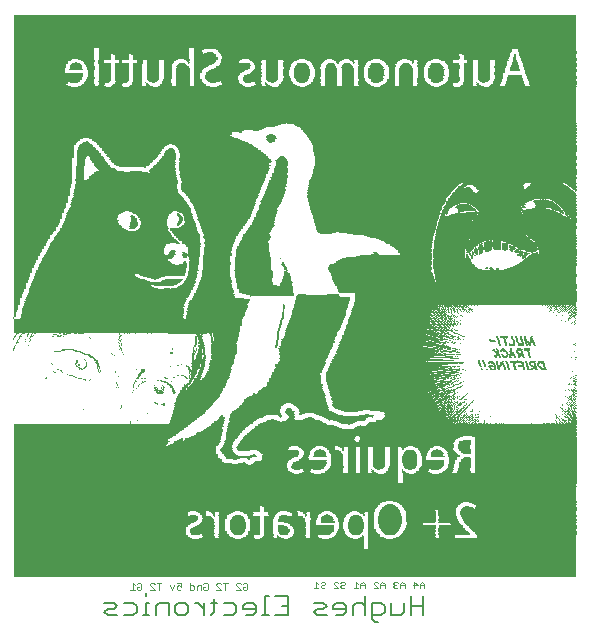
<source format=gbr>
G04 EAGLE Gerber X2 export*
%TF.Part,Single*%
%TF.FileFunction,Legend,Bot,1*%
%TF.FilePolarity,Positive*%
%TF.GenerationSoftware,Autodesk,EAGLE,9.0.0*%
%TF.CreationDate,2018-07-03T14:12:15Z*%
G75*
%MOMM*%
%FSLAX34Y34*%
%LPD*%
%AMOC8*
5,1,8,0,0,1.08239X$1,22.5*%
G01*
%ADD10C,0.152400*%
%ADD11R,47.625000X0.063500*%
%ADD12R,17.653000X0.063500*%
%ADD13R,29.591000X0.063500*%
%ADD14R,15.494000X0.063500*%
%ADD15R,1.587500X0.063500*%
%ADD16R,0.508000X0.063500*%
%ADD17R,1.968500X0.063500*%
%ADD18R,2.857500X0.063500*%
%ADD19R,1.206500X0.063500*%
%ADD20R,3.111500X0.063500*%
%ADD21R,15.113000X0.063500*%
%ADD22R,8.382000X0.063500*%
%ADD23R,1.397000X0.063500*%
%ADD24R,3.302000X0.063500*%
%ADD25R,1.333500X0.063500*%
%ADD26R,0.317500X0.063500*%
%ADD27R,1.524000X0.063500*%
%ADD28R,0.762000X0.063500*%
%ADD29R,1.016000X0.063500*%
%ADD30R,0.889000X0.063500*%
%ADD31R,1.143000X0.063500*%
%ADD32R,1.079500X0.063500*%
%ADD33R,14.922500X0.063500*%
%ADD34R,3.175000X0.063500*%
%ADD35R,0.190500X0.063500*%
%ADD36R,0.635000X0.063500*%
%ADD37R,0.254000X0.063500*%
%ADD38R,0.825500X0.063500*%
%ADD39R,0.952500X0.063500*%
%ADD40R,14.795500X0.063500*%
%ADD41R,0.127000X0.063500*%
%ADD42R,0.698500X0.063500*%
%ADD43R,14.732000X0.063500*%
%ADD44R,2.984500X0.063500*%
%ADD45R,0.063500X0.063500*%
%ADD46R,14.668500X0.063500*%
%ADD47R,8.445500X0.063500*%
%ADD48R,2.921000X0.063500*%
%ADD49R,0.444500X0.063500*%
%ADD50R,14.605000X0.063500*%
%ADD51R,8.509000X0.063500*%
%ADD52R,2.667000X0.063500*%
%ADD53R,1.714500X0.063500*%
%ADD54R,8.572500X0.063500*%
%ADD55R,2.794000X0.063500*%
%ADD56R,1.778000X0.063500*%
%ADD57R,14.541500X0.063500*%
%ADD58R,8.636000X0.063500*%
%ADD59R,2.540000X0.063500*%
%ADD60R,2.730500X0.063500*%
%ADD61R,1.841500X0.063500*%
%ADD62R,2.032000X0.063500*%
%ADD63R,8.699500X0.063500*%
%ADD64R,2.476500X0.063500*%
%ADD65R,1.905000X0.063500*%
%ADD66R,8.763000X0.063500*%
%ADD67R,2.413000X0.063500*%
%ADD68R,8.826500X0.063500*%
%ADD69R,2.349500X0.063500*%
%ADD70R,0.571500X0.063500*%
%ADD71R,8.890000X0.063500*%
%ADD72R,2.286000X0.063500*%
%ADD73R,2.603500X0.063500*%
%ADD74R,1.270000X0.063500*%
%ADD75R,8.953500X0.063500*%
%ADD76R,2.222500X0.063500*%
%ADD77R,1.651000X0.063500*%
%ADD78R,0.381000X0.063500*%
%ADD79R,9.017000X0.063500*%
%ADD80R,2.159000X0.063500*%
%ADD81R,9.080500X0.063500*%
%ADD82R,2.095500X0.063500*%
%ADD83R,9.144000X0.063500*%
%ADD84R,9.207500X0.063500*%
%ADD85R,1.460500X0.063500*%
%ADD86R,9.271000X0.063500*%
%ADD87R,9.334500X0.063500*%
%ADD88R,14.859000X0.063500*%
%ADD89R,9.398000X0.063500*%
%ADD90R,14.986000X0.063500*%
%ADD91R,9.461500X0.063500*%
%ADD92R,15.176500X0.063500*%
%ADD93R,9.525000X0.063500*%
%ADD94R,15.303500X0.063500*%
%ADD95R,15.430500X0.063500*%
%ADD96R,9.588500X0.063500*%
%ADD97R,9.652000X0.063500*%
%ADD98R,15.557500X0.063500*%
%ADD99R,9.715500X0.063500*%
%ADD100R,9.779000X0.063500*%
%ADD101R,9.842500X0.063500*%
%ADD102R,20.828000X0.063500*%
%ADD103R,4.445000X0.063500*%
%ADD104R,4.508500X0.063500*%
%ADD105R,4.635500X0.063500*%
%ADD106R,4.699000X0.063500*%
%ADD107R,4.762500X0.063500*%
%ADD108R,30.797500X0.063500*%
%ADD109R,4.889500X0.063500*%
%ADD110R,30.861000X0.063500*%
%ADD111R,5.080000X0.063500*%
%ADD112R,30.988000X0.063500*%
%ADD113R,5.270500X0.063500*%
%ADD114R,31.051500X0.063500*%
%ADD115R,5.588000X0.063500*%
%ADD116R,31.178500X0.063500*%
%ADD117R,31.305500X0.063500*%
%ADD118R,31.559500X0.063500*%
%ADD119R,32.512000X0.063500*%
%ADD120R,11.620500X0.063500*%
%ADD121R,4.826000X0.063500*%
%ADD122R,23.685500X0.063500*%
%ADD123R,23.495000X0.063500*%
%ADD124R,23.368000X0.063500*%
%ADD125R,23.304500X0.063500*%
%ADD126R,23.241000X0.063500*%
%ADD127R,23.177500X0.063500*%
%ADD128R,23.114000X0.063500*%
%ADD129R,3.048000X0.063500*%
%ADD130R,19.748500X0.063500*%
%ADD131R,18.478500X0.063500*%
%ADD132R,17.716500X0.063500*%
%ADD133R,17.589500X0.063500*%
%ADD134R,17.462500X0.063500*%
%ADD135R,17.399000X0.063500*%
%ADD136R,17.335500X0.063500*%
%ADD137R,17.272000X0.063500*%
%ADD138R,17.208500X0.063500*%
%ADD139R,17.145000X0.063500*%
%ADD140R,3.238500X0.063500*%
%ADD141R,17.081500X0.063500*%
%ADD142R,3.365500X0.063500*%
%ADD143R,4.318000X0.063500*%
%ADD144R,4.381500X0.063500*%
%ADD145R,5.905500X0.063500*%
%ADD146R,18.288000X0.063500*%
%ADD147R,4.191000X0.063500*%
%ADD148R,12.890500X0.063500*%
%ADD149R,4.064000X0.063500*%
%ADD150R,18.224500X0.063500*%
%ADD151R,12.954000X0.063500*%
%ADD152R,18.161000X0.063500*%
%ADD153R,3.937000X0.063500*%
%ADD154R,13.017500X0.063500*%
%ADD155R,3.873500X0.063500*%
%ADD156R,13.081000X0.063500*%
%ADD157R,8.064500X0.063500*%
%ADD158R,3.810000X0.063500*%
%ADD159R,13.208000X0.063500*%
%ADD160R,3.683000X0.063500*%
%ADD161R,8.128000X0.063500*%
%ADD162R,8.318500X0.063500*%
%ADD163R,13.271500X0.063500*%
%ADD164R,13.398500X0.063500*%
%ADD165R,13.462000X0.063500*%
%ADD166R,28.067000X0.063500*%
%ADD167R,13.589000X0.063500*%
%ADD168R,28.003500X0.063500*%
%ADD169R,13.652500X0.063500*%
%ADD170R,27.940000X0.063500*%
%ADD171R,13.716000X0.063500*%
%ADD172R,27.876500X0.063500*%
%ADD173R,13.843000X0.063500*%
%ADD174R,27.749500X0.063500*%
%ADD175R,13.906500X0.063500*%
%ADD176R,27.686000X0.063500*%
%ADD177R,13.970000X0.063500*%
%ADD178R,27.622500X0.063500*%
%ADD179R,14.097000X0.063500*%
%ADD180R,27.559000X0.063500*%
%ADD181R,14.160500X0.063500*%
%ADD182R,27.495500X0.063500*%
%ADD183R,14.287500X0.063500*%
%ADD184R,19.113500X0.063500*%
%ADD185R,8.001000X0.063500*%
%ADD186R,14.351000X0.063500*%
%ADD187R,18.859500X0.063500*%
%ADD188R,7.493000X0.063500*%
%ADD189R,14.414500X0.063500*%
%ADD190R,18.732500X0.063500*%
%ADD191R,7.112000X0.063500*%
%ADD192R,18.542000X0.063500*%
%ADD193R,6.921500X0.063500*%
%ADD194R,18.415000X0.063500*%
%ADD195R,6.667500X0.063500*%
%ADD196R,17.843500X0.063500*%
%ADD197R,6.413500X0.063500*%
%ADD198R,5.842000X0.063500*%
%ADD199R,7.366000X0.063500*%
%ADD200R,5.524500X0.063500*%
%ADD201R,5.334000X0.063500*%
%ADD202R,7.048500X0.063500*%
%ADD203R,5.143500X0.063500*%
%ADD204R,6.604000X0.063500*%
%ADD205R,6.286500X0.063500*%
%ADD206R,5.207000X0.063500*%
%ADD207R,3.429000X0.063500*%
%ADD208R,3.556000X0.063500*%
%ADD209R,4.953000X0.063500*%
%ADD210R,4.254500X0.063500*%
%ADD211R,4.127500X0.063500*%
%ADD212R,3.746500X0.063500*%
%ADD213R,3.619500X0.063500*%
%ADD214R,6.794500X0.063500*%
%ADD215R,6.731000X0.063500*%
%ADD216R,3.492500X0.063500*%
%ADD217R,8.255000X0.063500*%
%ADD218R,6.223000X0.063500*%
%ADD219R,6.096000X0.063500*%
%ADD220R,5.715000X0.063500*%
%ADD221R,5.651500X0.063500*%
%ADD222R,5.461000X0.063500*%
%ADD223R,5.397500X0.063500*%
%ADD224R,5.016500X0.063500*%
%ADD225R,10.096500X0.063500*%
%ADD226R,4.000500X0.063500*%
%ADD227R,9.906000X0.063500*%
%ADD228R,9.969500X0.063500*%
%ADD229R,10.033000X0.063500*%
%ADD230R,10.795000X0.063500*%
%ADD231R,11.239500X0.063500*%
%ADD232R,7.937500X0.063500*%
%ADD233R,10.350500X0.063500*%
%ADD234R,8.191500X0.063500*%
%ADD235R,7.620000X0.063500*%
%ADD236R,7.175500X0.063500*%
%ADD237R,7.556500X0.063500*%
%ADD238R,7.239000X0.063500*%
%ADD239R,7.874000X0.063500*%
%ADD240R,7.683500X0.063500*%
%ADD241R,7.429500X0.063500*%
%ADD242R,6.985000X0.063500*%
%ADD243R,7.810500X0.063500*%
%ADD244R,19.050000X0.063500*%
%ADD245R,7.302500X0.063500*%
%ADD246R,4.572000X0.063500*%
%ADD247R,19.177000X0.063500*%
%ADD248R,19.240500X0.063500*%
%ADD249R,19.304000X0.063500*%
%ADD250R,19.367500X0.063500*%
%ADD251R,6.858000X0.063500*%
%ADD252R,13.779500X0.063500*%
%ADD253R,6.540500X0.063500*%
%ADD254R,18.796000X0.063500*%
%ADD255R,20.129500X0.063500*%
%ADD256R,20.193000X0.063500*%
%ADD257R,20.256500X0.063500*%
%ADD258R,10.604500X0.063500*%
%ADD259R,20.320000X0.063500*%
%ADD260R,10.477500X0.063500*%
%ADD261R,10.287000X0.063500*%
%ADD262R,20.383500X0.063500*%
%ADD263R,10.223500X0.063500*%
%ADD264R,20.447000X0.063500*%
%ADD265R,12.319000X0.063500*%
%ADD266R,20.510500X0.063500*%
%ADD267R,12.446000X0.063500*%
%ADD268R,12.573000X0.063500*%
%ADD269R,11.874500X0.063500*%
%ADD270R,11.938000X0.063500*%
%ADD271R,12.001500X0.063500*%
%ADD272R,12.065000X0.063500*%
%ADD273R,12.636500X0.063500*%
%ADD274R,12.700000X0.063500*%
%ADD275R,6.477000X0.063500*%
%ADD276R,6.159500X0.063500*%
%ADD277R,12.509500X0.063500*%
%ADD278R,11.493500X0.063500*%
%ADD279R,11.303000X0.063500*%
%ADD280R,11.176000X0.063500*%
%ADD281R,11.049000X0.063500*%
%ADD282R,10.922000X0.063500*%
%ADD283R,10.858500X0.063500*%
%ADD284R,10.731500X0.063500*%
%ADD285R,7.747000X0.063500*%
%ADD286R,10.668000X0.063500*%
%ADD287R,10.985500X0.063500*%
%ADD288R,6.032500X0.063500*%
%ADD289R,10.160000X0.063500*%
%ADD290R,5.969000X0.063500*%
%ADD291R,10.541000X0.063500*%
%ADD292R,10.414000X0.063500*%
%ADD293R,5.778500X0.063500*%
%ADD294R,11.811000X0.063500*%
%ADD295R,11.747500X0.063500*%
%ADD296R,11.684000X0.063500*%
%ADD297R,11.557000X0.063500*%
%ADD298R,11.112500X0.063500*%
%ADD299R,11.366500X0.063500*%
%ADD300R,12.128500X0.063500*%
%ADD301R,6.350000X0.063500*%
%ADD302R,12.192000X0.063500*%
%ADD303R,12.255500X0.063500*%
%ADD304R,12.382500X0.063500*%
%ADD305R,12.763500X0.063500*%
%ADD306R,12.827000X0.063500*%
%ADD307R,22.606000X0.063500*%
%ADD308R,22.542500X0.063500*%
%ADD309R,22.479000X0.063500*%
%ADD310R,22.415500X0.063500*%
%ADD311R,22.352000X0.063500*%
%ADD312R,22.288500X0.063500*%
%ADD313R,22.225000X0.063500*%
%ADD314R,22.161500X0.063500*%
%ADD315R,22.098000X0.063500*%
%ADD316R,22.669500X0.063500*%
%ADD317R,22.733000X0.063500*%
%ADD318R,18.605500X0.063500*%
%ADD319R,22.796500X0.063500*%
%ADD320R,18.351500X0.063500*%
%ADD321R,22.860000X0.063500*%
%ADD322R,22.923500X0.063500*%
%ADD323R,22.987000X0.063500*%
%ADD324R,23.050500X0.063500*%
%ADD325R,19.431000X0.063500*%
%ADD326R,20.955000X0.063500*%
%ADD327R,21.018500X0.063500*%
%ADD328R,21.145500X0.063500*%
%ADD329R,23.431500X0.063500*%
%ADD330R,21.399500X0.063500*%
%ADD331R,23.558500X0.063500*%
%ADD332R,21.526500X0.063500*%
%ADD333R,23.812500X0.063500*%
%ADD334R,23.939500X0.063500*%
%ADD335R,24.130000X0.063500*%
%ADD336R,24.511000X0.063500*%
%ADD337R,24.574500X0.063500*%
%ADD338R,24.701500X0.063500*%
%ADD339R,24.765000X0.063500*%
%ADD340R,24.828500X0.063500*%
%ADD341R,24.955500X0.063500*%
%ADD342R,25.082500X0.063500*%
%ADD343R,30.734000X0.063500*%
%ADD344R,32.385000X0.063500*%
%ADD345C,0.050800*%


D10*
X377952Y24892D02*
X377952Y41162D01*
X377952Y33027D02*
X367105Y33027D01*
X367105Y41162D02*
X367105Y24892D01*
X361580Y27604D02*
X361580Y35739D01*
X361580Y27604D02*
X358869Y24892D01*
X350734Y24892D01*
X350734Y35739D01*
X339786Y19469D02*
X337074Y19469D01*
X334362Y22180D01*
X334362Y35739D01*
X342497Y35739D01*
X345209Y33027D01*
X345209Y27604D01*
X342497Y24892D01*
X334362Y24892D01*
X328837Y24892D02*
X328837Y41162D01*
X326126Y35739D02*
X328837Y33027D01*
X326126Y35739D02*
X320702Y35739D01*
X317991Y33027D01*
X317991Y24892D01*
X309754Y24892D02*
X304331Y24892D01*
X309754Y24892D02*
X312466Y27604D01*
X312466Y33027D01*
X309754Y35739D01*
X304331Y35739D01*
X301619Y33027D01*
X301619Y30315D01*
X312466Y30315D01*
X296094Y24892D02*
X287959Y24892D01*
X285248Y27604D01*
X287959Y30315D01*
X293383Y30315D01*
X296094Y33027D01*
X293383Y35739D01*
X285248Y35739D01*
X263351Y41162D02*
X252504Y41162D01*
X263351Y41162D02*
X263351Y24892D01*
X252504Y24892D01*
X257928Y33027D02*
X263351Y33027D01*
X246980Y41162D02*
X244268Y41162D01*
X244268Y24892D01*
X246980Y24892D02*
X241556Y24892D01*
X233354Y24892D02*
X227930Y24892D01*
X233354Y24892D02*
X236065Y27604D01*
X236065Y33027D01*
X233354Y35739D01*
X227930Y35739D01*
X225219Y33027D01*
X225219Y30315D01*
X236065Y30315D01*
X216982Y35739D02*
X208847Y35739D01*
X216982Y35739D02*
X219694Y33027D01*
X219694Y27604D01*
X216982Y24892D01*
X208847Y24892D01*
X200610Y27604D02*
X200610Y38450D01*
X200610Y27604D02*
X197899Y24892D01*
X197899Y35739D02*
X203322Y35739D01*
X192408Y35739D02*
X192408Y24892D01*
X192408Y30315D02*
X186984Y35739D01*
X184273Y35739D01*
X176053Y24892D02*
X170630Y24892D01*
X167918Y27604D01*
X167918Y33027D01*
X170630Y35739D01*
X176053Y35739D01*
X178765Y33027D01*
X178765Y27604D01*
X176053Y24892D01*
X162393Y24892D02*
X162393Y35739D01*
X154258Y35739D01*
X151547Y33027D01*
X151547Y24892D01*
X146022Y35739D02*
X143310Y35739D01*
X143310Y24892D01*
X146022Y24892D02*
X140598Y24892D01*
X143310Y41162D02*
X143310Y43874D01*
X132396Y35739D02*
X124261Y35739D01*
X132396Y35739D02*
X135107Y33027D01*
X135107Y27604D01*
X132396Y24892D01*
X124261Y24892D01*
X118736Y24892D02*
X110601Y24892D01*
X107889Y27604D01*
X110601Y30315D01*
X116024Y30315D01*
X118736Y33027D01*
X116024Y35739D01*
X107889Y35739D01*
D11*
X269558Y57150D03*
X269558Y57785D03*
X269558Y58420D03*
X269558Y59055D03*
X269558Y59690D03*
X269558Y60325D03*
X269558Y60960D03*
X269558Y61595D03*
X269558Y62230D03*
X269558Y62865D03*
X269558Y63500D03*
X269558Y64135D03*
X269558Y64770D03*
X269558Y65405D03*
X269558Y66040D03*
X269558Y66675D03*
X269558Y67310D03*
X269558Y67945D03*
X269558Y68580D03*
X269558Y69215D03*
X269558Y69850D03*
X269558Y70485D03*
X269558Y71120D03*
X269558Y71755D03*
X269558Y72390D03*
X269558Y73025D03*
X269558Y73660D03*
X269558Y74295D03*
X269558Y74930D03*
X269558Y75565D03*
X269558Y76200D03*
X269558Y76835D03*
X269558Y77470D03*
X269558Y78105D03*
X269558Y78740D03*
X269558Y79375D03*
X269558Y80010D03*
X269558Y80645D03*
D12*
X419418Y81280D03*
D13*
X179388Y81280D03*
D12*
X419418Y81915D03*
D13*
X179388Y81915D03*
D12*
X419418Y82550D03*
D13*
X179388Y82550D03*
D12*
X419418Y83185D03*
D13*
X179388Y83185D03*
D12*
X419418Y83820D03*
D13*
X179388Y83820D03*
D12*
X419418Y84455D03*
D13*
X179388Y84455D03*
D12*
X419418Y85090D03*
D13*
X179388Y85090D03*
D12*
X419418Y85725D03*
D13*
X179388Y85725D03*
D12*
X419418Y86360D03*
D13*
X179388Y86360D03*
D12*
X419418Y86995D03*
D13*
X179388Y86995D03*
D12*
X419418Y87630D03*
D13*
X179388Y87630D03*
D12*
X419418Y88265D03*
D13*
X179388Y88265D03*
D12*
X419418Y88900D03*
D13*
X179388Y88900D03*
D14*
X430213Y89535D03*
D15*
X339090Y89535D03*
D16*
X324803Y89535D03*
D17*
X307975Y89535D03*
D18*
X278130Y89535D03*
D17*
X249555Y89535D03*
D19*
X229235Y89535D03*
D20*
X203200Y89535D03*
D21*
X106998Y89535D03*
D22*
X465773Y90170D03*
D23*
X397828Y90170D03*
D24*
X371793Y90170D03*
D25*
X337820Y90170D03*
D26*
X325755Y90170D03*
D27*
X308293Y90170D03*
D28*
X286068Y90170D03*
D25*
X271780Y90170D03*
D26*
X255905Y90170D03*
D29*
X246063Y90170D03*
D30*
X229553Y90170D03*
D31*
X210503Y90170D03*
D32*
X195580Y90170D03*
D33*
X106045Y90170D03*
D22*
X465773Y90805D03*
D23*
X397828Y90805D03*
D34*
X372428Y90805D03*
D19*
X337185Y90805D03*
D35*
X326390Y90805D03*
D25*
X307975Y90805D03*
D36*
X285433Y90805D03*
D19*
X272415Y90805D03*
D37*
X255588Y90805D03*
D30*
X246698Y90805D03*
D38*
X230505Y90805D03*
D29*
X209868Y90805D03*
D39*
X196215Y90805D03*
D40*
X105410Y90805D03*
D22*
X465773Y91440D03*
D23*
X397828Y91440D03*
D20*
X372745Y91440D03*
D32*
X336550Y91440D03*
D41*
X326708Y91440D03*
D31*
X308293Y91440D03*
D36*
X285433Y91440D03*
D31*
X272733Y91440D03*
D41*
X254953Y91440D03*
D30*
X246698Y91440D03*
D42*
X231140Y91440D03*
D39*
X209550Y91440D03*
X196215Y91440D03*
D43*
X105093Y91440D03*
D22*
X465773Y92075D03*
D23*
X397828Y92075D03*
D44*
X373380Y92075D03*
D29*
X336233Y92075D03*
D45*
X327025Y92075D03*
D29*
X308293Y92075D03*
D42*
X285750Y92075D03*
D32*
X273050Y92075D03*
D45*
X254635Y92075D03*
D38*
X247015Y92075D03*
D36*
X231458Y92075D03*
D30*
X209233Y92075D03*
D29*
X195898Y92075D03*
D46*
X104775Y92075D03*
D47*
X465455Y92710D03*
D23*
X397828Y92710D03*
D48*
X373698Y92710D03*
D49*
X349885Y92710D03*
D39*
X335915Y92710D03*
D16*
X320993Y92710D03*
D30*
X308293Y92710D03*
D42*
X294640Y92710D03*
X285750Y92710D03*
D32*
X273050Y92710D03*
D49*
X260350Y92710D03*
D38*
X247015Y92710D03*
D30*
X233363Y92710D03*
D16*
X220663Y92710D03*
D38*
X208915Y92710D03*
D29*
X195898Y92710D03*
D16*
X185103Y92710D03*
D50*
X104458Y92710D03*
D51*
X465138Y93345D03*
D52*
X404178Y93345D03*
D18*
X374015Y93345D03*
D38*
X349885Y93345D03*
D30*
X335598Y93345D03*
D42*
X320675Y93345D03*
D28*
X308293Y93345D03*
D53*
X290830Y93345D03*
D29*
X273368Y93345D03*
D42*
X260350Y93345D03*
D28*
X247333Y93345D03*
D39*
X234315Y93345D03*
D42*
X220980Y93345D03*
D28*
X208598Y93345D03*
D29*
X195898Y93345D03*
D28*
X185738Y93345D03*
D50*
X104458Y93345D03*
D54*
X464820Y93980D03*
D52*
X404178Y93980D03*
D55*
X374333Y93980D03*
D29*
X349568Y93980D03*
D38*
X335280Y93980D03*
D30*
X320993Y93980D03*
D28*
X308293Y93980D03*
D56*
X291148Y93980D03*
D29*
X273368Y93980D03*
D28*
X260033Y93980D03*
X247333Y93980D03*
D39*
X234315Y93980D03*
D30*
X220663Y93980D03*
D42*
X208280Y93980D03*
D17*
X191135Y93980D03*
D57*
X104140Y93980D03*
D58*
X464503Y94615D03*
D59*
X403543Y94615D03*
D60*
X374650Y94615D03*
D19*
X349885Y94615D03*
D28*
X334963Y94615D03*
D29*
X320993Y94615D03*
D36*
X308293Y94615D03*
D61*
X291465Y94615D03*
D29*
X273368Y94615D03*
D30*
X260033Y94615D03*
D28*
X247333Y94615D03*
D39*
X234950Y94615D03*
X220980Y94615D03*
D36*
X207963Y94615D03*
D62*
X190818Y94615D03*
D57*
X104140Y94615D03*
D63*
X464185Y95250D03*
D64*
X403225Y95250D03*
D60*
X374650Y95250D03*
D25*
X349885Y95250D03*
D42*
X334645Y95250D03*
D32*
X320675Y95250D03*
D36*
X308293Y95250D03*
D65*
X291783Y95250D03*
D29*
X273368Y95250D03*
D30*
X260033Y95250D03*
D28*
X247333Y95250D03*
D39*
X234950Y95250D03*
D32*
X220980Y95250D03*
D36*
X207963Y95250D03*
D62*
X190818Y95250D03*
D57*
X104140Y95250D03*
D66*
X463868Y95885D03*
D67*
X402908Y95885D03*
D52*
X374968Y95885D03*
D23*
X349568Y95885D03*
D42*
X334645Y95885D03*
D31*
X320993Y95885D03*
D16*
X308293Y95885D03*
D17*
X292100Y95885D03*
D29*
X273368Y95885D03*
D39*
X259715Y95885D03*
D28*
X247333Y95885D03*
D30*
X235268Y95885D03*
D31*
X220663Y95885D03*
D36*
X207963Y95885D03*
D62*
X190818Y95885D03*
D57*
X104140Y95885D03*
D68*
X463550Y96520D03*
D69*
X402590Y96520D03*
D52*
X374968Y96520D03*
D27*
X349568Y96520D03*
D36*
X334328Y96520D03*
D19*
X320675Y96520D03*
D16*
X308293Y96520D03*
D17*
X292100Y96520D03*
D29*
X273368Y96520D03*
D39*
X259715Y96520D03*
D28*
X247333Y96520D03*
D30*
X235268Y96520D03*
D19*
X220980Y96520D03*
D70*
X207645Y96520D03*
D62*
X190818Y96520D03*
D57*
X104140Y96520D03*
D71*
X463233Y97155D03*
D72*
X402273Y97155D03*
D73*
X375285Y97155D03*
D15*
X349885Y97155D03*
D36*
X334328Y97155D03*
D19*
X320675Y97155D03*
D16*
X308293Y97155D03*
D17*
X292100Y97155D03*
D29*
X273368Y97155D03*
D39*
X259715Y97155D03*
D28*
X247333Y97155D03*
D30*
X235268Y97155D03*
D74*
X220663Y97155D03*
D70*
X207645Y97155D03*
D62*
X190818Y97155D03*
D57*
X104140Y97155D03*
D75*
X462915Y97790D03*
D76*
X401955Y97790D03*
D73*
X375285Y97790D03*
D77*
X349568Y97790D03*
D70*
X334010Y97790D03*
D74*
X320993Y97790D03*
D78*
X308293Y97790D03*
D62*
X292418Y97790D03*
D29*
X273368Y97790D03*
D30*
X259398Y97790D03*
D28*
X247333Y97790D03*
D38*
X235585Y97790D03*
D74*
X220663Y97790D03*
D70*
X207645Y97790D03*
D17*
X191135Y97790D03*
D57*
X104140Y97790D03*
D79*
X462598Y98425D03*
D80*
X401638Y98425D03*
D59*
X375603Y98425D03*
D53*
X349885Y98425D03*
D70*
X334010Y98425D03*
D25*
X320675Y98425D03*
D78*
X308293Y98425D03*
D62*
X292418Y98425D03*
D32*
X273050Y98425D03*
D30*
X259398Y98425D03*
D28*
X247333Y98425D03*
D38*
X235585Y98425D03*
D25*
X220980Y98425D03*
D16*
X207328Y98425D03*
D65*
X191453Y98425D03*
D50*
X104458Y98425D03*
D81*
X462280Y99060D03*
D82*
X401320Y99060D03*
D59*
X375603Y99060D03*
D56*
X349568Y99060D03*
D70*
X334010Y99060D03*
D25*
X320675Y99060D03*
D78*
X308293Y99060D03*
D62*
X292418Y99060D03*
D32*
X273050Y99060D03*
D38*
X259080Y99060D03*
D28*
X247333Y99060D03*
D38*
X235585Y99060D03*
D23*
X220663Y99060D03*
D16*
X207328Y99060D03*
D56*
X192088Y99060D03*
D50*
X104458Y99060D03*
D83*
X461963Y99695D03*
D82*
X401320Y99695D03*
D59*
X375603Y99695D03*
D61*
X349885Y99695D03*
D16*
X333693Y99695D03*
D25*
X320675Y99695D03*
D78*
X308293Y99695D03*
D62*
X292418Y99695D03*
D31*
X272733Y99695D03*
D28*
X258763Y99695D03*
X247333Y99695D03*
D38*
X235585Y99695D03*
D23*
X220663Y99695D03*
D16*
X207328Y99695D03*
D77*
X192723Y99695D03*
D46*
X104775Y99695D03*
D84*
X461645Y100330D03*
D62*
X401003Y100330D03*
D64*
X375920Y100330D03*
D61*
X349885Y100330D03*
D16*
X333693Y100330D03*
D25*
X320675Y100330D03*
D78*
X308293Y100330D03*
D62*
X292418Y100330D03*
D19*
X272415Y100330D03*
D70*
X257810Y100330D03*
D28*
X247333Y100330D03*
D38*
X235585Y100330D03*
D23*
X220663Y100330D03*
D16*
X207328Y100330D03*
D85*
X193675Y100330D03*
D43*
X105093Y100330D03*
D86*
X461328Y100965D03*
D39*
X405765Y100965D03*
D23*
X370523Y100965D03*
D65*
X349568Y100965D03*
D16*
X333693Y100965D03*
D25*
X320675Y100965D03*
D78*
X308293Y100965D03*
D16*
X284798Y100965D03*
D74*
X272098Y100965D03*
D37*
X256223Y100965D03*
D28*
X247333Y100965D03*
D38*
X235585Y100965D03*
D23*
X220663Y100965D03*
D16*
X207328Y100965D03*
D25*
X194310Y100965D03*
D40*
X105410Y100965D03*
D87*
X461010Y101600D03*
D30*
X405448Y101600D03*
D23*
X370523Y101600D03*
D65*
X349568Y101600D03*
D16*
X333693Y101600D03*
D25*
X320675Y101600D03*
D78*
X308293Y101600D03*
D16*
X284798Y101600D03*
D25*
X271780Y101600D03*
D28*
X247333Y101600D03*
D38*
X235585Y101600D03*
D23*
X220663Y101600D03*
D16*
X207328Y101600D03*
D74*
X194628Y101600D03*
D88*
X105728Y101600D03*
D89*
X460693Y102235D03*
D38*
X405130Y102235D03*
D23*
X370523Y102235D03*
D17*
X349885Y102235D03*
D49*
X333375Y102235D03*
D25*
X320675Y102235D03*
D78*
X308293Y102235D03*
D16*
X284798Y102235D03*
D85*
X271145Y102235D03*
D28*
X247333Y102235D03*
D38*
X235585Y102235D03*
D23*
X220663Y102235D03*
D16*
X207328Y102235D03*
D19*
X194945Y102235D03*
D90*
X106363Y102235D03*
D91*
X460375Y102870D03*
D28*
X404813Y102870D03*
D23*
X370523Y102870D03*
D17*
X349885Y102870D03*
D49*
X333375Y102870D03*
D25*
X320675Y102870D03*
D78*
X308293Y102870D03*
D16*
X284798Y102870D03*
D15*
X270510Y102870D03*
D28*
X247333Y102870D03*
D38*
X235585Y102870D03*
D23*
X220663Y102870D03*
D16*
X207328Y102870D03*
D31*
X195263Y102870D03*
D92*
X107315Y102870D03*
D93*
X460058Y103505D03*
D56*
X399733Y103505D03*
D67*
X375603Y103505D03*
D17*
X349885Y103505D03*
D49*
X333375Y103505D03*
D25*
X320675Y103505D03*
D78*
X308293Y103505D03*
D31*
X296863Y103505D03*
D16*
X284798Y103505D03*
D65*
X268923Y103505D03*
D28*
X247333Y103505D03*
D38*
X235585Y103505D03*
D25*
X220980Y103505D03*
D16*
X207328Y103505D03*
D32*
X195580Y103505D03*
D94*
X107950Y103505D03*
D93*
X460058Y104140D03*
D53*
X399415Y104140D03*
D64*
X375920Y104140D03*
D62*
X349568Y104140D03*
D49*
X333375Y104140D03*
D19*
X320675Y104140D03*
D49*
X307975Y104140D03*
D31*
X296863Y104140D03*
D16*
X284798Y104140D03*
D72*
X266383Y104140D03*
D28*
X247333Y104140D03*
D38*
X235585Y104140D03*
D74*
X220663Y104140D03*
D70*
X207645Y104140D03*
D29*
X195263Y104140D03*
D95*
X108585Y104140D03*
D96*
X459740Y104775D03*
D77*
X399098Y104775D03*
D64*
X375920Y104775D03*
D62*
X349568Y104775D03*
D49*
X333375Y104775D03*
D19*
X320675Y104775D03*
D49*
X307975Y104775D03*
D32*
X296545Y104775D03*
D16*
X284798Y104775D03*
D72*
X266383Y104775D03*
D28*
X247333Y104775D03*
D30*
X235268Y104775D03*
D74*
X220663Y104775D03*
D70*
X207645Y104775D03*
D39*
X195580Y104775D03*
D14*
X108903Y104775D03*
D97*
X459423Y105410D03*
D77*
X399098Y105410D03*
D64*
X375920Y105410D03*
D62*
X349568Y105410D03*
D49*
X333375Y105410D03*
D19*
X320675Y105410D03*
D16*
X308293Y105410D03*
D32*
X296545Y105410D03*
D70*
X285115Y105410D03*
D72*
X266383Y105410D03*
D28*
X247333Y105410D03*
D30*
X235268Y105410D03*
D19*
X220980Y105410D03*
D70*
X207645Y105410D03*
D39*
X195580Y105410D03*
D98*
X109220Y105410D03*
D97*
X459423Y106045D03*
D15*
X398780Y106045D03*
D64*
X375920Y106045D03*
D62*
X349568Y106045D03*
D49*
X333375Y106045D03*
D32*
X320675Y106045D03*
D16*
X308293Y106045D03*
D29*
X296863Y106045D03*
D70*
X285115Y106045D03*
D76*
X266065Y106045D03*
D28*
X247333Y106045D03*
D30*
X235268Y106045D03*
D31*
X220663Y106045D03*
D70*
X207645Y106045D03*
D30*
X195263Y106045D03*
D98*
X109220Y106045D03*
D99*
X459105Y106680D03*
D15*
X398780Y106680D03*
D64*
X375920Y106680D03*
D62*
X349568Y106680D03*
D49*
X333375Y106680D03*
D32*
X320675Y106680D03*
D70*
X307975Y106680D03*
D39*
X296545Y106680D03*
D70*
X285115Y106680D03*
D80*
X266383Y106680D03*
D38*
X247650Y106680D03*
D39*
X234950Y106680D03*
D32*
X220980Y106680D03*
D36*
X207963Y106680D03*
D30*
X195263Y106680D03*
D98*
X109220Y106680D03*
D99*
X459105Y107315D03*
D27*
X398463Y107315D03*
D64*
X375920Y107315D03*
D17*
X349885Y107315D03*
D49*
X333375Y107315D03*
D39*
X320675Y107315D03*
D36*
X308293Y107315D03*
D39*
X296545Y107315D03*
D36*
X285433Y107315D03*
D82*
X266065Y107315D03*
D38*
X247650Y107315D03*
D39*
X234950Y107315D03*
D29*
X220663Y107315D03*
D36*
X207963Y107315D03*
D38*
X194945Y107315D03*
D98*
X109220Y107315D03*
D100*
X458788Y107950D03*
D27*
X398463Y107950D03*
D64*
X375920Y107950D03*
D17*
X349885Y107950D03*
D49*
X333375Y107950D03*
D38*
X320675Y107950D03*
D42*
X307975Y107950D03*
D38*
X296545Y107950D03*
D36*
X285433Y107950D03*
D17*
X266065Y107950D03*
D38*
X247650Y107950D03*
D29*
X234633Y107950D03*
D30*
X220663Y107950D03*
D42*
X208280Y107950D03*
D28*
X194628Y107950D03*
D98*
X109220Y107950D03*
D100*
X458788Y108585D03*
D27*
X398463Y108585D03*
D64*
X375920Y108585D03*
D17*
X349885Y108585D03*
D49*
X333375Y108585D03*
D42*
X320675Y108585D03*
D38*
X307975Y108585D03*
D42*
X296545Y108585D03*
X285750Y108585D03*
D45*
X278765Y108585D03*
D38*
X270510Y108585D03*
X260985Y108585D03*
D30*
X247968Y108585D03*
D29*
X234633Y108585D03*
D28*
X220663Y108585D03*
D42*
X208280Y108585D03*
D45*
X201295Y108585D03*
D42*
X193675Y108585D03*
D14*
X108903Y108585D03*
D100*
X458788Y109220D03*
D85*
X398145Y109220D03*
D64*
X375920Y109220D03*
D65*
X349568Y109220D03*
D16*
X333693Y109220D03*
D41*
X327343Y109220D03*
D49*
X320675Y109220D03*
D30*
X308293Y109220D03*
D70*
X296545Y109220D03*
D42*
X285750Y109220D03*
D41*
X278448Y109220D03*
D16*
X268923Y109220D03*
D70*
X260350Y109220D03*
X249555Y109220D03*
D16*
X231458Y109220D03*
X220663Y109220D03*
D28*
X208598Y109220D03*
D41*
X200978Y109220D03*
D78*
X192088Y109220D03*
D70*
X182880Y109220D03*
D46*
X104775Y109220D03*
D101*
X458470Y109855D03*
D85*
X398145Y109855D03*
D64*
X375920Y109855D03*
D65*
X349568Y109855D03*
D16*
X333693Y109855D03*
D41*
X327343Y109855D03*
D39*
X307975Y109855D03*
D35*
X296545Y109855D03*
D28*
X286068Y109855D03*
D41*
X278448Y109855D03*
D16*
X268923Y109855D03*
D36*
X249873Y109855D03*
D70*
X231140Y109855D03*
D38*
X208915Y109855D03*
D41*
X200978Y109855D03*
D49*
X191770Y109855D03*
D46*
X104775Y109855D03*
D101*
X458470Y110490D03*
D85*
X398145Y110490D03*
D59*
X375603Y110490D03*
D61*
X349885Y110490D03*
D16*
X333693Y110490D03*
D37*
X326708Y110490D03*
D32*
X307975Y110490D03*
D38*
X286385Y110490D03*
D35*
X278130Y110490D03*
D49*
X269240Y110490D03*
D42*
X250190Y110490D03*
D36*
X230823Y110490D03*
D30*
X209233Y110490D03*
D35*
X200660Y110490D03*
D16*
X191453Y110490D03*
D46*
X104775Y110490D03*
D101*
X458470Y111125D03*
D85*
X398145Y111125D03*
D59*
X375603Y111125D03*
D61*
X349885Y111125D03*
D16*
X333693Y111125D03*
D26*
X326390Y111125D03*
D25*
X307975Y111125D03*
D30*
X286703Y111125D03*
D37*
X277813Y111125D03*
D16*
X268923Y111125D03*
D28*
X250508Y111125D03*
X230188Y111125D03*
D29*
X209868Y111125D03*
D37*
X200343Y111125D03*
D70*
X191135Y111125D03*
D50*
X104458Y111125D03*
D101*
X458470Y111760D03*
D85*
X398145Y111760D03*
D59*
X375603Y111760D03*
D56*
X349568Y111760D03*
D16*
X333693Y111760D03*
D49*
X325755Y111760D03*
D85*
X307975Y111760D03*
D29*
X287338Y111760D03*
D26*
X277495Y111760D03*
D36*
X268288Y111760D03*
D38*
X250825Y111760D03*
D30*
X229553Y111760D03*
D31*
X210503Y111760D03*
D26*
X200025Y111760D03*
D42*
X190500Y111760D03*
D43*
X105093Y111760D03*
D101*
X458470Y112395D03*
D85*
X398145Y112395D03*
D59*
X375603Y112395D03*
D53*
X349885Y112395D03*
D27*
X329248Y112395D03*
D61*
X307975Y112395D03*
D17*
X283845Y112395D03*
D30*
X267018Y112395D03*
D25*
X250190Y112395D03*
D77*
X231458Y112395D03*
D80*
X207328Y112395D03*
D38*
X189865Y112395D03*
D33*
X106045Y112395D03*
D100*
X458788Y113030D03*
D85*
X398145Y113030D03*
D73*
X375285Y113030D03*
D77*
X349568Y113030D03*
D87*
X290195Y113030D03*
D102*
X135573Y113030D03*
D100*
X458788Y113665D03*
D85*
X398145Y113665D03*
D73*
X375285Y113665D03*
D15*
X349885Y113665D03*
D89*
X290513Y113665D03*
D102*
X135573Y113665D03*
D100*
X458788Y114300D03*
D103*
X383858Y114300D03*
D27*
X349568Y114300D03*
D89*
X290513Y114300D03*
D102*
X135573Y114300D03*
D54*
X464820Y114935D03*
D29*
X415608Y114935D03*
D103*
X383858Y114935D03*
D23*
X349568Y114935D03*
D91*
X290830Y114935D03*
D102*
X135573Y114935D03*
D54*
X464820Y115570D03*
D30*
X415608Y115570D03*
D104*
X383540Y115570D03*
D25*
X349885Y115570D03*
D91*
X290830Y115570D03*
D102*
X135573Y115570D03*
D51*
X465138Y116205D03*
D42*
X415290Y116205D03*
D105*
X383540Y116205D03*
D19*
X349885Y116205D03*
D93*
X291148Y116205D03*
D102*
X135573Y116205D03*
D51*
X465138Y116840D03*
D26*
X415290Y116840D03*
D106*
X383223Y116840D03*
D29*
X349568Y116840D03*
D100*
X290513Y116840D03*
D102*
X135573Y116840D03*
D51*
X465138Y117475D03*
D107*
X383540Y117475D03*
D38*
X349885Y117475D03*
D108*
X185420Y117475D03*
D54*
X464820Y118110D03*
D109*
X383540Y118110D03*
D16*
X349568Y118110D03*
D110*
X185738Y118110D03*
D63*
X464185Y118745D03*
D111*
X383223Y118745D03*
D112*
X186373Y118745D03*
D68*
X463550Y119380D03*
D113*
X383540Y119380D03*
D114*
X186690Y119380D03*
D81*
X462280Y120015D03*
D115*
X383858Y120015D03*
D116*
X187325Y120015D03*
D94*
X431165Y120650D03*
D117*
X187960Y120650D03*
D98*
X429895Y121285D03*
D118*
X189230Y121285D03*
D11*
X269558Y121920D03*
X269558Y122555D03*
X269558Y123190D03*
X269558Y123825D03*
X269558Y124460D03*
X269558Y125095D03*
X269558Y125730D03*
X269558Y126365D03*
X269558Y127000D03*
X269558Y127635D03*
X269558Y128270D03*
X269558Y128905D03*
X269558Y129540D03*
X269558Y130175D03*
X269558Y130810D03*
X269558Y131445D03*
X269558Y132080D03*
X269558Y132715D03*
X269558Y133350D03*
X270193Y133985D03*
X269558Y134620D03*
X269558Y135255D03*
X269558Y135890D03*
D43*
X434023Y136525D03*
D119*
X193993Y136525D03*
D43*
X434023Y137160D03*
D119*
X193993Y137160D03*
D43*
X434023Y137795D03*
D119*
X193993Y137795D03*
D43*
X434023Y138430D03*
D119*
X193993Y138430D03*
D43*
X434023Y139065D03*
D119*
X193993Y139065D03*
D43*
X434023Y139700D03*
D119*
X193993Y139700D03*
D43*
X434023Y140335D03*
D119*
X193993Y140335D03*
D43*
X434023Y140970D03*
D119*
X193993Y140970D03*
D43*
X434023Y141605D03*
D119*
X193993Y141605D03*
D43*
X434023Y142240D03*
D119*
X193993Y142240D03*
D43*
X434023Y142875D03*
D119*
X193993Y142875D03*
D43*
X434023Y143510D03*
D119*
X193993Y143510D03*
D43*
X434023Y144145D03*
D119*
X193993Y144145D03*
D120*
X449580Y144780D03*
D15*
X377825Y144780D03*
D16*
X362903Y144780D03*
D19*
X350520Y144780D03*
D121*
X315913Y144780D03*
D74*
X279718Y144780D03*
D122*
X149860Y144780D03*
D54*
X464820Y145415D03*
D31*
X412433Y145415D03*
D38*
X398145Y145415D03*
D31*
X377508Y145415D03*
D26*
X361950Y145415D03*
D32*
X351155Y145415D03*
D78*
X336233Y145415D03*
D42*
X327660Y145415D03*
D36*
X317183Y145415D03*
D15*
X302260Y145415D03*
D28*
X279718Y145415D03*
D123*
X148908Y145415D03*
D54*
X464820Y146050D03*
D31*
X412433Y146050D03*
D28*
X399098Y146050D03*
D39*
X377190Y146050D03*
D35*
X361315Y146050D03*
D29*
X351473Y146050D03*
D37*
X335598Y146050D03*
D42*
X327660Y146050D03*
D36*
X317183Y146050D03*
D27*
X302578Y146050D03*
D16*
X279718Y146050D03*
D124*
X148273Y146050D03*
D54*
X464820Y146685D03*
D31*
X412433Y146685D03*
D42*
X399415Y146685D03*
D38*
X377825Y146685D03*
D41*
X360998Y146685D03*
D39*
X351790Y146685D03*
D35*
X335280Y146685D03*
D42*
X327660Y146685D03*
D36*
X317183Y146685D03*
D23*
X303213Y146685D03*
D16*
X279718Y146685D03*
D125*
X147955Y146685D03*
D54*
X464820Y147320D03*
D32*
X412750Y147320D03*
D36*
X399733Y147320D03*
D38*
X378460Y147320D03*
D45*
X360680Y147320D03*
D30*
X352108Y147320D03*
D41*
X334963Y147320D03*
D42*
X327660Y147320D03*
D36*
X317183Y147320D03*
D25*
X303530Y147320D03*
D36*
X279718Y147320D03*
D126*
X147638Y147320D03*
D54*
X464820Y147955D03*
D32*
X412750Y147955D03*
D36*
X400368Y147955D03*
D42*
X387985Y147955D03*
D38*
X378460Y147955D03*
D78*
X366713Y147955D03*
D45*
X360680Y147955D03*
D38*
X352425Y147955D03*
D37*
X340678Y147955D03*
D45*
X334645Y147955D03*
D42*
X327660Y147955D03*
D36*
X317183Y147955D03*
D74*
X303848Y147955D03*
D42*
X288290Y147955D03*
D36*
X279718Y147955D03*
D16*
X270828Y147955D03*
D127*
X147320Y147955D03*
D54*
X464820Y148590D03*
D32*
X412750Y148590D03*
D70*
X400685Y148590D03*
D56*
X383858Y148590D03*
D36*
X366713Y148590D03*
D38*
X352425Y148590D03*
D70*
X340360Y148590D03*
D42*
X327660Y148590D03*
D36*
X317183Y148590D03*
D19*
X304165Y148590D03*
D77*
X284798Y148590D03*
D28*
X271463Y148590D03*
D127*
X147320Y148590D03*
D54*
X464820Y149225D03*
D32*
X412750Y149225D03*
D70*
X400685Y149225D03*
D56*
X384493Y149225D03*
D38*
X366395Y149225D03*
D28*
X352743Y149225D03*
D42*
X340360Y149225D03*
X327660Y149225D03*
D36*
X317183Y149225D03*
D19*
X304165Y149225D03*
D52*
X280353Y149225D03*
D128*
X147003Y149225D03*
D54*
X464820Y149860D03*
D29*
X413068Y149860D03*
D16*
X401003Y149860D03*
D61*
X384810Y149860D03*
D39*
X366395Y149860D03*
D28*
X352743Y149860D03*
D38*
X340360Y149860D03*
D42*
X327660Y149860D03*
D36*
X317183Y149860D03*
D31*
X304483Y149860D03*
D55*
X280353Y149860D03*
D128*
X147003Y149860D03*
D54*
X464820Y150495D03*
D29*
X413068Y150495D03*
D70*
X401320Y150495D03*
D61*
X385445Y150495D03*
D29*
X366713Y150495D03*
D28*
X352743Y150495D03*
D39*
X340360Y150495D03*
D42*
X327660Y150495D03*
D36*
X317183Y150495D03*
D31*
X304483Y150495D03*
D18*
X280670Y150495D03*
D128*
X147003Y150495D03*
D54*
X464820Y151130D03*
D29*
X413068Y151130D03*
D16*
X401638Y151130D03*
D65*
X385763Y151130D03*
D32*
X366395Y151130D03*
D42*
X353060Y151130D03*
D39*
X340360Y151130D03*
D42*
X327660Y151130D03*
D36*
X317183Y151130D03*
D32*
X304800Y151130D03*
D48*
X280988Y151130D03*
D128*
X147003Y151130D03*
D54*
X464820Y151765D03*
D29*
X413068Y151765D03*
D16*
X401638Y151765D03*
D65*
X385763Y151765D03*
D31*
X366713Y151765D03*
D42*
X353060Y151765D03*
D29*
X340043Y151765D03*
D42*
X327660Y151765D03*
D36*
X317183Y151765D03*
D32*
X304800Y151765D03*
D48*
X280988Y151765D03*
D128*
X147003Y151765D03*
D54*
X464820Y152400D03*
D39*
X413385Y152400D03*
D16*
X401638Y152400D03*
D61*
X386080Y152400D03*
D19*
X366395Y152400D03*
D42*
X353060Y152400D03*
D32*
X340360Y152400D03*
D42*
X327660Y152400D03*
D36*
X317183Y152400D03*
D32*
X304800Y152400D03*
D48*
X280988Y152400D03*
D129*
X247333Y152400D03*
D130*
X130175Y152400D03*
D54*
X464820Y153035D03*
D39*
X413385Y153035D03*
D16*
X402273Y153035D03*
D65*
X386398Y153035D03*
D19*
X366395Y153035D03*
D42*
X353060Y153035D03*
D32*
X340360Y153035D03*
D42*
X327660Y153035D03*
D36*
X317183Y153035D03*
D29*
X305118Y153035D03*
D48*
X281623Y153035D03*
X247968Y153035D03*
D42*
X224155Y153035D03*
D131*
X123825Y153035D03*
D54*
X464820Y153670D03*
D39*
X413385Y153670D03*
D16*
X402273Y153670D03*
D65*
X386398Y153670D03*
D74*
X366713Y153670D03*
D42*
X353060Y153670D03*
D32*
X340360Y153670D03*
D42*
X327660Y153670D03*
D36*
X317183Y153670D03*
D29*
X305118Y153670D03*
D18*
X281940Y153670D03*
D48*
X248603Y153670D03*
D35*
X226060Y153670D03*
D132*
X120015Y153670D03*
D54*
X464820Y154305D03*
D39*
X413385Y154305D03*
D16*
X402273Y154305D03*
D65*
X386398Y154305D03*
D74*
X366713Y154305D03*
D42*
X353060Y154305D03*
D32*
X340360Y154305D03*
D42*
X327660Y154305D03*
D36*
X317183Y154305D03*
D29*
X305118Y154305D03*
D60*
X282575Y154305D03*
X249555Y154305D03*
D12*
X119698Y154305D03*
D54*
X464820Y154940D03*
D30*
X413703Y154940D03*
D16*
X402273Y154940D03*
D65*
X386398Y154940D03*
D74*
X366713Y154940D03*
D42*
X353060Y154940D03*
D32*
X340360Y154940D03*
D42*
X327660Y154940D03*
D36*
X317183Y154940D03*
D29*
X305118Y154940D03*
D73*
X283210Y154940D03*
D55*
X249873Y154940D03*
D133*
X119380Y154940D03*
D54*
X464820Y155575D03*
D30*
X413703Y155575D03*
D70*
X402590Y155575D03*
D65*
X386398Y155575D03*
D74*
X366713Y155575D03*
D42*
X353060Y155575D03*
D32*
X340360Y155575D03*
D42*
X327660Y155575D03*
D36*
X317183Y155575D03*
D29*
X305118Y155575D03*
D67*
X284163Y155575D03*
X252413Y155575D03*
D133*
X119380Y155575D03*
D54*
X464820Y156210D03*
D38*
X414020Y156210D03*
D70*
X402590Y156210D03*
D78*
X378778Y156210D03*
D74*
X366713Y156210D03*
D42*
X353060Y156210D03*
D32*
X340360Y156210D03*
D42*
X327660Y156210D03*
D36*
X317183Y156210D03*
D29*
X305118Y156210D03*
D28*
X277178Y156210D03*
D67*
X253048Y156210D03*
D133*
X119380Y156210D03*
D54*
X464820Y156845D03*
D28*
X414338Y156845D03*
D36*
X402908Y156845D03*
D78*
X378778Y156845D03*
D74*
X366713Y156845D03*
D42*
X353060Y156845D03*
D32*
X340360Y156845D03*
D42*
X327660Y156845D03*
D36*
X317183Y156845D03*
D29*
X305118Y156845D03*
D42*
X277495Y156845D03*
D67*
X253683Y156845D03*
D41*
X230188Y156845D03*
D78*
X218758Y156845D03*
D134*
X118745Y156845D03*
D54*
X464820Y157480D03*
D42*
X414655Y157480D03*
D36*
X402908Y157480D03*
D78*
X378778Y157480D03*
D74*
X366713Y157480D03*
D42*
X353060Y157480D03*
D32*
X340360Y157480D03*
D42*
X327660Y157480D03*
D36*
X317183Y157480D03*
D29*
X305118Y157480D03*
D36*
X277813Y157480D03*
D59*
X254318Y157480D03*
D37*
X230188Y157480D03*
D19*
X217170Y157480D03*
D135*
X118428Y157480D03*
D54*
X464820Y158115D03*
D70*
X415290Y158115D03*
D42*
X403225Y158115D03*
D78*
X378778Y158115D03*
D74*
X366713Y158115D03*
D42*
X353060Y158115D03*
D32*
X340360Y158115D03*
D42*
X327660Y158115D03*
D36*
X317183Y158115D03*
D29*
X305118Y158115D03*
D70*
X278130Y158115D03*
D60*
X255270Y158115D03*
D80*
X221933Y158115D03*
D136*
X118110Y158115D03*
D54*
X464820Y158750D03*
D28*
X403543Y158750D03*
D31*
X390208Y158750D03*
D78*
X378778Y158750D03*
D74*
X366713Y158750D03*
D42*
X353060Y158750D03*
D32*
X340360Y158750D03*
D42*
X327660Y158750D03*
D36*
X317183Y158750D03*
D29*
X305118Y158750D03*
D31*
X290513Y158750D03*
D16*
X278448Y158750D03*
D18*
X255905Y158750D03*
D69*
X222250Y158750D03*
D136*
X118110Y158750D03*
D54*
X464820Y159385D03*
D39*
X403860Y159385D03*
D31*
X390208Y159385D03*
D78*
X378778Y159385D03*
D19*
X366395Y159385D03*
D42*
X353060Y159385D03*
D32*
X340360Y159385D03*
D42*
X327660Y159385D03*
D36*
X317183Y159385D03*
D29*
X304483Y159385D03*
D31*
X290513Y159385D03*
D16*
X278448Y159385D03*
D44*
X256540Y159385D03*
D52*
X223203Y159385D03*
D137*
X117793Y159385D03*
D54*
X464820Y160020D03*
D39*
X403860Y160020D03*
D32*
X389890Y160020D03*
D49*
X378460Y160020D03*
D19*
X366395Y160020D03*
D42*
X353060Y160020D03*
D32*
X340360Y160020D03*
D42*
X327660Y160020D03*
D36*
X317183Y160020D03*
D29*
X304483Y160020D03*
D32*
X290195Y160020D03*
D49*
X278765Y160020D03*
D129*
X256858Y160020D03*
D49*
X233680Y160020D03*
D31*
X214948Y160020D03*
D137*
X117793Y160020D03*
D54*
X464820Y160655D03*
D38*
X403225Y160655D03*
D32*
X389890Y160655D03*
D16*
X378778Y160655D03*
D31*
X366713Y160655D03*
D42*
X353060Y160655D03*
D32*
X340360Y160655D03*
D42*
X327660Y160655D03*
D36*
X317183Y160655D03*
D29*
X304483Y160655D03*
D32*
X290195Y160655D03*
D16*
X279083Y160655D03*
D20*
X257175Y160655D03*
D35*
X234315Y160655D03*
D32*
X213995Y160655D03*
D138*
X117475Y160655D03*
D54*
X464820Y161290D03*
D28*
X402908Y161290D03*
D29*
X390208Y161290D03*
D16*
X378778Y161290D03*
D32*
X366395Y161290D03*
D42*
X353060Y161290D03*
D32*
X340360Y161290D03*
D42*
X327660Y161290D03*
D36*
X317183Y161290D03*
D39*
X304165Y161290D03*
D29*
X290513Y161290D03*
D16*
X279083Y161290D03*
D34*
X256858Y161290D03*
D29*
X213043Y161290D03*
D139*
X117158Y161290D03*
D54*
X464820Y161925D03*
D42*
X414655Y161925D03*
D28*
X402273Y161925D03*
D39*
X389890Y161925D03*
D70*
X378460Y161925D03*
D32*
X366395Y161925D03*
D42*
X353060Y161925D03*
D32*
X340360Y161925D03*
D42*
X327660Y161925D03*
D36*
X317183Y161925D03*
D29*
X303848Y161925D03*
D39*
X290195Y161925D03*
D16*
X279083Y161925D03*
D140*
X256540Y161925D03*
D39*
X212725Y161925D03*
D139*
X117158Y161925D03*
D54*
X464820Y162560D03*
D38*
X414020Y162560D03*
D42*
X401955Y162560D03*
D39*
X389890Y162560D03*
D36*
X378778Y162560D03*
D39*
X366395Y162560D03*
D42*
X353060Y162560D03*
D32*
X340360Y162560D03*
D42*
X327660Y162560D03*
D36*
X317183Y162560D03*
D39*
X303530Y162560D03*
X290195Y162560D03*
D70*
X279400Y162560D03*
D24*
X256223Y162560D03*
D29*
X212408Y162560D03*
D141*
X116840Y162560D03*
D54*
X464820Y163195D03*
D30*
X413703Y163195D03*
D42*
X401320Y163195D03*
D38*
X389890Y163195D03*
D42*
X378460Y163195D03*
D38*
X366395Y163195D03*
D42*
X353060Y163195D03*
D32*
X340360Y163195D03*
D42*
X327660Y163195D03*
D36*
X317183Y163195D03*
D39*
X302895Y163195D03*
D38*
X290195Y163195D03*
D70*
X279400Y163195D03*
D142*
X255905Y163195D03*
D29*
X211773Y163195D03*
D141*
X116840Y163195D03*
D54*
X464820Y163830D03*
D39*
X413385Y163830D03*
D42*
X400685Y163830D03*
X389890Y163830D03*
D28*
X378778Y163830D03*
D42*
X366395Y163830D03*
X353060Y163830D03*
D32*
X340360Y163830D03*
D42*
X327660Y163830D03*
D36*
X317183Y163830D03*
D45*
X310515Y163830D03*
D30*
X301943Y163830D03*
D42*
X290195Y163830D03*
X279400Y163830D03*
D142*
X255270Y163830D03*
D28*
X226378Y163830D03*
D29*
X211773Y163830D03*
D141*
X116840Y163830D03*
D54*
X464820Y164465D03*
D29*
X413068Y164465D03*
D42*
X400685Y164465D03*
D70*
X389890Y164465D03*
D38*
X378460Y164465D03*
D49*
X366395Y164465D03*
D42*
X353060Y164465D03*
D32*
X340360Y164465D03*
D42*
X327660Y164465D03*
D36*
X317183Y164465D03*
D41*
X310198Y164465D03*
D70*
X300355Y164465D03*
X290195Y164465D03*
D42*
X279400Y164465D03*
D70*
X268605Y164465D03*
D52*
X250508Y164465D03*
D29*
X226378Y164465D03*
X211138Y164465D03*
D141*
X116840Y164465D03*
D54*
X464820Y165100D03*
D29*
X413068Y165100D03*
D42*
X400050Y165100D03*
D35*
X389890Y165100D03*
D39*
X378460Y165100D03*
D41*
X360363Y165100D03*
D42*
X353060Y165100D03*
D32*
X340360Y165100D03*
D42*
X327660Y165100D03*
D36*
X317183Y165100D03*
D41*
X310198Y165100D03*
D36*
X300038Y165100D03*
D35*
X290195Y165100D03*
D38*
X279400Y165100D03*
D143*
X242253Y165100D03*
D29*
X211138Y165100D03*
D141*
X116840Y165100D03*
D54*
X464820Y165735D03*
D32*
X412750Y165735D03*
D28*
X399733Y165735D03*
D32*
X378460Y165735D03*
D35*
X360680Y165735D03*
D42*
X353060Y165735D03*
D32*
X340360Y165735D03*
D42*
X327660Y165735D03*
D36*
X317183Y165735D03*
D35*
X309880Y165735D03*
D42*
X299720Y165735D03*
D39*
X279400Y165735D03*
D144*
X241935Y165735D03*
D39*
X211455Y165735D03*
D141*
X116840Y165735D03*
D54*
X464820Y166370D03*
D32*
X412750Y166370D03*
D30*
X399098Y166370D03*
D19*
X378460Y166370D03*
D37*
X360998Y166370D03*
D42*
X353060Y166370D03*
D32*
X340360Y166370D03*
D42*
X327660Y166370D03*
D36*
X317183Y166370D03*
D37*
X309563Y166370D03*
D38*
X299085Y166370D03*
D32*
X279400Y166370D03*
D143*
X241618Y166370D03*
D30*
X211773Y166370D03*
D141*
X116840Y166370D03*
D54*
X464820Y167005D03*
D32*
X412750Y167005D03*
D39*
X398780Y167005D03*
D85*
X378460Y167005D03*
D26*
X361315Y167005D03*
D42*
X353060Y167005D03*
D32*
X340360Y167005D03*
D42*
X327660Y167005D03*
D36*
X317183Y167005D03*
D26*
X309245Y167005D03*
D30*
X298768Y167005D03*
D25*
X279400Y167005D03*
D103*
X242253Y167005D03*
D38*
X212090Y167005D03*
D141*
X116840Y167005D03*
D54*
X464820Y167640D03*
D32*
X412750Y167640D03*
D31*
X397828Y167640D03*
D56*
X378143Y167640D03*
D145*
X335280Y167640D03*
D32*
X297815Y167640D03*
D15*
X279400Y167640D03*
D105*
X243205Y167640D03*
D28*
X212408Y167640D03*
D139*
X117158Y167640D03*
D54*
X464820Y168275D03*
D32*
X412750Y168275D03*
D146*
X312103Y168275D03*
D28*
X212408Y168275D03*
D147*
X182563Y168275D03*
D148*
X95885Y168275D03*
D54*
X464820Y168910D03*
D32*
X412750Y168910D03*
D146*
X312103Y168910D03*
D42*
X212725Y168910D03*
D149*
X183833Y168910D03*
D148*
X95885Y168910D03*
D54*
X464820Y169545D03*
D29*
X413068Y169545D03*
D150*
X312420Y169545D03*
D28*
X213043Y169545D03*
D149*
X184468Y169545D03*
D151*
X96203Y169545D03*
D54*
X464820Y170180D03*
D29*
X413068Y170180D03*
D152*
X312738Y170180D03*
D28*
X213043Y170180D03*
D153*
X185103Y170180D03*
D154*
X96520Y170180D03*
D54*
X464820Y170815D03*
D39*
X413385Y170815D03*
D152*
X313373Y170815D03*
D42*
X213360Y170815D03*
D155*
X186055Y170815D03*
D156*
X96838Y170815D03*
D54*
X464820Y171450D03*
D39*
X413385Y171450D03*
D157*
X363855Y171450D03*
D101*
X271780Y171450D03*
D28*
X213678Y171450D03*
D158*
X186373Y171450D03*
D159*
X97473Y171450D03*
D54*
X464820Y172085D03*
D38*
X414020Y172085D03*
D157*
X364490Y172085D03*
D99*
X271780Y172085D03*
D28*
X214313Y172085D03*
D160*
X187643Y172085D03*
D154*
X96520Y172085D03*
D54*
X464820Y172720D03*
D42*
X414655Y172720D03*
D157*
X364490Y172720D03*
D96*
X271780Y172720D03*
D38*
X214630Y172720D03*
D20*
X190500Y172720D03*
D49*
X172085Y172720D03*
D154*
X96520Y172720D03*
D54*
X464820Y173355D03*
D157*
X365125Y173355D03*
D93*
X272098Y173355D03*
D28*
X214948Y173355D03*
D44*
X191135Y173355D03*
D26*
X172720Y173355D03*
D156*
X96838Y173355D03*
D54*
X464820Y173990D03*
D161*
X365443Y173990D03*
D91*
X272415Y173990D03*
D38*
X215265Y173990D03*
D44*
X191770Y173990D03*
D35*
X173355Y173990D03*
D159*
X97473Y173990D03*
D54*
X464820Y174625D03*
D162*
X365760Y174625D03*
D91*
X272415Y174625D03*
D30*
X215583Y174625D03*
D18*
X192405Y174625D03*
D163*
X97790Y174625D03*
D54*
X464820Y175260D03*
D47*
X366395Y175260D03*
D91*
X273050Y175260D03*
D39*
X215900Y175260D03*
D60*
X193040Y175260D03*
D164*
X98425Y175260D03*
D68*
X463550Y175895D03*
D66*
X367348Y175895D03*
D91*
X273685Y175895D03*
D39*
X215900Y175895D03*
D73*
X194310Y175895D03*
D165*
X98743Y175895D03*
D166*
X367348Y176530D03*
D29*
X216218Y176530D03*
D67*
X195263Y176530D03*
D167*
X99378Y176530D03*
D168*
X367665Y177165D03*
D32*
X216535Y177165D03*
D72*
X195898Y177165D03*
D169*
X99695Y177165D03*
D170*
X367983Y177800D03*
D31*
X216853Y177800D03*
D76*
X196215Y177800D03*
D171*
X100013Y177800D03*
D172*
X368300Y178435D03*
D19*
X217170Y178435D03*
D80*
X196533Y178435D03*
D173*
X100648Y178435D03*
D174*
X368935Y179070D03*
D74*
X217488Y179070D03*
D82*
X196850Y179070D03*
D175*
X100965Y179070D03*
D176*
X369253Y179705D03*
D74*
X218123Y179705D03*
D62*
X197168Y179705D03*
D177*
X101283Y179705D03*
D178*
X369570Y180340D03*
D74*
X218123Y180340D03*
D61*
X198755Y180340D03*
D179*
X101918Y180340D03*
D180*
X369888Y180975D03*
D23*
X218758Y180975D03*
D77*
X199708Y180975D03*
D181*
X102235Y180975D03*
D182*
X370205Y181610D03*
D85*
X219075Y181610D03*
D15*
X200025Y181610D03*
D183*
X102870Y181610D03*
D184*
X412115Y182245D03*
D185*
X274003Y182245D03*
D27*
X219393Y182245D03*
D85*
X200660Y182245D03*
D186*
X103188Y182245D03*
D187*
X413385Y182880D03*
D188*
X272098Y182880D03*
D15*
X219710Y182880D03*
D23*
X200978Y182880D03*
D189*
X103505Y182880D03*
D190*
X414020Y183515D03*
D191*
X270828Y183515D03*
D15*
X220345Y183515D03*
D74*
X201613Y183515D03*
D57*
X104140Y183515D03*
D192*
X414973Y184150D03*
D193*
X270510Y184150D03*
D77*
X220663Y184150D03*
D19*
X202565Y184150D03*
D50*
X104458Y184150D03*
D194*
X415608Y184785D03*
D195*
X270510Y184785D03*
D56*
X221298Y184785D03*
D31*
X202883Y184785D03*
D46*
X104775Y184785D03*
D196*
X418465Y185420D03*
D45*
X325120Y185420D03*
D197*
X269875Y185420D03*
D56*
X221933Y185420D03*
D32*
X203200Y185420D03*
D40*
X105410Y185420D03*
D132*
X419100Y186055D03*
D41*
X315278Y186055D03*
D198*
X267653Y186055D03*
D61*
X222250Y186055D03*
D29*
X203518Y186055D03*
D88*
X105728Y186055D03*
D16*
X505143Y186690D03*
D35*
X501015Y186690D03*
D41*
X498793Y186690D03*
D45*
X497205Y186690D03*
X495935Y186690D03*
X494665Y186690D03*
X493395Y186690D03*
X492125Y186690D03*
X490855Y186690D03*
X489585Y186690D03*
X488315Y186690D03*
D41*
X486728Y186690D03*
D35*
X484505Y186690D03*
D41*
X482283Y186690D03*
X480378Y186690D03*
D45*
X469900Y186690D03*
X446405Y186690D03*
X444500Y186690D03*
X443230Y186690D03*
X440690Y186690D03*
X439420Y186690D03*
X435610Y186690D03*
X433070Y186690D03*
X431800Y186690D03*
X430530Y186690D03*
X429260Y186690D03*
X427990Y186690D03*
X426720Y186690D03*
D35*
X424815Y186690D03*
D45*
X422910Y186690D03*
X421640Y186690D03*
X420370Y186690D03*
D41*
X418783Y186690D03*
D45*
X417195Y186690D03*
D37*
X414973Y186690D03*
D45*
X412750Y186690D03*
D41*
X411163Y186690D03*
D45*
X409575Y186690D03*
X407670Y186690D03*
D41*
X406083Y186690D03*
D199*
X367983Y186690D03*
D42*
X313690Y186690D03*
D200*
X267335Y186690D03*
D17*
X222885Y186690D03*
D39*
X204470Y186690D03*
D56*
X171768Y186690D03*
D45*
X130810Y186690D03*
D78*
X505778Y187325D03*
D45*
X502920Y187325D03*
D41*
X500698Y187325D03*
D45*
X498475Y187325D03*
X497205Y187325D03*
X495935Y187325D03*
X492125Y187325D03*
X446405Y187325D03*
X433070Y187325D03*
X429260Y187325D03*
X424815Y187325D03*
X423545Y187325D03*
X419100Y187325D03*
X417830Y187325D03*
X415925Y187325D03*
X414655Y187325D03*
D41*
X413068Y187325D03*
D45*
X411480Y187325D03*
D41*
X409893Y187325D03*
X407988Y187325D03*
D45*
X406400Y187325D03*
D199*
X368618Y187325D03*
D29*
X313373Y187325D03*
D201*
X267018Y187325D03*
D62*
X223203Y187325D03*
D39*
X204470Y187325D03*
D56*
X172403Y187325D03*
D45*
X130810Y187325D03*
D49*
X505460Y187960D03*
D45*
X502285Y187960D03*
X501015Y187960D03*
X499745Y187960D03*
X497840Y187960D03*
X496570Y187960D03*
X495300Y187960D03*
X494030Y187960D03*
X491490Y187960D03*
X429895Y187960D03*
X422275Y187960D03*
X421005Y187960D03*
X419735Y187960D03*
X417830Y187960D03*
X416560Y187960D03*
X415290Y187960D03*
X413385Y187960D03*
X412115Y187960D03*
X410210Y187960D03*
D41*
X408623Y187960D03*
D45*
X407035Y187960D03*
D35*
X404495Y187960D03*
D202*
X367665Y187960D03*
D25*
X313690Y187960D03*
D203*
X267335Y187960D03*
D62*
X223838Y187960D03*
D30*
X204788Y187960D03*
D65*
X173038Y187960D03*
D45*
X130810Y187960D03*
D16*
X505143Y188595D03*
D45*
X501650Y188595D03*
X499110Y188595D03*
X497840Y188595D03*
X494665Y188595D03*
X490855Y188595D03*
X429895Y188595D03*
X425450Y188595D03*
X424180Y188595D03*
X422910Y188595D03*
X421640Y188595D03*
X418465Y188595D03*
X414020Y188595D03*
X412750Y188595D03*
X410845Y188595D03*
X408940Y188595D03*
X407670Y188595D03*
D37*
X405448Y188595D03*
D204*
X370523Y188595D03*
D77*
X313373Y188595D03*
D142*
X275590Y188595D03*
D31*
X250508Y188595D03*
D82*
X224155Y188595D03*
D38*
X205105Y188595D03*
D17*
X173355Y188595D03*
D45*
X130810Y188595D03*
D70*
X504825Y189230D03*
D45*
X501015Y189230D03*
X499745Y189230D03*
X498475Y189230D03*
X497205Y189230D03*
X494030Y189230D03*
X430530Y189230D03*
X424815Y189230D03*
X420370Y189230D03*
X419100Y189230D03*
X417195Y189230D03*
X414655Y189230D03*
X413385Y189230D03*
X411480Y189230D03*
X409575Y189230D03*
X408305Y189230D03*
D37*
X406083Y189230D03*
D204*
X371158Y189230D03*
D41*
X327343Y189230D03*
D65*
X313373Y189230D03*
D48*
X275908Y189230D03*
D30*
X249873Y189230D03*
D76*
X224790Y189230D03*
D42*
X206375Y189230D03*
D82*
X173990Y189230D03*
D26*
X506095Y189865D03*
D37*
X502603Y189865D03*
D45*
X499110Y189865D03*
X497840Y189865D03*
X496570Y189865D03*
X490220Y189865D03*
X423545Y189865D03*
X422275Y189865D03*
X421005Y189865D03*
X419735Y189865D03*
X417830Y189865D03*
X416560Y189865D03*
X415290Y189865D03*
X412115Y189865D03*
X410210Y189865D03*
X408940Y189865D03*
D35*
X406400Y189865D03*
D197*
X372745Y189865D03*
D52*
X315278Y189865D03*
D45*
X299085Y189865D03*
D27*
X280988Y189865D03*
D38*
X266065Y189865D03*
D28*
X249873Y189865D03*
D72*
X225108Y189865D03*
D36*
X206693Y189865D03*
D82*
X174625Y189865D03*
D45*
X136525Y189865D03*
D78*
X505778Y190500D03*
D37*
X501968Y190500D03*
D45*
X497205Y190500D03*
X495935Y190500D03*
X493395Y190500D03*
X424180Y190500D03*
X422910Y190500D03*
X421640Y190500D03*
X419735Y190500D03*
X418465Y190500D03*
X417195Y190500D03*
X415925Y190500D03*
X412750Y190500D03*
X410845Y190500D03*
X409575Y190500D03*
D35*
X407035Y190500D03*
D205*
X374015Y190500D03*
D140*
X313055Y190500D03*
D32*
X281305Y190500D03*
D42*
X266065Y190500D03*
D37*
X250508Y190500D03*
D69*
X225425Y190500D03*
D70*
X207010Y190500D03*
D80*
X174943Y190500D03*
D49*
X505460Y191135D03*
D45*
X502285Y191135D03*
X501015Y191135D03*
X495300Y191135D03*
X492760Y191135D03*
X491490Y191135D03*
X420370Y191135D03*
X419100Y191135D03*
X417830Y191135D03*
X414655Y191135D03*
X413385Y191135D03*
X411480Y191135D03*
X410210Y191135D03*
X408305Y191135D03*
X407035Y191135D03*
D35*
X405130Y191135D03*
D78*
X401638Y191135D03*
D37*
X397828Y191135D03*
D206*
X369888Y191135D03*
D207*
X312738Y191135D03*
D28*
X281623Y191135D03*
D70*
X266065Y191135D03*
D64*
X226060Y191135D03*
D16*
X207328Y191135D03*
D76*
X175260Y191135D03*
D16*
X505143Y191770D03*
D45*
X501650Y191770D03*
X500380Y191770D03*
X492125Y191770D03*
X490855Y191770D03*
X423545Y191770D03*
X422275Y191770D03*
X421005Y191770D03*
X418465Y191770D03*
X416560Y191770D03*
X415290Y191770D03*
X414020Y191770D03*
X412115Y191770D03*
X410845Y191770D03*
X409575Y191770D03*
X407670Y191770D03*
D35*
X405765Y191770D03*
D78*
X402273Y191770D03*
D37*
X398463Y191770D03*
D206*
X370523Y191770D03*
D208*
X312738Y191770D03*
D78*
X281623Y191770D03*
D16*
X266383Y191770D03*
D73*
X227330Y191770D03*
D49*
X207645Y191770D03*
D72*
X176213Y191770D03*
D41*
X507048Y192405D03*
X505143Y192405D03*
D35*
X502920Y192405D03*
D45*
X501015Y192405D03*
X499745Y192405D03*
X498475Y192405D03*
X425450Y192405D03*
X424180Y192405D03*
X422910Y192405D03*
X419735Y192405D03*
X418465Y192405D03*
X417195Y192405D03*
X415925Y192405D03*
X414655Y192405D03*
X412750Y192405D03*
X411480Y192405D03*
X409575Y192405D03*
X408305Y192405D03*
D35*
X406400Y192405D03*
D45*
X404495Y192405D03*
D35*
X402590Y192405D03*
D26*
X399415Y192405D03*
D206*
X371158Y192405D03*
D45*
X335280Y192405D03*
D160*
X312738Y192405D03*
D16*
X266383Y192405D03*
D45*
X257810Y192405D03*
D55*
X228283Y192405D03*
D26*
X207010Y192405D03*
D69*
X176530Y192405D03*
D37*
X506413Y193040D03*
D45*
X504190Y193040D03*
D41*
X502603Y193040D03*
D45*
X500380Y193040D03*
X499110Y193040D03*
X497840Y193040D03*
X494030Y193040D03*
X491490Y193040D03*
X435610Y193040D03*
X424815Y193040D03*
X420370Y193040D03*
X419100Y193040D03*
X417830Y193040D03*
X416560Y193040D03*
X415290Y193040D03*
X413385Y193040D03*
X412115Y193040D03*
X408940Y193040D03*
D35*
X407035Y193040D03*
D45*
X405130Y193040D03*
D35*
X403225Y193040D03*
D37*
X400368Y193040D03*
X396558Y193040D03*
D209*
X369888Y193040D03*
D143*
X314008Y193040D03*
D16*
X266383Y193040D03*
D37*
X257493Y193040D03*
D48*
X228918Y193040D03*
D37*
X207328Y193040D03*
D67*
X176848Y193040D03*
D37*
X506413Y193675D03*
D45*
X503555Y193675D03*
D41*
X501968Y193675D03*
D45*
X499745Y193675D03*
X490855Y193675D03*
X422275Y193675D03*
X419735Y193675D03*
X418465Y193675D03*
X415925Y193675D03*
X414020Y193675D03*
D41*
X412433Y193675D03*
D45*
X410845Y193675D03*
D41*
X407988Y193675D03*
D45*
X405765Y193675D03*
D35*
X403860Y193675D03*
D41*
X401638Y193675D03*
D45*
X400050Y193675D03*
D201*
X372428Y193675D03*
D74*
X329883Y193675D03*
D17*
X299720Y193675D03*
D70*
X266065Y193675D03*
D26*
X256540Y193675D03*
D129*
X229553Y193675D03*
D35*
X207645Y193675D03*
D59*
X177483Y193675D03*
D35*
X506730Y194310D03*
D45*
X504825Y194310D03*
X502920Y194310D03*
D41*
X501333Y194310D03*
D45*
X499110Y194310D03*
X496570Y194310D03*
X490220Y194310D03*
X424180Y194310D03*
X422910Y194310D03*
X420370Y194310D03*
X419100Y194310D03*
X414655Y194310D03*
X413385Y194310D03*
D41*
X408623Y194310D03*
D78*
X405448Y194310D03*
D37*
X401638Y194310D03*
X398463Y194310D03*
D111*
X371158Y194310D03*
D78*
X329883Y194310D03*
D56*
X297498Y194310D03*
D41*
X274003Y194310D03*
D70*
X266065Y194310D03*
D49*
X255270Y194310D03*
D142*
X231140Y194310D03*
D59*
X178118Y194310D03*
D26*
X505460Y194945D03*
D45*
X502285Y194945D03*
D41*
X500698Y194945D03*
D45*
X424815Y194945D03*
D41*
X409258Y194945D03*
D78*
X406083Y194945D03*
D45*
X403225Y194945D03*
D41*
X401638Y194945D03*
D37*
X399098Y194945D03*
D206*
X371158Y194945D03*
D56*
X296228Y194945D03*
D37*
X274638Y194945D03*
D36*
X265748Y194945D03*
D210*
X235585Y194945D03*
D73*
X178435Y194945D03*
D37*
X505143Y195580D03*
D45*
X502920Y195580D03*
X501650Y195580D03*
D41*
X500063Y195580D03*
D45*
X497840Y195580D03*
X414655Y195580D03*
D41*
X409893Y195580D03*
D35*
X406400Y195580D03*
D45*
X403860Y195580D03*
X402590Y195580D03*
D35*
X400050Y195580D03*
D113*
X371475Y195580D03*
D61*
X294640Y195580D03*
D49*
X275590Y195580D03*
D42*
X265430Y195580D03*
D147*
X235903Y195580D03*
D52*
X179388Y195580D03*
D45*
X144780Y195580D03*
D41*
X507048Y196215D03*
D35*
X504825Y196215D03*
D45*
X502285Y196215D03*
X501015Y196215D03*
X499110Y196215D03*
X413385Y196215D03*
D41*
X410528Y196215D03*
D26*
X407670Y196215D03*
D45*
X404495Y196215D03*
X403225Y196215D03*
D37*
X401003Y196215D03*
D41*
X398463Y196215D03*
D206*
X371158Y196215D03*
D48*
X287973Y196215D03*
D28*
X265113Y196215D03*
D211*
X236220Y196215D03*
D60*
X179705Y196215D03*
D45*
X506095Y196850D03*
D35*
X503555Y196850D03*
D45*
X501650Y196850D03*
X500380Y196850D03*
X498475Y196850D03*
X496570Y196850D03*
X426085Y196850D03*
X418465Y196850D03*
D41*
X411163Y196850D03*
D45*
X409575Y196850D03*
D35*
X407670Y196850D03*
D45*
X405765Y196850D03*
X403860Y196850D03*
D37*
X401638Y196850D03*
D26*
X398145Y196850D03*
D206*
X369888Y196850D03*
D60*
X287020Y196850D03*
D38*
X264795Y196850D03*
D149*
X236538Y196850D03*
D60*
X179705Y196850D03*
D45*
X507365Y197485D03*
X505460Y197485D03*
X503555Y197485D03*
X502285Y197485D03*
X501015Y197485D03*
X499745Y197485D03*
X497840Y197485D03*
X420370Y197485D03*
X419100Y197485D03*
X414020Y197485D03*
D41*
X411798Y197485D03*
D45*
X410210Y197485D03*
D41*
X407988Y197485D03*
D45*
X406400Y197485D03*
X403225Y197485D03*
D41*
X401638Y197485D03*
D45*
X400050Y197485D03*
D41*
X398463Y197485D03*
D70*
X393700Y197485D03*
D109*
X365760Y197485D03*
D31*
X316548Y197485D03*
D52*
X286068Y197485D03*
D42*
X264160Y197485D03*
D153*
X237173Y197485D03*
D60*
X180340Y197485D03*
D45*
X506730Y198120D03*
X504825Y198120D03*
X502920Y198120D03*
X501650Y198120D03*
X500380Y198120D03*
X497205Y198120D03*
X419735Y198120D03*
D41*
X412433Y198120D03*
D45*
X410845Y198120D03*
D41*
X408623Y198120D03*
D45*
X407035Y198120D03*
X403860Y198120D03*
X402590Y198120D03*
D41*
X401003Y198120D03*
X399098Y198120D03*
D70*
X394970Y198120D03*
D198*
X362268Y198120D03*
D61*
X317500Y198120D03*
D73*
X285750Y198120D03*
D70*
X264160Y198120D03*
D155*
X237490Y198120D03*
D55*
X180658Y198120D03*
D45*
X506095Y198755D03*
X504190Y198755D03*
X502285Y198755D03*
X501015Y198755D03*
X498475Y198755D03*
X496570Y198755D03*
X420370Y198755D03*
D41*
X413068Y198755D03*
X409893Y198755D03*
D45*
X407670Y198755D03*
X406400Y198755D03*
X404495Y198755D03*
X403225Y198755D03*
D41*
X401638Y198755D03*
D45*
X400050Y198755D03*
D41*
X397828Y198755D03*
D26*
X394970Y198755D03*
D54*
X349250Y198755D03*
D59*
X285433Y198755D03*
D16*
X263843Y198755D03*
D212*
X238125Y198755D03*
D18*
X180975Y198755D03*
D45*
X90805Y198755D03*
D41*
X507048Y199390D03*
X505143Y199390D03*
D45*
X503555Y199390D03*
X501650Y199390D03*
X495935Y199390D03*
D41*
X413703Y199390D03*
D37*
X411163Y199390D03*
D45*
X408305Y199390D03*
X402590Y199390D03*
X400685Y199390D03*
D16*
X396558Y199390D03*
D66*
X349568Y199390D03*
D59*
X284798Y199390D03*
D78*
X263843Y199390D03*
D212*
X238760Y199390D03*
D48*
X181293Y199390D03*
D45*
X121920Y199390D03*
X506095Y200025D03*
X504190Y200025D03*
X502285Y200025D03*
X501015Y200025D03*
X495300Y200025D03*
X414655Y200025D03*
D41*
X411163Y200025D03*
D45*
X405130Y200025D03*
X403225Y200025D03*
D41*
X401638Y200025D03*
D37*
X398463Y200025D03*
D41*
X395923Y200025D03*
X393383Y200025D03*
D35*
X391160Y200025D03*
D54*
X346710Y200025D03*
D73*
X284480Y200025D03*
D45*
X264160Y200025D03*
D160*
X239078Y200025D03*
D48*
X181928Y200025D03*
D45*
X507365Y200660D03*
X505460Y200660D03*
X503555Y200660D03*
X501650Y200660D03*
X494665Y200660D03*
D41*
X414973Y200660D03*
D45*
X413385Y200660D03*
X412115Y200660D03*
D35*
X406400Y200660D03*
D45*
X404495Y200660D03*
X402590Y200660D03*
D26*
X399415Y200660D03*
D41*
X396558Y200660D03*
X394653Y200660D03*
D35*
X392430Y200660D03*
D68*
X346710Y200660D03*
D52*
X284163Y200660D03*
D213*
X239395Y200660D03*
D44*
X182245Y200660D03*
D45*
X122555Y200660D03*
X506095Y201295D03*
X504190Y201295D03*
X502920Y201295D03*
X415925Y201295D03*
X412750Y201295D03*
X406400Y201295D03*
X405130Y201295D03*
X403225Y201295D03*
X401320Y201295D03*
D41*
X399733Y201295D03*
X397828Y201295D03*
X395288Y201295D03*
X393383Y201295D03*
D79*
X346393Y201295D03*
D60*
X283845Y201295D03*
D213*
X240030Y201295D03*
D129*
X182563Y201295D03*
D45*
X123190Y201295D03*
X505460Y201930D03*
X503555Y201930D03*
X416560Y201930D03*
X413385Y201930D03*
D41*
X407988Y201930D03*
D45*
X404495Y201930D03*
D41*
X402273Y201930D03*
D45*
X400685Y201930D03*
X398780Y201930D03*
D41*
X396558Y201930D03*
D35*
X394335Y201930D03*
X391795Y201930D03*
D71*
X345758Y201930D03*
D60*
X283210Y201930D03*
D208*
X240348Y201930D03*
D20*
X182880Y201930D03*
D45*
X123190Y201930D03*
D41*
X507048Y202565D03*
D45*
X504825Y202565D03*
X502920Y202565D03*
X501015Y202565D03*
X496570Y202565D03*
X417195Y202565D03*
X414020Y202565D03*
D35*
X408940Y202565D03*
D45*
X407035Y202565D03*
X405130Y202565D03*
X403225Y202565D03*
D41*
X401638Y202565D03*
X399733Y202565D03*
D45*
X397510Y202565D03*
D41*
X395288Y202565D03*
X392748Y202565D03*
D35*
X390525Y202565D03*
D66*
X345123Y202565D03*
D18*
X282575Y202565D03*
D208*
X240983Y202565D03*
D34*
X183198Y202565D03*
D41*
X158433Y202565D03*
D45*
X506095Y203200D03*
D41*
X503873Y203200D03*
D45*
X502285Y203200D03*
X500380Y203200D03*
X495935Y203200D03*
X417830Y203200D03*
X414655Y203200D03*
D26*
X408940Y203200D03*
D45*
X405765Y203200D03*
X403860Y203200D03*
X402590Y203200D03*
X400685Y203200D03*
D41*
X398463Y203200D03*
D45*
X396240Y203200D03*
D41*
X394018Y203200D03*
D35*
X391795Y203200D03*
D71*
X345758Y203200D03*
D18*
X281940Y203200D03*
D213*
X241935Y203200D03*
D140*
X183515Y203200D03*
D78*
X157163Y203200D03*
D45*
X153670Y203200D03*
X507365Y203835D03*
X505460Y203835D03*
X502920Y203835D03*
X499745Y203835D03*
X418465Y203835D03*
X415290Y203835D03*
X410845Y203835D03*
D35*
X408940Y203835D03*
D45*
X407035Y203835D03*
D41*
X403543Y203835D03*
D45*
X401320Y203835D03*
X399415Y203835D03*
D41*
X397193Y203835D03*
X395288Y203835D03*
X392748Y203835D03*
D75*
X346075Y203835D03*
D44*
X281305Y203835D03*
D212*
X243205Y203835D03*
D24*
X183833Y203835D03*
D35*
X158750Y203835D03*
D37*
X152718Y203835D03*
D45*
X506730Y204470D03*
X504190Y204470D03*
X502285Y204470D03*
X500380Y204470D03*
X419100Y204470D03*
X413385Y204470D03*
D41*
X411163Y204470D03*
D45*
X409575Y204470D03*
X407670Y204470D03*
X405765Y204470D03*
X402590Y204470D03*
D41*
X400368Y204470D03*
X398463Y204470D03*
X395923Y204470D03*
X394018Y204470D03*
D36*
X388938Y204470D03*
D22*
X343218Y204470D03*
D191*
X260668Y204470D03*
D140*
X184150Y204470D03*
D35*
X150495Y204470D03*
D41*
X505778Y205105D03*
D45*
X503555Y205105D03*
X419735Y205105D03*
X412750Y205105D03*
X411480Y205105D03*
X406400Y205105D03*
X403225Y205105D03*
X401320Y205105D03*
X399415Y205105D03*
D41*
X397193Y205105D03*
D45*
X394970Y205105D03*
D70*
X390525Y205105D03*
D51*
X343853Y205105D03*
D202*
X260985Y205105D03*
D24*
X184468Y205105D03*
D45*
X507365Y205740D03*
X504825Y205740D03*
X420370Y205740D03*
X413385Y205740D03*
X407670Y205740D03*
X404495Y205740D03*
X402590Y205740D03*
X400685Y205740D03*
D41*
X398463Y205740D03*
X395923Y205740D03*
D16*
X391478Y205740D03*
D58*
X344488Y205740D03*
D193*
X260985Y205740D03*
D24*
X185103Y205740D03*
D45*
X506095Y206375D03*
D41*
X503873Y206375D03*
D45*
X501650Y206375D03*
X421005Y206375D03*
X401955Y206375D03*
X399415Y206375D03*
D41*
X397193Y206375D03*
D70*
X393065Y206375D03*
D68*
X344805Y206375D03*
D193*
X260985Y206375D03*
D142*
X185420Y206375D03*
D45*
X507365Y207010D03*
X505460Y207010D03*
X502920Y207010D03*
X414655Y207010D03*
X413385Y207010D03*
X408940Y207010D03*
X404495Y207010D03*
X402590Y207010D03*
X400685Y207010D03*
X398145Y207010D03*
D16*
X394018Y207010D03*
D35*
X389255Y207010D03*
D63*
X344170Y207010D03*
D193*
X260985Y207010D03*
D207*
X185738Y207010D03*
D41*
X506413Y207645D03*
D45*
X504190Y207645D03*
X502285Y207645D03*
X414020Y207645D03*
D41*
X409893Y207645D03*
D45*
X403860Y207645D03*
D41*
X401638Y207645D03*
D45*
X399415Y207645D03*
D41*
X397193Y207645D03*
X395288Y207645D03*
X393383Y207645D03*
D35*
X390525Y207645D03*
D71*
X344488Y207645D03*
D214*
X260985Y207645D03*
D207*
X186373Y207645D03*
D45*
X507365Y208280D03*
X505460Y208280D03*
D41*
X503238Y208280D03*
D45*
X501015Y208280D03*
D41*
X410528Y208280D03*
D45*
X407035Y208280D03*
X405130Y208280D03*
D41*
X402908Y208280D03*
D45*
X400685Y208280D03*
D26*
X397510Y208280D03*
D41*
X394653Y208280D03*
X392113Y208280D03*
D78*
X388303Y208280D03*
D54*
X342900Y208280D03*
D215*
X261303Y208280D03*
D216*
X186690Y208280D03*
D45*
X506730Y208915D03*
X504190Y208915D03*
X502285Y208915D03*
X500380Y208915D03*
D41*
X411798Y208915D03*
D45*
X407670Y208915D03*
X405765Y208915D03*
X403860Y208915D03*
X401955Y208915D03*
D41*
X399733Y208915D03*
X397828Y208915D03*
X395923Y208915D03*
X393383Y208915D03*
D78*
X389573Y208915D03*
D63*
X343535Y208915D03*
D195*
X261620Y208915D03*
D77*
X196533Y208915D03*
D61*
X178435Y208915D03*
D45*
X507365Y209550D03*
X505460Y209550D03*
D41*
X503238Y209550D03*
D45*
X499110Y209550D03*
X412750Y209550D03*
X408940Y209550D03*
X407035Y209550D03*
X405130Y209550D03*
X402590Y209550D03*
X400685Y209550D03*
D41*
X399098Y209550D03*
X397193Y209550D03*
X394653Y209550D03*
D78*
X390843Y209550D03*
D16*
X385763Y209550D03*
D217*
X341313Y209550D03*
D197*
X262890Y209550D03*
D216*
X187325Y209550D03*
D41*
X507048Y210185D03*
D45*
X504190Y210185D03*
X502285Y210185D03*
X413385Y210185D03*
X403860Y210185D03*
D41*
X401638Y210185D03*
D45*
X400050Y210185D03*
D41*
X398463Y210185D03*
X395923Y210185D03*
D26*
X392430Y210185D03*
D49*
X387350Y210185D03*
D22*
X341948Y210185D03*
D205*
X263525Y210185D03*
D208*
X187643Y210185D03*
D41*
X505778Y210820D03*
D45*
X503555Y210820D03*
X414020Y210820D03*
D41*
X402908Y210820D03*
X399733Y210820D03*
X397193Y210820D03*
D26*
X393700Y210820D03*
D49*
X388620Y210820D03*
D54*
X342265Y210820D03*
D218*
X263843Y210820D03*
D213*
X187960Y210820D03*
D45*
X506730Y211455D03*
D41*
X504508Y211455D03*
D45*
X415290Y211455D03*
D41*
X404178Y211455D03*
D35*
X398145Y211455D03*
D26*
X394970Y211455D03*
D49*
X390525Y211455D03*
D66*
X343218Y211455D03*
D219*
X263843Y211455D03*
D208*
X188278Y211455D03*
D45*
X505460Y212090D03*
X415925Y212090D03*
D35*
X404495Y212090D03*
D41*
X399733Y212090D03*
D37*
X396558Y212090D03*
D16*
X392113Y212090D03*
D71*
X343853Y212090D03*
D220*
X265748Y212090D03*
D35*
X234315Y212090D03*
D213*
X188595Y212090D03*
D45*
X167005Y212090D03*
D37*
X154623Y212090D03*
D41*
X507048Y212725D03*
D45*
X400685Y212725D03*
D37*
X397828Y212725D03*
D35*
X394335Y212725D03*
D41*
X392113Y212725D03*
D81*
X344805Y212725D03*
D220*
X265748Y212725D03*
D213*
X188595Y212725D03*
D41*
X166688Y212725D03*
D16*
X154623Y212725D03*
D41*
X505778Y213360D03*
D45*
X407035Y213360D03*
X405130Y213360D03*
D41*
X402273Y213360D03*
D26*
X399415Y213360D03*
D35*
X396240Y213360D03*
D41*
X393383Y213360D03*
D38*
X387350Y213360D03*
D22*
X340678Y213360D03*
D221*
X266065Y213360D03*
D208*
X189548Y213360D03*
D45*
X168275Y213360D03*
D41*
X166688Y213360D03*
D36*
X154623Y213360D03*
D45*
X132080Y213360D03*
D41*
X507048Y213995D03*
X504508Y213995D03*
X403543Y213995D03*
D16*
X399098Y213995D03*
D41*
X395288Y213995D03*
D28*
X388938Y213995D03*
D51*
X341313Y213995D03*
D115*
X265748Y213995D03*
D208*
X189548Y213995D03*
D37*
X166688Y213995D03*
D78*
X155893Y213995D03*
D35*
X152400Y213995D03*
D41*
X505778Y214630D03*
D45*
X503555Y214630D03*
X499110Y214630D03*
D37*
X402273Y214630D03*
D41*
X399098Y214630D03*
D45*
X396240Y214630D03*
D28*
X390843Y214630D03*
D63*
X342265Y214630D03*
D222*
X265748Y214630D03*
D140*
X191770Y214630D03*
D37*
X173673Y214630D03*
X166688Y214630D03*
D45*
X158115Y214630D03*
D37*
X155893Y214630D03*
D41*
X153353Y214630D03*
X151448Y214630D03*
D45*
X132715Y214630D03*
D41*
X507048Y215265D03*
D45*
X504825Y215265D03*
X502285Y215265D03*
D37*
X403543Y215265D03*
D41*
X400368Y215265D03*
D45*
X398145Y215265D03*
D35*
X394970Y215265D03*
X392430Y215265D03*
X389890Y215265D03*
D71*
X342583Y215265D03*
D223*
X266065Y215265D03*
D216*
X190500Y215265D03*
D35*
X166370Y215265D03*
D45*
X158115Y215265D03*
D37*
X155893Y215265D03*
D45*
X152400Y215265D03*
D41*
X150813Y215265D03*
X505778Y215900D03*
D45*
X503555Y215900D03*
X501015Y215900D03*
D37*
X404813Y215900D03*
D45*
X401955Y215900D03*
X399415Y215900D03*
D78*
X395288Y215900D03*
D41*
X391478Y215900D03*
D81*
X343535Y215900D03*
D206*
X266383Y215900D03*
D20*
X193040Y215900D03*
D78*
X174943Y215900D03*
D35*
X166370Y215900D03*
D41*
X157163Y215900D03*
D45*
X153035Y215900D03*
D41*
X151448Y215900D03*
D45*
X507365Y216535D03*
D35*
X406400Y216535D03*
X398145Y216535D03*
D41*
X395288Y216535D03*
X393383Y216535D03*
D86*
X343853Y216535D03*
D111*
X267018Y216535D03*
D129*
X193358Y216535D03*
D26*
X175260Y216535D03*
D41*
X166053Y216535D03*
D45*
X158750Y216535D03*
X156845Y216535D03*
X153670Y216535D03*
X151765Y216535D03*
X150495Y216535D03*
X135890Y216535D03*
D35*
X407670Y217170D03*
X400050Y217170D03*
D45*
X394970Y217170D03*
D91*
X344805Y217170D03*
D224*
X267970Y217170D03*
D129*
X193993Y217170D03*
D49*
X175895Y217170D03*
D37*
X165418Y217170D03*
D41*
X158433Y217170D03*
D45*
X156845Y217170D03*
X152400Y217170D03*
D41*
X150813Y217170D03*
D45*
X118745Y217170D03*
X506730Y217805D03*
D35*
X408940Y217805D03*
X401320Y217805D03*
D99*
X345440Y217805D03*
D109*
X268605Y217805D03*
D129*
X194628Y217805D03*
D78*
X176213Y217805D03*
D37*
X164783Y217805D03*
D45*
X158115Y217805D03*
X151765Y217805D03*
X132715Y217805D03*
X120015Y217805D03*
X118745Y217805D03*
D35*
X410210Y218440D03*
D41*
X402908Y218440D03*
D45*
X398780Y218440D03*
D16*
X393383Y218440D03*
D87*
X343535Y218440D03*
D107*
X268605Y218440D03*
D44*
X194945Y218440D03*
D78*
X176848Y218440D03*
D37*
X164783Y218440D03*
D45*
X158115Y218440D03*
X137160Y218440D03*
X132715Y218440D03*
D41*
X507048Y219075D03*
D45*
X411480Y219075D03*
D41*
X404178Y219075D03*
D45*
X400685Y219075D03*
D28*
X393383Y219075D03*
D84*
X342900Y219075D03*
D106*
X268923Y219075D03*
D44*
X195580Y219075D03*
D37*
X178118Y219075D03*
D45*
X175895Y219075D03*
D37*
X164148Y219075D03*
D45*
X157480Y219075D03*
X151130Y219075D03*
X137160Y219075D03*
X133350Y219075D03*
X119380Y219075D03*
D41*
X505778Y219710D03*
D45*
X502285Y219710D03*
D35*
X405765Y219710D03*
D45*
X402590Y219710D03*
D28*
X395923Y219710D03*
D36*
X388303Y219710D03*
D66*
X340678Y219710D03*
D106*
X268923Y219710D03*
D48*
X195898Y219710D03*
D37*
X178753Y219710D03*
D45*
X176530Y219710D03*
D37*
X163513Y219710D03*
D45*
X137795Y219710D03*
X133350Y219710D03*
X119380Y219710D03*
X507365Y220345D03*
X504190Y220345D03*
X501015Y220345D03*
D35*
X407670Y220345D03*
D45*
X403860Y220345D03*
D35*
X400050Y220345D03*
D49*
X396240Y220345D03*
D70*
X389890Y220345D03*
D71*
X341313Y220345D03*
D105*
X268605Y220345D03*
D48*
X196533Y220345D03*
D37*
X179388Y220345D03*
X162878Y220345D03*
D45*
X138430Y220345D03*
X133350Y220345D03*
D41*
X506413Y220980D03*
D45*
X502285Y220980D03*
D35*
X408940Y220980D03*
X401955Y220980D03*
D78*
X397828Y220980D03*
D16*
X392113Y220980D03*
D83*
X341948Y220980D03*
D104*
X268605Y220980D03*
D48*
X196533Y220980D03*
D26*
X179705Y220980D03*
D35*
X161925Y220980D03*
D45*
X139700Y220980D03*
X133985Y220980D03*
X118745Y220980D03*
X507365Y221615D03*
D35*
X410210Y221615D03*
X403225Y221615D03*
D78*
X399733Y221615D03*
D49*
X394335Y221615D03*
D36*
X386398Y221615D03*
D58*
X339408Y221615D03*
D104*
X268605Y221615D03*
D48*
X197168Y221615D03*
D35*
X180340Y221615D03*
D78*
X160338Y221615D03*
D35*
X140970Y221615D03*
D45*
X133985Y221615D03*
X118745Y221615D03*
D41*
X505778Y222250D03*
D45*
X412115Y222250D03*
D41*
X404813Y222250D03*
D37*
X401638Y222250D03*
D78*
X396558Y222250D03*
D36*
X388938Y222250D03*
D71*
X340678Y222250D03*
D103*
X268923Y222250D03*
D18*
X197485Y222250D03*
D35*
X180975Y222250D03*
D78*
X158433Y222250D03*
D41*
X141923Y222250D03*
D45*
X140335Y222250D03*
D41*
X134303Y222250D03*
X507048Y222885D03*
D45*
X407670Y222885D03*
D41*
X398463Y222885D03*
D70*
X391795Y222885D03*
D81*
X341630Y222885D03*
D103*
X268923Y222885D03*
D72*
X200343Y222885D03*
D16*
X185738Y222885D03*
D37*
X181293Y222885D03*
D45*
X165100Y222885D03*
D37*
X157798Y222885D03*
D45*
X142875Y222885D03*
D41*
X134303Y222885D03*
X505143Y223520D03*
D45*
X408305Y223520D03*
X406400Y223520D03*
D35*
X401320Y223520D03*
D78*
X393383Y223520D03*
D89*
X342583Y223520D03*
D103*
X268923Y223520D03*
D72*
X200978Y223520D03*
D49*
X186055Y223520D03*
D37*
X181293Y223520D03*
D41*
X155893Y223520D03*
D35*
X153670Y223520D03*
D45*
X134620Y223520D03*
X95885Y223520D03*
X92075Y223520D03*
D41*
X507048Y224155D03*
D37*
X403543Y224155D03*
X395923Y224155D03*
X390208Y224155D03*
D84*
X341630Y224155D03*
D103*
X268923Y224155D03*
D76*
X201295Y224155D03*
D49*
X186690Y224155D03*
D37*
X181928Y224155D03*
D45*
X96520Y224155D03*
D37*
X91123Y224155D03*
D41*
X505143Y224790D03*
D35*
X405130Y224790D03*
X398780Y224790D03*
D101*
X344805Y224790D03*
D143*
X269558Y224790D03*
D80*
X201613Y224790D03*
D49*
X186690Y224790D03*
D37*
X181928Y224790D03*
D35*
X139700Y224790D03*
D41*
X135573Y224790D03*
X87948Y224790D03*
X505778Y225425D03*
D45*
X502920Y225425D03*
D41*
X407353Y225425D03*
X401003Y225425D03*
D36*
X393383Y225425D03*
D87*
X342265Y225425D03*
D210*
X269875Y225425D03*
D80*
X202248Y225425D03*
D49*
X187325Y225425D03*
D37*
X182563Y225425D03*
D45*
X180340Y225425D03*
D35*
X177800Y225425D03*
D37*
X160973Y225425D03*
D41*
X141923Y225425D03*
X136208Y225425D03*
X86043Y225425D03*
X58738Y225425D03*
D45*
X507365Y226060D03*
X504190Y226060D03*
X410210Y226060D03*
D41*
X404178Y226060D03*
D45*
X402590Y226060D03*
D36*
X396558Y226060D03*
D78*
X389573Y226060D03*
D83*
X341313Y226060D03*
D147*
X270193Y226060D03*
D80*
X202883Y226060D03*
D78*
X187643Y226060D03*
D37*
X182563Y226060D03*
D45*
X180340Y226060D03*
D41*
X176848Y226060D03*
X166688Y226060D03*
X159068Y226060D03*
D35*
X136525Y226060D03*
D41*
X84138Y226060D03*
D45*
X59055Y226060D03*
X505460Y226695D03*
X406400Y226695D03*
X405130Y226695D03*
D70*
X398780Y226695D03*
D101*
X344805Y226695D03*
D147*
X270193Y226695D03*
D82*
X203200Y226695D03*
D49*
X187960Y226695D03*
D26*
X182880Y226695D03*
D45*
X180340Y226695D03*
D35*
X175895Y226695D03*
X137160Y226695D03*
D45*
X120650Y226695D03*
D35*
X81915Y226695D03*
D41*
X507048Y227330D03*
D45*
X408940Y227330D03*
D16*
X401638Y227330D03*
D39*
X392430Y227330D03*
D81*
X340995Y227330D03*
D147*
X270193Y227330D03*
D62*
X203518Y227330D03*
D78*
X188278Y227330D03*
D26*
X182880Y227330D03*
D45*
X180340Y227330D03*
D37*
X174308Y227330D03*
D41*
X170498Y227330D03*
D35*
X137160Y227330D03*
D41*
X80328Y227330D03*
D26*
X404495Y227965D03*
D38*
X395605Y227965D03*
D91*
X342900Y227965D03*
D147*
X270193Y227965D03*
D82*
X203835Y227965D03*
D78*
X188278Y227965D03*
X183198Y227965D03*
D45*
X180340Y227965D03*
D35*
X137795Y227965D03*
D41*
X79058Y227965D03*
D37*
X407353Y228600D03*
D42*
X398145Y228600D03*
D38*
X388620Y228600D03*
D66*
X339408Y228600D03*
D211*
X270510Y228600D03*
D62*
X204153Y228600D03*
D78*
X188913Y228600D03*
D70*
X182880Y228600D03*
D37*
X138113Y228600D03*
D45*
X77470Y228600D03*
D35*
X409575Y229235D03*
D16*
X402273Y229235D03*
D36*
X392748Y229235D03*
D81*
X341630Y229235D03*
D211*
X270510Y229235D03*
D17*
X204470Y229235D03*
D78*
X188913Y229235D03*
D49*
X183515Y229235D03*
D45*
X180340Y229235D03*
D37*
X138748Y229235D03*
D49*
X405130Y229870D03*
D16*
X396558Y229870D03*
D45*
X392430Y229870D03*
D91*
X343535Y229870D03*
D147*
X270828Y229870D03*
D62*
X204788Y229870D03*
D26*
X189230Y229870D03*
D16*
X183833Y229870D03*
D45*
X180340Y229870D03*
D37*
X139383Y229870D03*
D45*
X73025Y229870D03*
D35*
X407670Y230505D03*
D36*
X401003Y230505D03*
D30*
X390208Y230505D03*
D54*
X339090Y230505D03*
D211*
X271145Y230505D03*
D17*
X205105Y230505D03*
D78*
X189548Y230505D03*
D16*
X183833Y230505D03*
D45*
X180340Y230505D03*
D26*
X139700Y230505D03*
D45*
X118110Y230505D03*
X104140Y230505D03*
X73025Y230505D03*
D41*
X65723Y230505D03*
D45*
X504825Y231140D03*
D16*
X404178Y231140D03*
D28*
X394018Y231140D03*
D71*
X341313Y231140D03*
D149*
X271463Y231140D03*
D17*
X205105Y231140D03*
D78*
X189548Y231140D03*
D70*
X184150Y231140D03*
D41*
X180023Y231140D03*
D26*
X140335Y231140D03*
D45*
X117475Y231140D03*
X104775Y231140D03*
X103505Y231140D03*
X71755Y231140D03*
X65405Y231140D03*
X414020Y231775D03*
D26*
X407035Y231775D03*
D38*
X398780Y231775D03*
D87*
X343535Y231775D03*
D149*
X271463Y231775D03*
D65*
X205423Y231775D03*
D26*
X189865Y231775D03*
D70*
X184150Y231775D03*
D41*
X180023Y231775D03*
D26*
X140335Y231775D03*
D45*
X104775Y231775D03*
X103505Y231775D03*
D41*
X70803Y231775D03*
D78*
X480378Y232410D03*
D41*
X474028Y232410D03*
X470218Y232410D03*
X467043Y232410D03*
D35*
X463550Y232410D03*
D41*
X456248Y232410D03*
X450533Y232410D03*
X447358Y232410D03*
X442278Y232410D03*
D26*
X436880Y232410D03*
D35*
X431800Y232410D03*
D41*
X427673Y232410D03*
X411163Y232410D03*
D45*
X408940Y232410D03*
D70*
X401955Y232410D03*
D97*
X345758Y232410D03*
D149*
X272098Y232410D03*
D65*
X205423Y232410D03*
D78*
X190183Y232410D03*
D70*
X184785Y232410D03*
D41*
X180023Y232410D03*
D26*
X140970Y232410D03*
D45*
X69850Y232410D03*
D49*
X480060Y233045D03*
D35*
X473710Y233045D03*
D37*
X470218Y233045D03*
D35*
X466725Y233045D03*
D41*
X463233Y233045D03*
D35*
X455930Y233045D03*
X450215Y233045D03*
X447040Y233045D03*
X441960Y233045D03*
D49*
X436880Y233045D03*
D41*
X431483Y233045D03*
D35*
X427355Y233045D03*
D78*
X406083Y233045D03*
D45*
X400685Y233045D03*
D225*
X347980Y233045D03*
D226*
X272415Y233045D03*
D17*
X205740Y233045D03*
D26*
X190500Y233045D03*
D70*
X184785Y233045D03*
D35*
X179705Y233045D03*
D37*
X141288Y233045D03*
D45*
X135255Y233045D03*
X103505Y233045D03*
D35*
X88900Y233045D03*
D45*
X86995Y233045D03*
D41*
X68898Y233045D03*
D16*
X479108Y233680D03*
D35*
X473710Y233680D03*
D26*
X470535Y233680D03*
D35*
X466725Y233680D03*
D41*
X463233Y233680D03*
X455613Y233680D03*
D35*
X450215Y233680D03*
D41*
X446723Y233680D03*
D37*
X442278Y233680D03*
D41*
X438468Y233680D03*
D35*
X434975Y233680D03*
D45*
X427355Y233680D03*
X408940Y233680D03*
D26*
X400685Y233680D03*
D227*
X347028Y233680D03*
D149*
X272733Y233680D03*
D65*
X206058Y233680D03*
D78*
X190818Y233680D03*
D36*
X185103Y233680D03*
D41*
X179388Y233680D03*
D45*
X104140Y233680D03*
X102870Y233680D03*
D41*
X90488Y233680D03*
D45*
X88900Y233680D03*
D41*
X87313Y233680D03*
D35*
X480695Y234315D03*
D37*
X477203Y234315D03*
D78*
X472123Y234315D03*
D41*
X466408Y234315D03*
D35*
X462915Y234315D03*
D41*
X455613Y234315D03*
X449898Y234315D03*
X446723Y234315D03*
D37*
X442278Y234315D03*
D41*
X438468Y234315D03*
D35*
X434340Y234315D03*
D45*
X404495Y234315D03*
D41*
X401638Y234315D03*
D42*
X395605Y234315D03*
D86*
X344488Y234315D03*
D149*
X273368Y234315D03*
D65*
X206058Y234315D03*
D78*
X190818Y234315D03*
D36*
X185103Y234315D03*
D41*
X179388Y234315D03*
D45*
X104140Y234315D03*
X102870Y234315D03*
D41*
X91758Y234315D03*
X86043Y234315D03*
X480378Y234950D03*
X476568Y234950D03*
D78*
X472123Y234950D03*
D41*
X466408Y234950D03*
D35*
X462280Y234950D03*
D41*
X455613Y234950D03*
X449898Y234950D03*
D35*
X446405Y234950D03*
D78*
X442278Y234950D03*
D41*
X438468Y234950D03*
X436563Y234950D03*
D35*
X433705Y234950D03*
X430530Y234950D03*
X426720Y234950D03*
X407035Y234950D03*
D78*
X403543Y234950D03*
D35*
X400050Y234950D03*
D228*
X347980Y234950D03*
D149*
X273368Y234950D03*
D65*
X206058Y234950D03*
D26*
X191135Y234950D03*
D36*
X185103Y234950D03*
D41*
X178753Y234950D03*
D45*
X164465Y234950D03*
X104140Y234950D03*
X102870Y234950D03*
D41*
X92393Y234950D03*
D35*
X85090Y234950D03*
D41*
X480378Y235585D03*
X475933Y235585D03*
D16*
X471488Y235585D03*
D41*
X465773Y235585D03*
D70*
X460375Y235585D03*
D41*
X454978Y235585D03*
D35*
X449580Y235585D03*
D41*
X446088Y235585D03*
D78*
X442278Y235585D03*
D41*
X438468Y235585D03*
D49*
X434975Y235585D03*
D35*
X430530Y235585D03*
D41*
X426403Y235585D03*
X407988Y235585D03*
D38*
X396875Y235585D03*
D86*
X344488Y235585D03*
D211*
X273050Y235585D03*
D65*
X206693Y235585D03*
D78*
X191453Y235585D03*
D28*
X185103Y235585D03*
D41*
X178118Y235585D03*
D37*
X103188Y235585D03*
D45*
X92710Y235585D03*
D35*
X85090Y235585D03*
X480060Y236220D03*
D41*
X475298Y236220D03*
X472758Y236220D03*
D37*
X469583Y236220D03*
D41*
X465773Y236220D03*
D70*
X460375Y236220D03*
D41*
X454978Y236220D03*
X449263Y236220D03*
X446088Y236220D03*
D37*
X443548Y236220D03*
D41*
X441008Y236220D03*
X438468Y236220D03*
D26*
X434975Y236220D03*
D41*
X430213Y236220D03*
D35*
X426085Y236220D03*
D93*
X346393Y236220D03*
D147*
X273368Y236220D03*
D65*
X206693Y236220D03*
D26*
X191770Y236220D03*
D42*
X185420Y236220D03*
D45*
X177800Y236220D03*
D41*
X170498Y236220D03*
D35*
X102870Y236220D03*
D45*
X93345Y236220D03*
D41*
X86043Y236220D03*
D45*
X84455Y236220D03*
D35*
X480060Y236855D03*
D41*
X475298Y236855D03*
X472758Y236855D03*
D35*
X468630Y236855D03*
D41*
X465773Y236855D03*
X461963Y236855D03*
X454978Y236855D03*
X449263Y236855D03*
D78*
X444818Y236855D03*
D35*
X440690Y236855D03*
D41*
X437833Y236855D03*
D35*
X429895Y236855D03*
D41*
X425768Y236855D03*
D229*
X348933Y236855D03*
D147*
X273368Y236855D03*
D17*
X207010Y236855D03*
D26*
X191770Y236855D03*
D42*
X185420Y236855D03*
D45*
X173990Y236855D03*
D35*
X102870Y236855D03*
D45*
X93345Y236855D03*
D41*
X86678Y236855D03*
D45*
X83820Y236855D03*
X64135Y236855D03*
D41*
X479743Y237490D03*
X475298Y237490D03*
D35*
X472440Y237490D03*
D41*
X468313Y237490D03*
D35*
X465455Y237490D03*
D41*
X461963Y237490D03*
X454343Y237490D03*
D35*
X448945Y237490D03*
D26*
X444500Y237490D03*
D41*
X440373Y237490D03*
D35*
X437515Y237490D03*
D41*
X433388Y237490D03*
X429578Y237490D03*
X425768Y237490D03*
D26*
X409575Y237490D03*
D53*
X398145Y237490D03*
D47*
X341630Y237490D03*
D153*
X274638Y237490D03*
D17*
X207010Y237490D03*
D26*
X191770Y237490D03*
D28*
X185738Y237490D03*
D37*
X102553Y237490D03*
D45*
X93345Y237490D03*
X85090Y237490D03*
X83820Y237490D03*
X63500Y237490D03*
D37*
X479108Y238125D03*
X475933Y238125D03*
D41*
X472123Y238125D03*
X468313Y238125D03*
D35*
X465455Y238125D03*
X461645Y238125D03*
D45*
X456565Y238125D03*
D35*
X454660Y238125D03*
X448945Y238125D03*
D37*
X444818Y238125D03*
D41*
X440373Y238125D03*
D37*
X436563Y238125D03*
D35*
X433705Y238125D03*
X429260Y238125D03*
X425450Y238125D03*
D230*
X353378Y238125D03*
D226*
X274955Y238125D03*
D17*
X207645Y238125D03*
D26*
X191770Y238125D03*
D36*
X186373Y238125D03*
D45*
X182245Y238125D03*
D35*
X102235Y238125D03*
D45*
X93345Y238125D03*
X83820Y238125D03*
D70*
X477520Y238760D03*
D16*
X470218Y238760D03*
D35*
X464820Y238760D03*
D31*
X456883Y238760D03*
D41*
X448628Y238760D03*
D37*
X444818Y238760D03*
D35*
X440055Y238760D03*
D49*
X434975Y238760D03*
D35*
X429260Y238760D03*
D41*
X425133Y238760D03*
D231*
X356235Y238760D03*
D226*
X274955Y238760D03*
D17*
X207645Y238760D03*
D37*
X192088Y238760D03*
D36*
X187008Y238760D03*
D41*
X182563Y238760D03*
D37*
X101918Y238760D03*
D45*
X93345Y238760D03*
D35*
X84455Y238760D03*
D49*
X477520Y239395D03*
X470535Y239395D03*
D35*
X464820Y239395D03*
D32*
X456565Y239395D03*
D35*
X448310Y239395D03*
X445135Y239395D03*
X440055Y239395D03*
D26*
X434975Y239395D03*
D35*
X428625Y239395D03*
X424815Y239395D03*
D45*
X381635Y239395D03*
X380365Y239395D03*
D232*
X339725Y239395D03*
D153*
X275273Y239395D03*
D17*
X207645Y239395D03*
D37*
X192088Y239395D03*
D36*
X187008Y239395D03*
D41*
X182563Y239395D03*
D35*
X101600Y239395D03*
X85090Y239395D03*
D45*
X457835Y240030D03*
D35*
X428625Y240030D03*
X424815Y240030D03*
D233*
X352425Y240030D03*
D153*
X275908Y240030D03*
D17*
X207645Y240030D03*
D37*
X192088Y240030D03*
D36*
X187008Y240030D03*
D41*
X182563Y240030D03*
D37*
X101283Y240030D03*
D45*
X92710Y240030D03*
D35*
X85090Y240030D03*
D41*
X401003Y240665D03*
D157*
X340995Y240665D03*
D153*
X275908Y240665D03*
D17*
X207645Y240665D03*
D26*
X192405Y240665D03*
D70*
X187325Y240665D03*
D41*
X182563Y240665D03*
D45*
X102235Y240665D03*
D35*
X100330Y240665D03*
D45*
X92075Y240665D03*
X507365Y241300D03*
D89*
X348298Y241300D03*
D155*
X276225Y241300D03*
D65*
X207963Y241300D03*
D35*
X192405Y241300D03*
D36*
X187643Y241300D03*
D41*
X182563Y241300D03*
D35*
X99695Y241300D03*
D45*
X91440Y241300D03*
D28*
X404813Y241935D03*
D234*
X342900Y241935D03*
D226*
X276225Y241935D03*
D17*
X208280Y241935D03*
D37*
X192723Y241935D03*
D70*
X187960Y241935D03*
D41*
X182563Y241935D03*
X98743Y241935D03*
D45*
X503555Y242570D03*
D41*
X468313Y242570D03*
X463233Y242570D03*
D45*
X455930Y242570D03*
D41*
X451803Y242570D03*
D37*
X447358Y242570D03*
D41*
X442913Y242570D03*
D225*
X352425Y242570D03*
D149*
X276543Y242570D03*
D17*
X208280Y242570D03*
D37*
X192723Y242570D03*
D70*
X187960Y242570D03*
D41*
X182563Y242570D03*
D37*
X98108Y242570D03*
D41*
X507048Y243205D03*
D35*
X467995Y243205D03*
X462915Y243205D03*
X459105Y243205D03*
X455930Y243205D03*
X451485Y243205D03*
D78*
X447358Y243205D03*
D41*
X442913Y243205D03*
X439103Y243205D03*
D86*
X348933Y243205D03*
D149*
X276543Y243205D03*
D82*
X208280Y243205D03*
D37*
X192723Y243205D03*
D16*
X188278Y243205D03*
D41*
X182563Y243205D03*
D78*
X97473Y243205D03*
D35*
X467995Y243840D03*
D41*
X462598Y243840D03*
D37*
X459423Y243840D03*
D35*
X455295Y243840D03*
X451485Y243840D03*
D16*
X446723Y243840D03*
D35*
X442595Y243840D03*
D37*
X439103Y243840D03*
D45*
X407670Y243840D03*
X405765Y243840D03*
D36*
X399733Y243840D03*
D47*
X344805Y243840D03*
D226*
X276860Y243840D03*
D82*
X208280Y243840D03*
D35*
X193040Y243840D03*
D16*
X188278Y243840D03*
D41*
X183198Y243840D03*
D78*
X96838Y243840D03*
D41*
X467678Y244475D03*
D16*
X460693Y244475D03*
D70*
X453390Y244475D03*
D35*
X448945Y244475D03*
X445135Y244475D03*
D49*
X440690Y244475D03*
D89*
X350203Y244475D03*
D149*
X277178Y244475D03*
D82*
X208280Y244475D03*
D35*
X193040Y244475D03*
D16*
X188278Y244475D03*
D41*
X183198Y244475D03*
D45*
X116840Y244475D03*
X96520Y244475D03*
D35*
X94615Y244475D03*
X467360Y245110D03*
D78*
X461328Y245110D03*
D49*
X453390Y245110D03*
D41*
X449263Y245110D03*
X444818Y245110D03*
D26*
X441325Y245110D03*
D37*
X408623Y245110D03*
D26*
X403225Y245110D03*
D41*
X395923Y245110D03*
D81*
X348615Y245110D03*
D211*
X276860Y245110D03*
D82*
X208915Y245110D03*
D42*
X189865Y245110D03*
D41*
X183198Y245110D03*
D26*
X93980Y245110D03*
D41*
X467043Y245745D03*
D49*
X460375Y245745D03*
D41*
X454343Y245745D03*
X451803Y245745D03*
X449263Y245745D03*
D37*
X441643Y245745D03*
D41*
X406083Y245745D03*
D16*
X399733Y245745D03*
D68*
X347980Y245745D03*
D147*
X277178Y245745D03*
D82*
X208915Y245745D03*
D42*
X189865Y245745D03*
D35*
X183515Y245745D03*
D45*
X124460Y245745D03*
X114935Y245745D03*
D78*
X92393Y245745D03*
D41*
X467043Y246380D03*
D16*
X460058Y246380D03*
D35*
X454025Y246380D03*
D41*
X451803Y246380D03*
X448628Y246380D03*
D37*
X441008Y246380D03*
X395923Y246380D03*
X392113Y246380D03*
D51*
X347028Y246380D03*
D147*
X277178Y246380D03*
D80*
X209233Y246380D03*
D35*
X192405Y246380D03*
D49*
X188595Y246380D03*
D45*
X184785Y246380D03*
D41*
X183198Y246380D03*
D45*
X166370Y246380D03*
D41*
X164148Y246380D03*
D45*
X114300Y246380D03*
D37*
X90488Y246380D03*
D41*
X467043Y247015D03*
D35*
X461645Y247015D03*
D37*
X458153Y247015D03*
D26*
X452755Y247015D03*
D41*
X448628Y247015D03*
D26*
X440690Y247015D03*
D78*
X407353Y247015D03*
D37*
X401003Y247015D03*
D41*
X393383Y247015D03*
D35*
X389890Y247015D03*
D22*
X346393Y247015D03*
D210*
X277495Y247015D03*
D80*
X209233Y247015D03*
D35*
X192405Y247015D03*
D78*
X188913Y247015D03*
D45*
X185420Y247015D03*
X183515Y247015D03*
X166370Y247015D03*
D41*
X164148Y247015D03*
D45*
X123825Y247015D03*
D37*
X89218Y247015D03*
D41*
X466408Y247650D03*
X461328Y247650D03*
D35*
X457200Y247650D03*
D37*
X452438Y247650D03*
D35*
X448310Y247650D03*
D45*
X443865Y247650D03*
D78*
X440373Y247650D03*
D32*
X400685Y247650D03*
D41*
X392748Y247650D03*
D22*
X346393Y247650D03*
D143*
X277813Y247650D03*
D80*
X209233Y247650D03*
D35*
X192405Y247650D03*
D78*
X188913Y247650D03*
D45*
X185420Y247650D03*
X183515Y247650D03*
D37*
X87313Y247650D03*
D41*
X65723Y247650D03*
D45*
X506730Y248285D03*
D41*
X466408Y248285D03*
X461328Y248285D03*
X456883Y248285D03*
D37*
X452438Y248285D03*
X447358Y248285D03*
D35*
X443865Y248285D03*
X441325Y248285D03*
X438785Y248285D03*
D45*
X407035Y248285D03*
D32*
X396875Y248285D03*
D54*
X347980Y248285D03*
D143*
X277813Y248285D03*
D80*
X209233Y248285D03*
D35*
X192405Y248285D03*
D78*
X188913Y248285D03*
D41*
X183833Y248285D03*
D26*
X85090Y248285D03*
D49*
X68580Y248285D03*
D70*
X466090Y248920D03*
X459105Y248920D03*
D35*
X452120Y248920D03*
D16*
X445453Y248920D03*
D41*
X441008Y248920D03*
D37*
X437833Y248920D03*
D26*
X403860Y248920D03*
D78*
X395923Y248920D03*
D45*
X393065Y248920D03*
D54*
X347980Y248920D03*
D143*
X277813Y248920D03*
D80*
X209233Y248920D03*
D35*
X192405Y248920D03*
D78*
X188913Y248920D03*
D45*
X186055Y248920D03*
D41*
X183833Y248920D03*
D45*
X123190Y248920D03*
D78*
X82868Y248920D03*
X72708Y248920D03*
D45*
X31750Y248920D03*
D70*
X466090Y249555D03*
D16*
X459423Y249555D03*
D35*
X452120Y249555D03*
D78*
X445453Y249555D03*
D35*
X440690Y249555D03*
X437515Y249555D03*
D45*
X408940Y249555D03*
D37*
X406718Y249555D03*
D26*
X400050Y249555D03*
D49*
X391795Y249555D03*
D217*
X346393Y249555D03*
D144*
X278130Y249555D03*
D80*
X209233Y249555D03*
D35*
X192405Y249555D03*
D26*
X189230Y249555D03*
D45*
X186055Y249555D03*
X184150Y249555D03*
X166370Y249555D03*
X123190Y249555D03*
X121285Y249555D03*
D39*
X77470Y249555D03*
D45*
X31750Y249555D03*
D16*
X465773Y250190D03*
D26*
X459105Y250190D03*
D41*
X451803Y250190D03*
D35*
X445135Y250190D03*
D45*
X440690Y250190D03*
D26*
X403860Y250190D03*
D35*
X396240Y250190D03*
D47*
X347980Y250190D03*
D144*
X278130Y250190D03*
D80*
X209233Y250190D03*
D70*
X190500Y250190D03*
D45*
X186690Y250190D03*
X184150Y250190D03*
X166370Y250190D03*
X122555Y250190D03*
X31750Y250190D03*
D41*
X403543Y250825D03*
D78*
X399733Y250825D03*
X392748Y250825D03*
D185*
X345758Y250825D03*
D104*
X278130Y250825D03*
D80*
X209233Y250825D03*
D70*
X190500Y250825D03*
D45*
X186690Y250825D03*
X184150Y250825D03*
X121920Y250825D03*
X32385Y250825D03*
D37*
X400368Y251460D03*
D36*
X395288Y251460D03*
D16*
X388303Y251460D03*
D235*
X343853Y251460D03*
D103*
X278448Y251460D03*
D41*
X253048Y251460D03*
D80*
X209233Y251460D03*
D49*
X190500Y251460D03*
D45*
X184150Y251460D03*
X121920Y251460D03*
X32385Y251460D03*
X399415Y252095D03*
D39*
X393700Y252095D03*
D70*
X383540Y252095D03*
D236*
X342265Y252095D03*
D104*
X278765Y252095D03*
D41*
X253048Y252095D03*
D80*
X209233Y252095D03*
D70*
X189865Y252095D03*
D41*
X184468Y252095D03*
D45*
X121285Y252095D03*
X32385Y252095D03*
D26*
X394970Y252730D03*
D28*
X388938Y252730D03*
D237*
X344170Y252730D03*
D103*
X279083Y252730D03*
D35*
X253365Y252730D03*
D80*
X209233Y252730D03*
D70*
X189865Y252730D03*
D41*
X184468Y252730D03*
D45*
X122555Y252730D03*
X121285Y252730D03*
X33020Y252730D03*
X507365Y253365D03*
D41*
X472123Y253365D03*
D35*
X468630Y253365D03*
X465455Y253365D03*
D16*
X460693Y253365D03*
D70*
X453390Y253365D03*
D35*
X448310Y253365D03*
X442595Y253365D03*
D45*
X398145Y253365D03*
D25*
X387350Y253365D03*
D238*
X342583Y253365D03*
D103*
X279083Y253365D03*
D41*
X253683Y253365D03*
D80*
X209233Y253365D03*
D16*
X190183Y253365D03*
D45*
X184785Y253365D03*
X122555Y253365D03*
X44450Y253365D03*
X33020Y253365D03*
D41*
X505778Y254000D03*
D35*
X471805Y254000D03*
D37*
X468313Y254000D03*
D35*
X465455Y254000D03*
D70*
X460375Y254000D03*
X453390Y254000D03*
D35*
X448310Y254000D03*
X442595Y254000D03*
X394335Y254000D03*
D47*
X348615Y254000D03*
D103*
X279718Y254000D03*
D41*
X253683Y254000D03*
D80*
X209233Y254000D03*
D78*
X190183Y254000D03*
D41*
X185103Y254000D03*
D45*
X122555Y254000D03*
X507365Y254635D03*
D35*
X471805Y254635D03*
D37*
X468313Y254635D03*
D41*
X465138Y254635D03*
D70*
X460375Y254635D03*
D35*
X454660Y254635D03*
D45*
X451485Y254635D03*
D41*
X447993Y254635D03*
X442278Y254635D03*
D45*
X409575Y254635D03*
D41*
X403543Y254635D03*
D37*
X396558Y254635D03*
D35*
X392430Y254635D03*
D234*
X347980Y254635D03*
D103*
X279718Y254635D03*
D41*
X253683Y254635D03*
D82*
X209550Y254635D03*
D49*
X189865Y254635D03*
D41*
X185103Y254635D03*
D45*
X122555Y254635D03*
X121285Y254635D03*
X33655Y254635D03*
D41*
X471488Y255270D03*
D26*
X467995Y255270D03*
D41*
X465138Y255270D03*
X461963Y255270D03*
X458153Y255270D03*
X454978Y255270D03*
D35*
X447675Y255270D03*
D41*
X442278Y255270D03*
D35*
X401955Y255270D03*
D49*
X394970Y255270D03*
D45*
X391795Y255270D03*
D37*
X389573Y255270D03*
D239*
X346393Y255270D03*
D103*
X279718Y255270D03*
D41*
X253683Y255270D03*
D80*
X209233Y255270D03*
D49*
X189865Y255270D03*
D41*
X185103Y255270D03*
D45*
X120650Y255270D03*
D41*
X33973Y255270D03*
D35*
X471170Y255905D03*
D41*
X468948Y255905D03*
D78*
X465773Y255905D03*
D41*
X461963Y255905D03*
D35*
X457835Y255905D03*
D41*
X454343Y255905D03*
X447358Y255905D03*
D35*
X441960Y255905D03*
X405130Y255905D03*
X398780Y255905D03*
D41*
X394653Y255905D03*
D26*
X391795Y255905D03*
X386715Y255905D03*
D237*
X345440Y255905D03*
D104*
X280035Y255905D03*
D41*
X254318Y255905D03*
D80*
X209233Y255905D03*
D49*
X189865Y255905D03*
D41*
X185103Y255905D03*
D45*
X120650Y255905D03*
D41*
X34608Y255905D03*
X470853Y256540D03*
X468948Y256540D03*
D26*
X465455Y256540D03*
D35*
X461645Y256540D03*
D41*
X457518Y256540D03*
X454343Y256540D03*
X447358Y256540D03*
X441643Y256540D03*
D16*
X436563Y256540D03*
D45*
X403225Y256540D03*
D35*
X397510Y256540D03*
D70*
X389890Y256540D03*
D78*
X383223Y256540D03*
D238*
X343853Y256540D03*
D104*
X280035Y256540D03*
D41*
X254318Y256540D03*
D76*
X209550Y256540D03*
D78*
X189548Y256540D03*
D41*
X185103Y256540D03*
D45*
X121920Y256540D03*
X45085Y256540D03*
X41275Y256540D03*
X34925Y256540D03*
D26*
X469900Y257175D03*
D37*
X465138Y257175D03*
D41*
X461328Y257175D03*
X457518Y257175D03*
X454343Y257175D03*
D35*
X447040Y257175D03*
D41*
X441643Y257175D03*
D70*
X436245Y257175D03*
D35*
X400685Y257175D03*
D37*
X394018Y257175D03*
D36*
X387668Y257175D03*
D188*
X345123Y257175D03*
D103*
X280353Y257175D03*
D41*
X254318Y257175D03*
D62*
X210503Y257175D03*
D41*
X199073Y257175D03*
D78*
X189548Y257175D03*
D41*
X185738Y257175D03*
X120968Y257175D03*
D45*
X45720Y257175D03*
X34925Y257175D03*
D37*
X469583Y257810D03*
X465138Y257810D03*
D41*
X461328Y257810D03*
D35*
X457200Y257810D03*
D41*
X453708Y257810D03*
X446723Y257810D03*
D35*
X441325Y257810D03*
D41*
X434658Y257810D03*
D45*
X412115Y257810D03*
D41*
X407353Y257810D03*
D45*
X405765Y257810D03*
X398780Y257810D03*
X397510Y257810D03*
D49*
X391795Y257810D03*
D38*
X384810Y257810D03*
D236*
X344170Y257810D03*
D104*
X280670Y257810D03*
D35*
X254635Y257810D03*
D62*
X210503Y257810D03*
D41*
X199073Y257810D03*
D78*
X189548Y257810D03*
D41*
X185738Y257810D03*
D45*
X122555Y257810D03*
X120650Y257810D03*
X45720Y257810D03*
X41910Y257810D03*
X35560Y257810D03*
D37*
X469583Y258445D03*
X464503Y258445D03*
D35*
X461010Y258445D03*
D41*
X456883Y258445D03*
X453708Y258445D03*
X446723Y258445D03*
D35*
X441325Y258445D03*
D45*
X409575Y258445D03*
X403860Y258445D03*
D78*
X396558Y258445D03*
D35*
X391795Y258445D03*
D234*
X349250Y258445D03*
D103*
X280988Y258445D03*
D35*
X254635Y258445D03*
D82*
X210820Y258445D03*
D41*
X199073Y258445D03*
D35*
X189865Y258445D03*
D45*
X187960Y258445D03*
D41*
X185738Y258445D03*
D45*
X35560Y258445D03*
X31750Y258445D03*
D37*
X469583Y259080D03*
D35*
X464185Y259080D03*
D41*
X460693Y259080D03*
X456883Y259080D03*
D35*
X453390Y259080D03*
D45*
X448945Y259080D03*
D35*
X446405Y259080D03*
D41*
X441008Y259080D03*
D35*
X408305Y259080D03*
D78*
X401003Y259080D03*
D45*
X396240Y259080D03*
D37*
X394018Y259080D03*
D161*
X349568Y259080D03*
D144*
X281305Y259080D03*
D35*
X254635Y259080D03*
D82*
X210820Y259080D03*
D41*
X199073Y259080D03*
D26*
X189230Y259080D03*
D41*
X185738Y259080D03*
D45*
X121285Y259080D03*
X96520Y259080D03*
X45085Y259080D03*
X36195Y259080D03*
X31750Y259080D03*
D35*
X469265Y259715D03*
X464185Y259715D03*
D41*
X460693Y259715D03*
D35*
X456565Y259715D03*
X453390Y259715D03*
D36*
X446088Y259715D03*
D35*
X440690Y259715D03*
X407035Y259715D03*
D41*
X402908Y259715D03*
D35*
X400050Y259715D03*
D41*
X397828Y259715D03*
D45*
X394335Y259715D03*
D26*
X391795Y259715D03*
D232*
X348615Y259715D03*
D143*
X281623Y259715D03*
D35*
X254635Y259715D03*
D82*
X210820Y259715D03*
D41*
X199073Y259715D03*
D26*
X189230Y259715D03*
D41*
X185738Y259715D03*
D45*
X121285Y259715D03*
X95885Y259715D03*
X45720Y259715D03*
X36195Y259715D03*
X32385Y259715D03*
D41*
X469583Y260350D03*
X463868Y260350D03*
D35*
X460375Y260350D03*
D41*
X456248Y260350D03*
X453073Y260350D03*
D36*
X446088Y260350D03*
D35*
X440690Y260350D03*
D41*
X412433Y260350D03*
D45*
X408305Y260350D03*
D35*
X405130Y260350D03*
D41*
X401003Y260350D03*
D35*
X398780Y260350D03*
D41*
X395923Y260350D03*
D16*
X390843Y260350D03*
D240*
X347345Y260350D03*
D144*
X281940Y260350D03*
D35*
X254635Y260350D03*
D82*
X210820Y260350D03*
D45*
X198755Y260350D03*
D37*
X190183Y260350D03*
D45*
X187960Y260350D03*
D41*
X185738Y260350D03*
D45*
X121285Y260350D03*
X73660Y260350D03*
D35*
X64770Y260350D03*
D45*
X45720Y260350D03*
X36830Y260350D03*
X32385Y260350D03*
D41*
X411163Y260985D03*
D37*
X403543Y260985D03*
D78*
X397828Y260985D03*
D35*
X394335Y260985D03*
D70*
X388620Y260985D03*
D241*
X346710Y260985D03*
D143*
X282258Y260985D03*
D41*
X254953Y260985D03*
D80*
X211138Y260985D03*
D45*
X198755Y260985D03*
X190500Y260985D03*
D35*
X188595Y260985D03*
D41*
X186373Y260985D03*
D45*
X121920Y260985D03*
D26*
X69215Y260985D03*
D45*
X47625Y260985D03*
X46355Y260985D03*
X43180Y260985D03*
D41*
X37148Y260985D03*
D45*
X33020Y260985D03*
D41*
X409893Y261620D03*
D35*
X401955Y261620D03*
D45*
X398145Y261620D03*
D16*
X393383Y261620D03*
D42*
X386715Y261620D03*
D238*
X345758Y261620D03*
D144*
X282575Y261620D03*
D35*
X255270Y261620D03*
D80*
X211138Y261620D03*
D41*
X198438Y261620D03*
D45*
X190500Y261620D03*
D78*
X187643Y261620D03*
D41*
X121603Y261620D03*
X70803Y261620D03*
X68263Y261620D03*
D45*
X48260Y261620D03*
X46355Y261620D03*
X43180Y261620D03*
X37465Y261620D03*
X33020Y261620D03*
D41*
X407988Y262255D03*
D37*
X400368Y262255D03*
D41*
X395923Y262255D03*
D35*
X393065Y262255D03*
D32*
X386080Y262255D03*
D242*
X345123Y262255D03*
D144*
X282575Y262255D03*
D35*
X255270Y262255D03*
D80*
X211138Y262255D03*
D41*
X198438Y262255D03*
X190183Y262255D03*
D26*
X187325Y262255D03*
D45*
X121285Y262255D03*
D26*
X74295Y262255D03*
D41*
X66993Y262255D03*
X65088Y262255D03*
D45*
X46990Y262255D03*
D41*
X43498Y262255D03*
D45*
X38100Y262255D03*
X33655Y262255D03*
D41*
X406718Y262890D03*
D37*
X398463Y262890D03*
D41*
X394018Y262890D03*
D234*
X351155Y262890D03*
D144*
X282575Y262890D03*
D35*
X255270Y262890D03*
D80*
X211138Y262890D03*
D41*
X197803Y262890D03*
D45*
X189865Y262890D03*
D35*
X187960Y262890D03*
D45*
X186055Y262890D03*
X121285Y262890D03*
D41*
X89853Y262890D03*
D26*
X77470Y262890D03*
D45*
X48895Y262890D03*
X43815Y262890D03*
D41*
X39053Y262890D03*
D45*
X34290Y262890D03*
D37*
X405448Y263525D03*
D26*
X396875Y263525D03*
D41*
X392113Y263525D03*
D185*
X350203Y263525D03*
D103*
X282893Y263525D03*
D35*
X255270Y263525D03*
D80*
X211138Y263525D03*
D35*
X197485Y263525D03*
D24*
X178753Y263525D03*
D45*
X147955Y263525D03*
X144780Y263525D03*
X134620Y263525D03*
X129540Y263525D03*
X128270Y263525D03*
X125730Y263525D03*
X121285Y263525D03*
D49*
X88265Y263525D03*
D37*
X83503Y263525D03*
D45*
X80010Y263525D03*
D35*
X78105Y263525D03*
X73660Y263525D03*
D41*
X70168Y263525D03*
X49213Y263525D03*
D45*
X47625Y263525D03*
X44450Y263525D03*
D41*
X39688Y263525D03*
X34608Y263525D03*
D35*
X403860Y264160D03*
D41*
X398463Y264160D03*
D26*
X394970Y264160D03*
D35*
X390525Y264160D03*
D243*
X349885Y264160D03*
D103*
X282893Y264160D03*
D35*
X255270Y264160D03*
D244*
X126683Y264160D03*
D35*
X402590Y264795D03*
D41*
X397193Y264795D03*
D78*
X393383Y264795D03*
D35*
X388620Y264795D03*
D237*
X348615Y264795D03*
D103*
X283528Y264795D03*
D35*
X255270Y264795D03*
D184*
X127000Y264795D03*
D35*
X401320Y265430D03*
D45*
X398145Y265430D03*
D41*
X395288Y265430D03*
D78*
X391478Y265430D03*
D35*
X386715Y265430D03*
D245*
X347980Y265430D03*
D104*
X283845Y265430D03*
D41*
X255588Y265430D03*
D184*
X127000Y265430D03*
D45*
X407670Y266065D03*
D41*
X405448Y266065D03*
D45*
X403225Y266065D03*
D37*
X399733Y266065D03*
D41*
X396558Y266065D03*
X394018Y266065D03*
D49*
X389890Y266065D03*
D37*
X385128Y266065D03*
D191*
X347028Y266065D03*
D103*
X284163Y266065D03*
D41*
X255588Y266065D03*
D184*
X127000Y266065D03*
D45*
X404495Y266700D03*
X401955Y266700D03*
D37*
X398463Y266700D03*
D41*
X395288Y266700D03*
X392748Y266700D03*
D16*
X388303Y266700D03*
D35*
X383540Y266700D03*
D193*
X346710Y266700D03*
D104*
X284480Y266700D03*
D35*
X255905Y266700D03*
D184*
X127000Y266700D03*
D45*
X403225Y267335D03*
X400685Y267335D03*
D37*
X397193Y267335D03*
D41*
X394018Y267335D03*
X390843Y267335D03*
D16*
X386398Y267335D03*
D191*
X347663Y267335D03*
D246*
X284798Y267335D03*
D35*
X255905Y267335D03*
D184*
X127000Y267335D03*
D45*
X399415Y267970D03*
D37*
X395923Y267970D03*
D41*
X392113Y267970D03*
D243*
X351155Y267970D03*
D104*
X285115Y267970D03*
D35*
X256540Y267970D03*
D184*
X127000Y267970D03*
D45*
X400685Y268605D03*
X398145Y268605D03*
D26*
X394335Y268605D03*
D41*
X390843Y268605D03*
D237*
X350520Y268605D03*
D246*
X285433Y268605D03*
D35*
X256540Y268605D03*
D247*
X127318Y268605D03*
D45*
X403860Y269240D03*
X401320Y269240D03*
D41*
X399098Y269240D03*
X396558Y269240D03*
D37*
X392748Y269240D03*
D41*
X388938Y269240D03*
D241*
X349885Y269240D03*
D246*
X285433Y269240D03*
D41*
X256858Y269240D03*
D247*
X127318Y269240D03*
D45*
X406400Y269875D03*
D41*
X402908Y269875D03*
X400368Y269875D03*
X397828Y269875D03*
X395288Y269875D03*
D26*
X391160Y269875D03*
D35*
X387350Y269875D03*
D245*
X349250Y269875D03*
D104*
X285750Y269875D03*
D41*
X256858Y269875D03*
D248*
X127635Y269875D03*
D45*
X407670Y270510D03*
X405765Y270510D03*
X403860Y270510D03*
D41*
X401638Y270510D03*
X399098Y270510D03*
X396558Y270510D03*
X394018Y270510D03*
D78*
X390208Y270510D03*
D35*
X386080Y270510D03*
D191*
X348933Y270510D03*
D103*
X286068Y270510D03*
D41*
X256858Y270510D03*
D248*
X127635Y270510D03*
D45*
X506730Y271145D03*
X410210Y271145D03*
X404495Y271145D03*
D41*
X402908Y271145D03*
X400368Y271145D03*
X397828Y271145D03*
X395288Y271145D03*
X392748Y271145D03*
D26*
X388620Y271145D03*
D238*
X349568Y271145D03*
D104*
X286385Y271145D03*
D35*
X257175Y271145D03*
D248*
X127635Y271145D03*
D45*
X507365Y271780D03*
X504190Y271780D03*
X409575Y271780D03*
X407670Y271780D03*
X405765Y271780D03*
D41*
X403543Y271780D03*
X401638Y271780D03*
X399098Y271780D03*
X396558Y271780D03*
X394018Y271780D03*
X391478Y271780D03*
D78*
X387033Y271780D03*
D242*
X348933Y271780D03*
D104*
X286385Y271780D03*
D35*
X257175Y271780D03*
D248*
X127635Y271780D03*
D45*
X506730Y272415D03*
X504825Y272415D03*
X408305Y272415D03*
X404495Y272415D03*
X402590Y272415D03*
X400685Y272415D03*
D41*
X397828Y272415D03*
X395288Y272415D03*
X392748Y272415D03*
X390208Y272415D03*
D78*
X385763Y272415D03*
D193*
X348615Y272415D03*
D104*
X287020Y272415D03*
D41*
X257493Y272415D03*
D249*
X127953Y272415D03*
D45*
X506095Y273050D03*
X499110Y273050D03*
X407670Y273050D03*
X403860Y273050D03*
D41*
X401638Y273050D03*
X399733Y273050D03*
D45*
X396875Y273050D03*
D41*
X394018Y273050D03*
X391478Y273050D03*
D35*
X388620Y273050D03*
D238*
X350203Y273050D03*
D104*
X287020Y273050D03*
D41*
X257493Y273050D03*
D249*
X127953Y273050D03*
D45*
X506730Y273685D03*
X406400Y273685D03*
X404495Y273685D03*
X402590Y273685D03*
D41*
X400368Y273685D03*
X398463Y273685D03*
X395923Y273685D03*
X392748Y273685D03*
X390208Y273685D03*
D35*
X387350Y273685D03*
D202*
X349885Y273685D03*
D246*
X287338Y273685D03*
D41*
X257493Y273685D03*
D250*
X128270Y273685D03*
D45*
X507365Y274320D03*
X501015Y274320D03*
X495300Y274320D03*
X410210Y274320D03*
X405130Y274320D03*
X403225Y274320D03*
X401320Y274320D03*
D41*
X399098Y274320D03*
D45*
X397510Y274320D03*
D41*
X394653Y274320D03*
X391478Y274320D03*
X388938Y274320D03*
D37*
X385763Y274320D03*
D193*
X349250Y274320D03*
D246*
X287338Y274320D03*
D35*
X257810Y274320D03*
D250*
X128270Y274320D03*
D45*
X501650Y274955D03*
X404495Y274955D03*
X402590Y274955D03*
D41*
X400368Y274955D03*
D45*
X398145Y274955D03*
D41*
X395923Y274955D03*
X393383Y274955D03*
X390208Y274955D03*
X387668Y274955D03*
D202*
X349885Y274955D03*
D104*
X287655Y274955D03*
D41*
X258128Y274955D03*
D250*
X128270Y274955D03*
D45*
X502285Y275590D03*
X403225Y275590D03*
X401320Y275590D03*
X399415Y275590D03*
D41*
X397193Y275590D03*
D45*
X394970Y275590D03*
D41*
X392113Y275590D03*
X388938Y275590D03*
D35*
X386080Y275590D03*
D251*
X349568Y275590D03*
D246*
X287973Y275590D03*
D45*
X258445Y275590D03*
D107*
X201295Y275590D03*
D173*
X105728Y275590D03*
D45*
X31750Y275590D03*
X507365Y276225D03*
X502920Y276225D03*
X501650Y276225D03*
X402590Y276225D03*
D41*
X400368Y276225D03*
D45*
X398145Y276225D03*
D41*
X395923Y276225D03*
D45*
X393700Y276225D03*
D41*
X390843Y276225D03*
X387668Y276225D03*
D35*
X384810Y276225D03*
D215*
X348933Y276225D03*
D246*
X287973Y276225D03*
D41*
X258763Y276225D03*
D121*
X201613Y276225D03*
D252*
X106045Y276225D03*
D45*
X31750Y276225D03*
X506095Y276860D03*
X504190Y276860D03*
X502285Y276860D03*
X406400Y276860D03*
X404495Y276860D03*
X401320Y276860D03*
X399415Y276860D03*
D41*
X397193Y276860D03*
X394653Y276860D03*
X392748Y276860D03*
X389573Y276860D03*
D35*
X386715Y276860D03*
D193*
X349885Y276860D03*
D246*
X288608Y276860D03*
D41*
X258763Y276860D03*
D121*
X201613Y276860D03*
D252*
X106045Y276860D03*
D45*
X31750Y276860D03*
X506730Y277495D03*
D35*
X504825Y277495D03*
D45*
X502920Y277495D03*
X411480Y277495D03*
X407035Y277495D03*
X405765Y277495D03*
X403860Y277495D03*
X401955Y277495D03*
D41*
X400368Y277495D03*
X398463Y277495D03*
X395923Y277495D03*
D35*
X393700Y277495D03*
D41*
X391478Y277495D03*
D35*
X388620Y277495D03*
X385445Y277495D03*
D215*
X349568Y277495D03*
D246*
X288608Y277495D03*
D41*
X258763Y277495D03*
D109*
X201930Y277495D03*
D252*
X106045Y277495D03*
D41*
X32068Y277495D03*
D45*
X507365Y278130D03*
D41*
X505778Y278130D03*
D45*
X503555Y278130D03*
D41*
X501968Y278130D03*
D45*
X495935Y278130D03*
X491490Y278130D03*
X410845Y278130D03*
X404495Y278130D03*
X399415Y278130D03*
X397510Y278130D03*
D41*
X395288Y278130D03*
X392748Y278130D03*
X390208Y278130D03*
D35*
X387350Y278130D03*
D193*
X350520Y278130D03*
D246*
X288608Y278130D03*
D41*
X258763Y278130D03*
D109*
X201930Y278130D03*
D252*
X106045Y278130D03*
D41*
X32068Y278130D03*
D35*
X506730Y278765D03*
D45*
X504190Y278765D03*
X502920Y278765D03*
X496570Y278765D03*
X410210Y278765D03*
X403860Y278765D03*
X401955Y278765D03*
D41*
X398463Y278765D03*
X396558Y278765D03*
X394018Y278765D03*
X391478Y278765D03*
D35*
X389255Y278765D03*
X386080Y278765D03*
D214*
X349885Y278765D03*
D246*
X289243Y278765D03*
D35*
X259080Y278765D03*
D209*
X202248Y278765D03*
D171*
X106363Y278765D03*
D41*
X32068Y278765D03*
X507048Y279400D03*
D45*
X504825Y279400D03*
X503555Y279400D03*
X403225Y279400D03*
D41*
X397193Y279400D03*
X395288Y279400D03*
X392748Y279400D03*
D35*
X390525Y279400D03*
X387985Y279400D03*
D37*
X384493Y279400D03*
D204*
X349568Y279400D03*
D246*
X289243Y279400D03*
D41*
X259398Y279400D03*
D209*
X202248Y279400D03*
D252*
X106045Y279400D03*
D41*
X32068Y279400D03*
D45*
X507365Y280035D03*
D41*
X505778Y280035D03*
D45*
X504190Y280035D03*
X501650Y280035D03*
X408305Y280035D03*
X401955Y280035D03*
D41*
X396558Y280035D03*
X394018Y280035D03*
X392113Y280035D03*
D35*
X389255Y280035D03*
X386715Y280035D03*
D214*
X350520Y280035D03*
D246*
X289243Y280035D03*
D41*
X259398Y280035D03*
D209*
X202248Y280035D03*
D171*
X106363Y280035D03*
D35*
X32385Y280035D03*
X506730Y280670D03*
D45*
X504825Y280670D03*
X502285Y280670D03*
X417830Y280670D03*
X407670Y280670D03*
X400685Y280670D03*
X395605Y280670D03*
D41*
X393383Y280670D03*
X390843Y280670D03*
D35*
X387985Y280670D03*
X385445Y280670D03*
D195*
X349885Y280670D03*
D246*
X289243Y280670D03*
D41*
X259398Y280670D03*
D209*
X202248Y280670D03*
D171*
X106363Y280670D03*
D35*
X32385Y280670D03*
D41*
X507048Y281305D03*
D35*
X504825Y281305D03*
D45*
X502920Y281305D03*
X501650Y281305D03*
X494030Y281305D03*
X492760Y281305D03*
X488950Y281305D03*
X417195Y281305D03*
X415925Y281305D03*
X407035Y281305D03*
X405130Y281305D03*
X401955Y281305D03*
X400050Y281305D03*
X398145Y281305D03*
X396240Y281305D03*
X394335Y281305D03*
D41*
X392113Y281305D03*
X389573Y281305D03*
D49*
X385445Y281305D03*
D253*
X349885Y281305D03*
D246*
X289878Y281305D03*
D45*
X259715Y281305D03*
D209*
X202248Y281305D03*
D171*
X106363Y281305D03*
D35*
X32385Y281305D03*
D45*
X506095Y281940D03*
X504825Y281940D03*
X503555Y281940D03*
X502285Y281940D03*
X499745Y281940D03*
X497840Y281940D03*
X496570Y281940D03*
X494665Y281940D03*
X492125Y281940D03*
X485140Y281940D03*
X419735Y281940D03*
X416560Y281940D03*
X415290Y281940D03*
X412750Y281940D03*
X410845Y281940D03*
X407670Y281940D03*
X405765Y281940D03*
X404495Y281940D03*
X402590Y281940D03*
X399415Y281940D03*
X396875Y281940D03*
D41*
X395288Y281940D03*
X393383Y281940D03*
X390843Y281940D03*
D35*
X388620Y281940D03*
D242*
X352108Y281940D03*
D246*
X289878Y281940D03*
D45*
X259715Y281940D03*
D224*
X202565Y281940D03*
D171*
X106363Y281940D03*
D37*
X32703Y281940D03*
D41*
X507048Y282575D03*
D45*
X505460Y282575D03*
X504190Y282575D03*
X502920Y282575D03*
X500380Y282575D03*
X498475Y282575D03*
X497205Y282575D03*
X495300Y282575D03*
X492760Y282575D03*
X489585Y282575D03*
X487045Y282575D03*
X485775Y282575D03*
X419100Y282575D03*
X417830Y282575D03*
X414655Y282575D03*
X413385Y282575D03*
X410210Y282575D03*
X407035Y282575D03*
X405130Y282575D03*
X403860Y282575D03*
X401955Y282575D03*
X400050Y282575D03*
X398145Y282575D03*
X396240Y282575D03*
X394335Y282575D03*
D41*
X392113Y282575D03*
X390208Y282575D03*
D35*
X387350Y282575D03*
D251*
X351473Y282575D03*
D246*
X289878Y282575D03*
D45*
X259715Y282575D03*
D209*
X202883Y282575D03*
D171*
X106363Y282575D03*
D37*
X32703Y282575D03*
D45*
X507365Y283210D03*
X506095Y283210D03*
X503555Y283210D03*
D41*
X501333Y283210D03*
D45*
X499110Y283210D03*
X497840Y283210D03*
X495935Y283210D03*
X491490Y283210D03*
X490220Y283210D03*
X419735Y283210D03*
X418465Y283210D03*
X417195Y283210D03*
X414020Y283210D03*
X412750Y283210D03*
X411480Y283210D03*
X409575Y283210D03*
X407670Y283210D03*
X406400Y283210D03*
X404495Y283210D03*
X402590Y283210D03*
X401320Y283210D03*
X399415Y283210D03*
X397510Y283210D03*
D41*
X395288Y283210D03*
X393383Y283210D03*
X391478Y283210D03*
D35*
X389255Y283210D03*
D193*
X352425Y283210D03*
D246*
X290513Y283210D03*
D45*
X259715Y283210D03*
D224*
X203200Y283210D03*
D169*
X106680Y283210D03*
D37*
X32703Y283210D03*
D41*
X507048Y283845D03*
D45*
X505460Y283845D03*
X504190Y283845D03*
X502285Y283845D03*
X499745Y283845D03*
X498475Y283845D03*
X496570Y283845D03*
X494665Y283845D03*
X492125Y283845D03*
X490855Y283845D03*
X486410Y283845D03*
X419100Y283845D03*
X417830Y283845D03*
X416560Y283845D03*
X413385Y283845D03*
X412115Y283845D03*
X408940Y283845D03*
X407035Y283845D03*
X403860Y283845D03*
X401955Y283845D03*
X400050Y283845D03*
D41*
X398463Y283845D03*
X396558Y283845D03*
D45*
X394335Y283845D03*
X392430Y283845D03*
D41*
X390208Y283845D03*
D35*
X387985Y283845D03*
D251*
X352108Y283845D03*
D246*
X290513Y283845D03*
D45*
X259715Y283845D03*
D224*
X203200Y283845D03*
D169*
X106680Y283845D03*
D26*
X33020Y283845D03*
D35*
X506730Y284480D03*
D45*
X504825Y284480D03*
D35*
X502285Y284480D03*
D45*
X500380Y284480D03*
X499110Y284480D03*
X497205Y284480D03*
X495300Y284480D03*
X494030Y284480D03*
X490855Y284480D03*
X489585Y284480D03*
X487045Y284480D03*
X485140Y284480D03*
X418465Y284480D03*
X417195Y284480D03*
X412750Y284480D03*
X411480Y284480D03*
X408305Y284480D03*
X404495Y284480D03*
D41*
X402908Y284480D03*
D45*
X401320Y284480D03*
X399415Y284480D03*
X397510Y284480D03*
X395605Y284480D03*
X393700Y284480D03*
D41*
X391478Y284480D03*
D238*
X354013Y284480D03*
D246*
X290513Y284480D03*
D41*
X260033Y284480D03*
D224*
X203200Y284480D03*
D169*
X106680Y284480D03*
D26*
X33020Y284480D03*
D41*
X507048Y285115D03*
D45*
X505460Y285115D03*
D41*
X503238Y285115D03*
D45*
X501015Y285115D03*
X499745Y285115D03*
D41*
X497523Y285115D03*
D45*
X495935Y285115D03*
X494665Y285115D03*
X491490Y285115D03*
X490220Y285115D03*
X487045Y285115D03*
X485775Y285115D03*
X483870Y285115D03*
X416560Y285115D03*
D41*
X413703Y285115D03*
D45*
X412115Y285115D03*
D41*
X410528Y285115D03*
D45*
X408940Y285115D03*
X407670Y285115D03*
X405765Y285115D03*
X403860Y285115D03*
X401955Y285115D03*
X400050Y285115D03*
X398780Y285115D03*
X396875Y285115D03*
D41*
X394653Y285115D03*
D45*
X392430Y285115D03*
X390525Y285115D03*
D202*
X353695Y285115D03*
D246*
X291148Y285115D03*
D41*
X260033Y285115D03*
D224*
X203835Y285115D03*
D167*
X106998Y285115D03*
D26*
X33020Y285115D03*
D45*
X507365Y285750D03*
X506095Y285750D03*
D35*
X503555Y285750D03*
D45*
X501650Y285750D03*
X500380Y285750D03*
D41*
X498158Y285750D03*
D45*
X496570Y285750D03*
X495300Y285750D03*
X493395Y285750D03*
X492125Y285750D03*
X490220Y285750D03*
X488950Y285750D03*
X487680Y285750D03*
D35*
X415290Y285750D03*
D45*
X413385Y285750D03*
X411480Y285750D03*
D37*
X409258Y285750D03*
D41*
X406718Y285750D03*
D45*
X405130Y285750D03*
X403225Y285750D03*
X401320Y285750D03*
X399415Y285750D03*
D41*
X397828Y285750D03*
D45*
X396240Y285750D03*
X393700Y285750D03*
D41*
X391478Y285750D03*
X389573Y285750D03*
D242*
X353378Y285750D03*
D246*
X291148Y285750D03*
D41*
X260033Y285750D03*
D224*
X203835Y285750D03*
D167*
X106998Y285750D03*
D78*
X33338Y285750D03*
D45*
X506730Y286385D03*
D35*
X504190Y286385D03*
D45*
X502285Y286385D03*
X501015Y286385D03*
X498475Y286385D03*
X497205Y286385D03*
D41*
X495618Y286385D03*
D45*
X494030Y286385D03*
X492760Y286385D03*
X490855Y286385D03*
X489585Y286385D03*
X488315Y286385D03*
X486410Y286385D03*
X484505Y286385D03*
D35*
X414655Y286385D03*
D45*
X412750Y286385D03*
X410845Y286385D03*
D37*
X408623Y286385D03*
D45*
X405765Y286385D03*
X402590Y286385D03*
D41*
X400368Y286385D03*
D45*
X398780Y286385D03*
X396875Y286385D03*
X394970Y286385D03*
D41*
X392748Y286385D03*
D238*
X354648Y286385D03*
D246*
X291148Y286385D03*
D41*
X260033Y286385D03*
D224*
X203835Y286385D03*
D169*
X107315Y286385D03*
D78*
X33338Y286385D03*
X505778Y287020D03*
D35*
X502285Y287020D03*
D45*
X499110Y287020D03*
X497205Y287020D03*
X495935Y287020D03*
D37*
X493713Y287020D03*
D45*
X491490Y287020D03*
X489585Y287020D03*
X488315Y287020D03*
X487045Y287020D03*
X485140Y287020D03*
X483235Y287020D03*
X481965Y287020D03*
X479425Y287020D03*
X424180Y287020D03*
X421640Y287020D03*
X419100Y287020D03*
X416560Y287020D03*
D37*
X414338Y287020D03*
D45*
X412115Y287020D03*
X410210Y287020D03*
D41*
X408623Y287020D03*
D45*
X407035Y287020D03*
D41*
X405448Y287020D03*
X403543Y287020D03*
X401638Y287020D03*
X399733Y287020D03*
X397828Y287020D03*
X395923Y287020D03*
D45*
X394335Y287020D03*
D41*
X392113Y287020D03*
D191*
X354648Y287020D03*
D105*
X291465Y287020D03*
D41*
X260033Y287020D03*
D224*
X203835Y287020D03*
D167*
X107633Y287020D03*
D78*
X33338Y287020D03*
D187*
X413385Y287655D03*
D105*
X291465Y287655D03*
D45*
X260350Y287655D03*
D209*
X204153Y287655D03*
D167*
X107633Y287655D03*
D49*
X33655Y287655D03*
D187*
X413385Y288290D03*
D246*
X291783Y288290D03*
D224*
X204470Y288290D03*
D167*
X107633Y288290D03*
D49*
X33655Y288290D03*
D187*
X413385Y288925D03*
D105*
X292100Y288925D03*
D224*
X204470Y288925D03*
D167*
X108268Y288925D03*
D49*
X33655Y288925D03*
D187*
X413385Y289560D03*
D105*
X292100Y289560D03*
D224*
X205105Y289560D03*
D167*
X108268Y289560D03*
D16*
X33973Y289560D03*
D254*
X413703Y290195D03*
D246*
X292418Y290195D03*
D224*
X205105Y290195D03*
D169*
X108585Y290195D03*
D16*
X33973Y290195D03*
D254*
X413703Y290830D03*
D246*
X292418Y290830D03*
D224*
X205740Y290830D03*
D167*
X108903Y290830D03*
D16*
X33973Y290830D03*
D254*
X413703Y291465D03*
D105*
X292735Y291465D03*
D209*
X206058Y291465D03*
D167*
X108903Y291465D03*
D70*
X34290Y291465D03*
D254*
X413703Y292100D03*
D105*
X292735Y292100D03*
D109*
X206375Y292100D03*
D169*
X109220Y292100D03*
D70*
X34290Y292100D03*
D254*
X413703Y292735D03*
D246*
X293053Y292735D03*
D103*
X204153Y292735D03*
D167*
X109538Y292735D03*
D70*
X34290Y292735D03*
D190*
X414020Y293370D03*
D246*
X293053Y293370D03*
D213*
X200660Y293370D03*
D169*
X109855Y293370D03*
D36*
X34608Y293370D03*
D190*
X414020Y294005D03*
D212*
X288925Y294005D03*
D216*
X200660Y294005D03*
D171*
X110173Y294005D03*
D36*
X34608Y294005D03*
D190*
X414020Y294640D03*
D160*
X288608Y294640D03*
D45*
X231775Y294640D03*
D216*
X200660Y294640D03*
D171*
X110808Y294640D03*
D36*
X34608Y294640D03*
D190*
X414020Y295275D03*
D208*
X288608Y295275D03*
D160*
X249873Y295275D03*
D207*
X200978Y295275D03*
D171*
X110808Y295275D03*
D42*
X34925Y295275D03*
D190*
X414020Y295910D03*
D29*
X301308Y295910D03*
D36*
X275273Y295910D03*
D212*
X249555Y295910D03*
D207*
X200978Y295910D03*
D171*
X111443Y295910D03*
D42*
X34925Y295910D03*
D190*
X414020Y296545D03*
D149*
X247968Y296545D03*
D142*
X201295Y296545D03*
D252*
X111760Y296545D03*
D42*
X34925Y296545D03*
D254*
X413703Y297180D03*
D144*
X246380Y297180D03*
D24*
X200978Y297180D03*
D252*
X111760Y297180D03*
D28*
X35243Y297180D03*
D255*
X407035Y297815D03*
D105*
X244475Y297815D03*
D140*
X201295Y297815D03*
D252*
X112395Y297815D03*
D28*
X35243Y297815D03*
D255*
X407035Y298450D03*
D246*
X244793Y298450D03*
D140*
X201295Y298450D03*
D252*
X112395Y298450D03*
D38*
X35560Y298450D03*
D256*
X406718Y299085D03*
D105*
X244475Y299085D03*
D34*
X201613Y299085D03*
D252*
X113030Y299085D03*
D38*
X35560Y299085D03*
D256*
X406718Y299720D03*
D105*
X244475Y299720D03*
D34*
X201613Y299720D03*
D252*
X113030Y299720D03*
D38*
X35560Y299720D03*
D256*
X406718Y300355D03*
D105*
X244475Y300355D03*
D129*
X201613Y300355D03*
D173*
X113348Y300355D03*
D30*
X35878Y300355D03*
D257*
X406400Y300990D03*
D106*
X244158Y300990D03*
D129*
X201613Y300990D03*
D56*
X173673Y300990D03*
D49*
X160655Y300990D03*
D230*
X98743Y300990D03*
D30*
X35878Y300990D03*
D257*
X406400Y301625D03*
D106*
X244158Y301625D03*
D48*
X201613Y301625D03*
D27*
X175578Y301625D03*
D258*
X97790Y301625D03*
D39*
X36195Y301625D03*
D259*
X406083Y302260D03*
D106*
X244158Y302260D03*
D48*
X201613Y302260D03*
D25*
X176530Y302260D03*
D260*
X97155Y302260D03*
D39*
X36195Y302260D03*
D259*
X406083Y302895D03*
D106*
X244158Y302895D03*
D18*
X201930Y302895D03*
D25*
X177165Y302895D03*
D261*
X96838Y302895D03*
D39*
X36195Y302895D03*
D262*
X405765Y303530D03*
D32*
X261620Y303530D03*
D207*
X237173Y303530D03*
D18*
X201930Y303530D03*
D19*
X177800Y303530D03*
D45*
X164465Y303530D03*
X162560Y303530D03*
D28*
X156528Y303530D03*
D263*
X96520Y303530D03*
D29*
X36513Y303530D03*
D264*
X405448Y304165D03*
D32*
X261620Y304165D03*
D140*
X236220Y304165D03*
D18*
X201930Y304165D03*
D31*
X178753Y304165D03*
D53*
X158750Y304165D03*
D263*
X96520Y304165D03*
D29*
X36513Y304165D03*
D264*
X405448Y304800D03*
D29*
X261938Y304800D03*
D20*
X235585Y304800D03*
D55*
X202248Y304800D03*
D32*
X179070Y304800D03*
D265*
X107633Y304800D03*
D32*
X36830Y304800D03*
D266*
X405130Y305435D03*
D29*
X261938Y305435D03*
D129*
X235268Y305435D03*
D60*
X201930Y305435D03*
D29*
X179388Y305435D03*
D267*
X108268Y305435D03*
D32*
X36830Y305435D03*
D266*
X405130Y306070D03*
D39*
X262255Y306070D03*
D129*
X235268Y306070D03*
D60*
X201930Y306070D03*
D29*
X180023Y306070D03*
D267*
X108903Y306070D03*
D32*
X36830Y306070D03*
D266*
X405130Y306705D03*
D39*
X262255Y306705D03*
D44*
X234950Y306705D03*
D52*
X202248Y306705D03*
D29*
X180023Y306705D03*
D268*
X109538Y306705D03*
D31*
X37148Y306705D03*
D269*
X448310Y307340D03*
D54*
X344805Y307340D03*
D38*
X262255Y307340D03*
D129*
X234633Y307340D03*
D52*
X202248Y307340D03*
D39*
X180340Y307340D03*
D53*
X164465Y307340D03*
D229*
X96838Y307340D03*
D31*
X37148Y307340D03*
D269*
X448310Y307975D03*
D54*
X344805Y307975D03*
D28*
X262573Y307975D03*
D129*
X234633Y307975D03*
D52*
X202248Y307975D03*
D30*
X180658Y307975D03*
D77*
X165418Y307975D03*
D99*
X95885Y307975D03*
D19*
X37465Y307975D03*
D269*
X448310Y308610D03*
D58*
X344488Y308610D03*
D28*
X262573Y308610D03*
D129*
X234633Y308610D03*
D59*
X202248Y308610D03*
D30*
X181293Y308610D03*
D27*
X166688Y308610D03*
D91*
X94615Y308610D03*
D19*
X37465Y308610D03*
D270*
X447993Y309245D03*
D54*
X344170Y309245D03*
D28*
X262573Y309245D03*
D129*
X234633Y309245D03*
D59*
X202248Y309245D03*
D30*
X181293Y309245D03*
D29*
X169228Y309245D03*
D35*
X162560Y309245D03*
X151130Y309245D03*
D84*
X93980Y309245D03*
D74*
X37783Y309245D03*
D270*
X447993Y309880D03*
D58*
X343853Y309880D03*
D42*
X262255Y309880D03*
D20*
X234950Y309880D03*
D59*
X202248Y309880D03*
D38*
X181610Y309880D03*
D42*
X150495Y309880D03*
D79*
X93028Y309880D03*
D74*
X37783Y309880D03*
D270*
X447993Y310515D03*
D58*
X343853Y310515D03*
D36*
X262573Y310515D03*
D140*
X234950Y310515D03*
D59*
X202248Y310515D03*
D30*
X181928Y310515D03*
D31*
X149543Y310515D03*
D68*
X92075Y310515D03*
D74*
X37783Y310515D03*
D270*
X447993Y311150D03*
D54*
X343535Y311150D03*
D36*
X262573Y311150D03*
D34*
X234633Y311150D03*
D67*
X202248Y311150D03*
D38*
X182245Y311150D03*
D27*
X149543Y311150D03*
D58*
X91758Y311150D03*
D74*
X37783Y311150D03*
D271*
X447675Y311785D03*
D54*
X343535Y311785D03*
D70*
X262255Y311785D03*
D34*
X234633Y311785D03*
D67*
X202248Y311785D03*
D38*
X182245Y311785D03*
D65*
X149543Y311785D03*
D54*
X91440Y311785D03*
D25*
X38100Y311785D03*
D271*
X447675Y312420D03*
D58*
X343218Y312420D03*
D16*
X262573Y312420D03*
D34*
X234633Y312420D03*
D67*
X202248Y312420D03*
D28*
X182563Y312420D03*
D158*
X157163Y312420D03*
D51*
X91758Y312420D03*
D25*
X38100Y312420D03*
D271*
X447675Y313055D03*
D54*
X342900Y313055D03*
D49*
X262255Y313055D03*
D140*
X234315Y313055D03*
D67*
X202248Y313055D03*
D28*
X182563Y313055D03*
D153*
X156528Y313055D03*
D51*
X91758Y313055D03*
D25*
X38100Y313055D03*
D272*
X447358Y313690D03*
D58*
X342583Y313690D03*
D49*
X262255Y313690D03*
D140*
X234315Y313690D03*
D67*
X202248Y313690D03*
D38*
X182880Y313690D03*
D273*
X113030Y313690D03*
D23*
X38418Y313690D03*
D272*
X447358Y314325D03*
D58*
X342583Y314325D03*
D49*
X262255Y314325D03*
D140*
X234315Y314325D03*
D69*
X202565Y314325D03*
D28*
X183198Y314325D03*
D273*
X113030Y314325D03*
D23*
X38418Y314325D03*
D272*
X447358Y314960D03*
D63*
X342265Y314960D03*
D78*
X261938Y314960D03*
D140*
X234315Y314960D03*
D69*
X202565Y314960D03*
D28*
X183198Y314960D03*
D274*
X113348Y314960D03*
D85*
X38735Y314960D03*
D272*
X447358Y315595D03*
D63*
X341630Y315595D03*
D37*
X261938Y315595D03*
D140*
X234315Y315595D03*
D69*
X202565Y315595D03*
D28*
X183198Y315595D03*
D273*
X113665Y315595D03*
D85*
X38735Y315595D03*
D272*
X447358Y316230D03*
D63*
X341630Y316230D03*
D35*
X262255Y316230D03*
D34*
X233998Y316230D03*
D69*
X202565Y316230D03*
D38*
X183515Y316230D03*
D273*
X113665Y316230D03*
D27*
X39053Y316230D03*
D275*
X475298Y316865D03*
D104*
X409575Y316865D03*
D63*
X341630Y316865D03*
D35*
X262255Y316865D03*
D20*
X233680Y316865D03*
D69*
X202565Y316865D03*
D28*
X183833Y316865D03*
D268*
X113983Y316865D03*
D27*
X39053Y316865D03*
D276*
X476885Y317500D03*
D37*
X441008Y317500D03*
D78*
X435928Y317500D03*
D149*
X407353Y317500D03*
D66*
X341313Y317500D03*
D37*
X261938Y317500D03*
D20*
X233680Y317500D03*
D72*
X202883Y317500D03*
D28*
X183833Y317500D03*
D268*
X113983Y317500D03*
D15*
X39370Y317500D03*
D198*
X478473Y318135D03*
D37*
X441008Y318135D03*
D26*
X435610Y318135D03*
D37*
X431483Y318135D03*
D158*
X405448Y318135D03*
D66*
X341313Y318135D03*
D37*
X261938Y318135D03*
D20*
X233680Y318135D03*
D72*
X202883Y318135D03*
D28*
X183833Y318135D03*
D268*
X114618Y318135D03*
D15*
X39370Y318135D03*
D221*
X479425Y318770D03*
D35*
X435610Y318770D03*
D41*
X431483Y318770D03*
D160*
X404813Y318770D03*
D66*
X341313Y318770D03*
D37*
X261303Y318770D03*
D20*
X233680Y318770D03*
D72*
X202883Y318770D03*
D28*
X183833Y318770D03*
D268*
X114618Y318770D03*
D77*
X39688Y318770D03*
D222*
X480378Y319405D03*
D208*
X404178Y319405D03*
D66*
X341313Y319405D03*
D37*
X261303Y319405D03*
D129*
X233363Y319405D03*
D72*
X202883Y319405D03*
D28*
X183833Y319405D03*
D277*
X114935Y319405D03*
D77*
X39688Y319405D03*
D201*
X481013Y320040D03*
D216*
X403860Y320040D03*
D63*
X341630Y320040D03*
D37*
X260668Y320040D03*
D129*
X233363Y320040D03*
D72*
X202883Y320040D03*
D28*
X183833Y320040D03*
D277*
X114935Y320040D03*
D53*
X40005Y320040D03*
D206*
X481648Y320675D03*
D216*
X403860Y320675D03*
D63*
X341630Y320675D03*
D37*
X260033Y320675D03*
D129*
X233998Y320675D03*
D72*
X202883Y320675D03*
D28*
X183833Y320675D03*
D277*
X114935Y320675D03*
D53*
X40005Y320675D03*
D111*
X482283Y321310D03*
D207*
X403543Y321310D03*
D58*
X341948Y321310D03*
D37*
X260033Y321310D03*
D129*
X233998Y321310D03*
D72*
X202883Y321310D03*
D38*
X184150Y321310D03*
D36*
X174308Y321310D03*
D278*
X110490Y321310D03*
D56*
X40323Y321310D03*
D209*
X482918Y321945D03*
D142*
X403225Y321945D03*
D47*
X342900Y321945D03*
D37*
X259398Y321945D03*
D129*
X233998Y321945D03*
D69*
X203200Y321945D03*
D38*
X184150Y321945D03*
D49*
X175260Y321945D03*
D279*
X109538Y321945D03*
D56*
X40323Y321945D03*
D109*
X483235Y322580D03*
D24*
X402908Y322580D03*
D217*
X343853Y322580D03*
D35*
X259080Y322580D03*
D129*
X233998Y322580D03*
D69*
X203200Y322580D03*
D38*
X184150Y322580D03*
D26*
X175895Y322580D03*
D280*
X109538Y322580D03*
D56*
X40323Y322580D03*
D107*
X483870Y323215D03*
D24*
X402908Y323215D03*
D161*
X344488Y323215D03*
D41*
X258763Y323215D03*
D129*
X233998Y323215D03*
D69*
X203200Y323215D03*
D38*
X184150Y323215D03*
D37*
X176213Y323215D03*
D281*
X108903Y323215D03*
D61*
X40640Y323215D03*
D105*
X484505Y323850D03*
D140*
X402590Y323850D03*
D157*
X344805Y323850D03*
D129*
X233998Y323850D03*
D72*
X203518Y323850D03*
D38*
X184150Y323850D03*
D35*
X176530Y323850D03*
D282*
X108903Y323850D03*
D61*
X40640Y323850D03*
D246*
X484823Y324485D03*
D34*
X402273Y324485D03*
D232*
X345440Y324485D03*
D129*
X233998Y324485D03*
D72*
X203518Y324485D03*
D28*
X184468Y324485D03*
D283*
X108585Y324485D03*
D65*
X40958Y324485D03*
D104*
X485140Y325120D03*
D34*
X402273Y325120D03*
D239*
X345758Y325120D03*
D44*
X233680Y325120D03*
D72*
X203518Y325120D03*
D28*
X184468Y325120D03*
D284*
X108585Y325120D03*
D65*
X40958Y325120D03*
D103*
X485458Y325755D03*
D34*
X402273Y325755D03*
D285*
X346393Y325755D03*
D44*
X233680Y325755D03*
D72*
X203518Y325755D03*
D38*
X184150Y325755D03*
D284*
X108585Y325755D03*
D17*
X41275Y325755D03*
D144*
X485775Y326390D03*
D20*
X401955Y326390D03*
D237*
X347345Y326390D03*
D45*
X257175Y326390D03*
D44*
X233680Y326390D03*
D72*
X203518Y326390D03*
D38*
X184150Y326390D03*
D45*
X164465Y326390D03*
D286*
X108903Y326390D03*
D17*
X41275Y326390D03*
D210*
X486410Y327025D03*
D41*
X462598Y327025D03*
X419418Y327025D03*
D20*
X401955Y327025D03*
D241*
X347980Y327025D03*
D44*
X233680Y327025D03*
D72*
X203518Y327025D03*
D38*
X184150Y327025D03*
D287*
X110490Y327025D03*
D62*
X41593Y327025D03*
D147*
X486728Y327660D03*
D26*
X462915Y327660D03*
D35*
X419100Y327660D03*
D37*
X415608Y327660D03*
D60*
X400050Y327660D03*
D238*
X348933Y327660D03*
D44*
X233680Y327660D03*
D72*
X203518Y327660D03*
D30*
X183833Y327660D03*
D26*
X175895Y327660D03*
D287*
X111125Y327660D03*
D62*
X41593Y327660D03*
D211*
X487045Y328295D03*
D26*
X463550Y328295D03*
D45*
X460375Y328295D03*
D35*
X419100Y328295D03*
D37*
X415608Y328295D03*
D60*
X400050Y328295D03*
D275*
X352743Y328295D03*
D48*
X233363Y328295D03*
D72*
X203518Y328295D03*
D29*
X183833Y328295D03*
D78*
X176213Y328295D03*
D281*
X111443Y328295D03*
D82*
X41910Y328295D03*
D149*
X487363Y328930D03*
D78*
X463868Y328930D03*
D37*
X460058Y328930D03*
X418783Y328930D03*
D35*
X415290Y328930D03*
D60*
X400050Y328930D03*
D288*
X354965Y328930D03*
D18*
X233680Y328930D03*
D72*
X203518Y328930D03*
D85*
X181610Y328930D03*
D281*
X112078Y328930D03*
D82*
X41910Y328930D03*
D226*
X487680Y329565D03*
D26*
X464185Y329565D03*
D49*
X459740Y329565D03*
D45*
X422910Y329565D03*
D41*
X421323Y329565D03*
D35*
X418465Y329565D03*
X415290Y329565D03*
D60*
X400050Y329565D03*
X371475Y329565D03*
D35*
X353060Y329565D03*
D45*
X347980Y329565D03*
D41*
X344488Y329565D03*
D85*
X335915Y329565D03*
D18*
X233680Y329565D03*
D69*
X203835Y329565D03*
D27*
X181293Y329565D03*
D70*
X164465Y329565D03*
D261*
X108903Y329565D03*
D80*
X42228Y329565D03*
D155*
X488315Y330200D03*
D45*
X466725Y330200D03*
D37*
X464503Y330200D03*
D49*
X459740Y330200D03*
D45*
X426085Y330200D03*
D41*
X423228Y330200D03*
D35*
X420370Y330200D03*
D41*
X417513Y330200D03*
X414973Y330200D03*
D60*
X400050Y330200D03*
X371475Y330200D03*
D42*
X337185Y330200D03*
D18*
X233680Y330200D03*
D69*
X203835Y330200D03*
D85*
X181610Y330200D03*
D36*
X164783Y330200D03*
D289*
X108268Y330200D03*
D80*
X42228Y330200D03*
D34*
X491808Y330835D03*
D16*
X472758Y330835D03*
X465773Y330835D03*
D78*
X460693Y330835D03*
D37*
X426403Y330835D03*
X423228Y330835D03*
D35*
X419735Y330835D03*
D41*
X417513Y330835D03*
D60*
X400050Y330835D03*
X371475Y330835D03*
D78*
X337503Y330835D03*
D18*
X233680Y330835D03*
D69*
X203835Y330835D03*
D32*
X183515Y330835D03*
D26*
X175895Y330835D03*
D70*
X165100Y330835D03*
D229*
X108268Y330835D03*
D76*
X42545Y330835D03*
D34*
X491808Y331470D03*
D35*
X474345Y331470D03*
X464820Y331470D03*
D26*
X461010Y331470D03*
D37*
X456883Y331470D03*
D26*
X426720Y331470D03*
X422910Y331470D03*
D35*
X419735Y331470D03*
D41*
X414973Y331470D03*
D60*
X400050Y331470D03*
D55*
X371158Y331470D03*
D26*
X337185Y331470D03*
D48*
X233998Y331470D03*
D72*
X204153Y331470D03*
D29*
X183833Y331470D03*
D37*
X175578Y331470D03*
D70*
X165100Y331470D03*
D228*
X108585Y331470D03*
D72*
X42863Y331470D03*
D34*
X491808Y332105D03*
D41*
X469583Y332105D03*
D45*
X464185Y332105D03*
D78*
X461328Y332105D03*
X456883Y332105D03*
X427038Y332105D03*
D26*
X422910Y332105D03*
D35*
X419735Y332105D03*
D26*
X415925Y332105D03*
D60*
X400050Y332105D03*
D55*
X371158Y332105D03*
D45*
X336550Y332105D03*
D48*
X233998Y332105D03*
D72*
X204153Y332105D03*
D29*
X183833Y332105D03*
D41*
X175578Y332105D03*
D16*
X165418Y332105D03*
D228*
X108585Y332105D03*
D72*
X42863Y332105D03*
D34*
X491808Y332740D03*
D38*
X469265Y332740D03*
D37*
X461328Y332740D03*
D49*
X457200Y332740D03*
D41*
X453073Y332740D03*
D26*
X431800Y332740D03*
D78*
X427038Y332740D03*
X422593Y332740D03*
D45*
X419735Y332740D03*
D78*
X416243Y332740D03*
D60*
X400050Y332740D03*
D18*
X370840Y332740D03*
D55*
X233998Y332740D03*
D72*
X204153Y332740D03*
D29*
X183833Y332740D03*
D49*
X165735Y332740D03*
D227*
X108903Y332740D03*
D69*
X43180Y332740D03*
D34*
X491808Y333375D03*
D32*
X469265Y333375D03*
D45*
X460375Y333375D03*
D78*
X457518Y333375D03*
D37*
X453073Y333375D03*
D35*
X447040Y333375D03*
D49*
X432435Y333375D03*
D78*
X427038Y333375D03*
D26*
X422275Y333375D03*
D49*
X416560Y333375D03*
D60*
X400050Y333375D03*
D48*
X370523Y333375D03*
D55*
X233998Y333375D03*
D69*
X204470Y333375D03*
D29*
X183833Y333375D03*
D26*
X165735Y333375D03*
D227*
X108903Y333375D03*
D69*
X43180Y333375D03*
D34*
X491808Y334010D03*
D25*
X467995Y334010D03*
D26*
X457835Y334010D03*
D78*
X453073Y334010D03*
X447358Y334010D03*
D16*
X441008Y334010D03*
D70*
X432435Y334010D03*
D49*
X426720Y334010D03*
D26*
X422275Y334010D03*
D16*
X416878Y334010D03*
D60*
X400050Y334010D03*
D44*
X370205Y334010D03*
D55*
X233998Y334010D03*
D69*
X204470Y334010D03*
D29*
X183833Y334010D03*
D101*
X109220Y334010D03*
D67*
X43498Y334010D03*
D140*
X491490Y334645D03*
D85*
X467360Y334645D03*
D41*
X457518Y334645D03*
D49*
X453390Y334645D03*
X447040Y334645D03*
D70*
X440690Y334645D03*
D36*
X432753Y334645D03*
D49*
X426720Y334645D03*
D37*
X422593Y334645D03*
D70*
X417195Y334645D03*
D60*
X400050Y334645D03*
D129*
X369888Y334645D03*
D55*
X233998Y334645D03*
D69*
X204470Y334645D03*
D29*
X183833Y334645D03*
D101*
X109220Y334645D03*
D67*
X43498Y334645D03*
D140*
X491490Y335280D03*
D77*
X466408Y335280D03*
D16*
X453708Y335280D03*
D49*
X447040Y335280D03*
D36*
X440373Y335280D03*
X432753Y335280D03*
D49*
X426720Y335280D03*
D35*
X422910Y335280D03*
D42*
X417830Y335280D03*
D52*
X400368Y335280D03*
D20*
X369570Y335280D03*
D52*
X233998Y335280D03*
D69*
X204470Y335280D03*
D32*
X183515Y335280D03*
D100*
X109538Y335280D03*
D64*
X43815Y335280D03*
D140*
X491490Y335915D03*
D53*
X466090Y335915D03*
D70*
X453390Y335915D03*
D16*
X447358Y335915D03*
D42*
X440690Y335915D03*
D36*
X432753Y335915D03*
D49*
X426720Y335915D03*
D45*
X422910Y335915D03*
D207*
X404178Y335915D03*
D140*
X368935Y335915D03*
D52*
X233998Y335915D03*
D69*
X204470Y335915D03*
D32*
X183515Y335915D03*
D101*
X109855Y335915D03*
D59*
X44133Y335915D03*
D203*
X481965Y336550D03*
D49*
X452755Y336550D03*
D16*
X447358Y336550D03*
D42*
X440690Y336550D03*
D36*
X432753Y336550D03*
D78*
X426403Y336550D03*
D208*
X404813Y336550D03*
D24*
X368618Y336550D03*
D52*
X233998Y336550D03*
D67*
X204788Y336550D03*
D19*
X183515Y336550D03*
D100*
X110173Y336550D03*
D59*
X44133Y336550D03*
D206*
X481648Y337185D03*
D37*
X451803Y337185D03*
D16*
X447358Y337185D03*
D28*
X440373Y337185D03*
D42*
X432435Y337185D03*
D78*
X426403Y337185D03*
D213*
X405130Y337185D03*
D207*
X367983Y337185D03*
D52*
X233998Y337185D03*
D67*
X204788Y337185D03*
D31*
X183198Y337185D03*
D101*
X110490Y337185D03*
D73*
X44450Y337185D03*
D24*
X491173Y337820D03*
D62*
X463868Y337820D03*
D41*
X451168Y337820D03*
D16*
X447358Y337820D03*
D28*
X440373Y337820D03*
D42*
X432435Y337820D03*
D26*
X426720Y337820D03*
D160*
X405448Y337820D03*
D216*
X367665Y337820D03*
D73*
X234315Y337820D03*
D67*
X204788Y337820D03*
D19*
X182880Y337820D03*
D100*
X110808Y337820D03*
D52*
X44768Y337820D03*
D200*
X480060Y338455D03*
D16*
X447358Y338455D03*
D28*
X440373Y338455D03*
D42*
X432435Y338455D03*
D37*
X427038Y338455D03*
D212*
X405765Y338455D03*
D208*
X367348Y338455D03*
D73*
X234315Y338455D03*
D67*
X204788Y338455D03*
D25*
X182880Y338455D03*
D101*
X111125Y338455D03*
D52*
X44768Y338455D03*
D142*
X490855Y339090D03*
D76*
X462280Y339090D03*
D78*
X446723Y339090D03*
D28*
X440373Y339090D03*
D42*
X432435Y339090D03*
D35*
X427355Y339090D03*
D158*
X406083Y339090D03*
D160*
X366713Y339090D03*
D64*
X234315Y339090D03*
D67*
X204788Y339090D03*
D23*
X182563Y339090D03*
D227*
X112078Y339090D03*
D60*
X45085Y339090D03*
D207*
X490538Y339725D03*
D69*
X461010Y339725D03*
D37*
X446088Y339725D03*
D28*
X440373Y339725D03*
D42*
X432435Y339725D03*
D153*
X406718Y339725D03*
D158*
X366078Y339725D03*
D64*
X234315Y339725D03*
X205105Y339725D03*
D85*
X181610Y339725D03*
D26*
X170180Y339725D03*
D225*
X113030Y339725D03*
D60*
X45085Y339725D03*
D290*
X477838Y340360D03*
D28*
X440373Y340360D03*
D36*
X432753Y340360D03*
D226*
X407035Y340360D03*
X365760Y340360D03*
D67*
X234633Y340360D03*
D64*
X205105Y340360D03*
D27*
X181293Y340360D03*
D230*
X117158Y340360D03*
D55*
X45403Y340360D03*
D208*
X489903Y340995D03*
D64*
X458470Y340995D03*
D42*
X440055Y340995D03*
D16*
X433388Y340995D03*
D147*
X407988Y340995D03*
D211*
X365125Y340995D03*
D67*
X234633Y340995D03*
D59*
X205423Y340995D03*
D15*
X180975Y340995D03*
D258*
X116840Y340995D03*
D55*
X45403Y340995D03*
D208*
X489903Y341630D03*
D73*
X457200Y341630D03*
D16*
X439103Y341630D03*
D35*
X434975Y341630D03*
D23*
X423228Y341630D03*
D18*
X401320Y341630D03*
D210*
X364490Y341630D03*
D67*
X235268Y341630D03*
D59*
X205423Y341630D03*
D53*
X180340Y341630D03*
D291*
X116523Y341630D03*
D18*
X45720Y341630D03*
D160*
X489268Y342265D03*
D60*
X455930Y342265D03*
D246*
X410528Y342265D03*
D144*
X363855Y342265D03*
D67*
X235268Y342265D03*
D73*
X205740Y342265D03*
D56*
X180023Y342265D03*
D292*
X116523Y342265D03*
D48*
X46038Y342265D03*
D212*
X488950Y342900D03*
D203*
X443230Y342900D03*
D48*
X402273Y342900D03*
D105*
X363220Y342900D03*
D67*
X235903Y342900D03*
D73*
X205740Y342900D03*
D61*
X179705Y342900D03*
D261*
X116523Y342900D03*
D48*
X46038Y342900D03*
D271*
X447675Y343535D03*
D121*
X362268Y343535D03*
D67*
X235903Y343535D03*
D52*
X206058Y343535D03*
D65*
X179388Y343535D03*
D263*
X116205Y343535D03*
D44*
X46355Y343535D03*
D271*
X447675Y344170D03*
D111*
X360998Y344170D03*
D69*
X236220Y344170D03*
D60*
X205740Y344170D03*
D17*
X179070Y344170D03*
D225*
X116205Y344170D03*
D44*
X46355Y344170D03*
D271*
X447675Y344805D03*
D201*
X359728Y344805D03*
D69*
X236855Y344805D03*
D55*
X206058Y344805D03*
D62*
X178753Y344805D03*
D229*
X115888Y344805D03*
D129*
X46673Y344805D03*
D211*
X487045Y345440D03*
D243*
X426720Y345440D03*
D115*
X358458Y345440D03*
D69*
X236855Y345440D03*
D55*
X206058Y345440D03*
D82*
X178435Y345440D03*
D227*
X115888Y345440D03*
D129*
X46673Y345440D03*
D147*
X486728Y346075D03*
D240*
X426720Y346075D03*
D145*
X357505Y346075D03*
D72*
X237173Y346075D03*
D18*
X206375Y346075D03*
D80*
X178118Y346075D03*
D101*
X116205Y346075D03*
D20*
X46990Y346075D03*
D210*
X486410Y346710D03*
D235*
X426403Y346710D03*
D218*
X355918Y346710D03*
D72*
X237173Y346710D03*
D18*
X206375Y346710D03*
D80*
X177483Y346710D03*
D99*
X116205Y346710D03*
D34*
X47308Y346710D03*
D270*
X447993Y347345D03*
D251*
X352743Y347345D03*
D76*
X237490Y347345D03*
D48*
X206693Y347345D03*
D80*
X177483Y347345D03*
D96*
X116205Y347345D03*
D140*
X47625Y347345D03*
D269*
X448310Y347980D03*
D199*
X350203Y347980D03*
D39*
X295275Y347980D03*
D82*
X237490Y347980D03*
D129*
X206693Y347980D03*
D80*
X176848Y347980D03*
D96*
X116205Y347980D03*
D24*
X47943Y347980D03*
D269*
X448310Y348615D03*
D157*
X347345Y348615D03*
D85*
X296545Y348615D03*
D82*
X238125Y348615D03*
D20*
X207010Y348615D03*
D76*
X176530Y348615D03*
D91*
X116205Y348615D03*
D24*
X47943Y348615D03*
D269*
X448310Y349250D03*
D227*
X338138Y349250D03*
D82*
X238125Y349250D03*
D20*
X207010Y349250D03*
D76*
X176530Y349250D03*
D87*
X116205Y349250D03*
D142*
X48260Y349250D03*
D269*
X448310Y349885D03*
D228*
X337820Y349885D03*
D62*
X238443Y349885D03*
D140*
X207010Y349885D03*
D76*
X175895Y349885D03*
D48*
X148273Y349885D03*
D288*
X100330Y349885D03*
D207*
X48578Y349885D03*
D269*
X448310Y350520D03*
D229*
X337503Y350520D03*
D62*
X239078Y350520D03*
D24*
X207328Y350520D03*
D72*
X175578Y350520D03*
D60*
X148590Y350520D03*
D293*
X99060Y350520D03*
D216*
X48895Y350520D03*
D269*
X448310Y351155D03*
D225*
X337820Y351155D03*
D82*
X239395Y351155D03*
D24*
X207328Y351155D03*
D72*
X175578Y351155D03*
D73*
X149225Y351155D03*
D200*
X98425Y351155D03*
D216*
X48895Y351155D03*
D294*
X448628Y351790D03*
D225*
X337820Y351790D03*
D62*
X239713Y351790D03*
D207*
X207328Y351790D03*
D72*
X174943Y351790D03*
D59*
X149543Y351790D03*
D78*
X130493Y351790D03*
D223*
X97790Y351790D03*
D208*
X49213Y351790D03*
D294*
X448628Y352425D03*
D289*
X337503Y352425D03*
D17*
X240030Y352425D03*
D216*
X207645Y352425D03*
D72*
X174943Y352425D03*
D67*
X149543Y352425D03*
D70*
X131445Y352425D03*
D206*
X97473Y352425D03*
D213*
X49530Y352425D03*
D294*
X448628Y353060D03*
D289*
X337503Y353060D03*
D17*
X240665Y353060D03*
D216*
X207645Y353060D03*
D85*
X179070Y353060D03*
D69*
X149860Y353060D03*
D70*
X132080Y353060D03*
D111*
X97473Y353060D03*
D213*
X49530Y353060D03*
D294*
X448628Y353695D03*
D289*
X337503Y353695D03*
D62*
X240983Y353695D03*
D213*
X207645Y353695D03*
D74*
X179388Y353695D03*
D69*
X149860Y353695D03*
D36*
X132398Y353695D03*
D224*
X97155Y353695D03*
D160*
X49848Y353695D03*
D295*
X448945Y354330D03*
D261*
X337503Y354330D03*
D62*
X241618Y354330D03*
D160*
X207963Y354330D03*
D19*
X179705Y354330D03*
D72*
X149543Y354330D03*
D36*
X133033Y354330D03*
D109*
X97155Y354330D03*
D212*
X50165Y354330D03*
D295*
X448945Y354965D03*
D261*
X337503Y354965D03*
D17*
X241935Y354965D03*
D158*
X207963Y354965D03*
D32*
X179705Y354965D03*
D35*
X170180Y354965D03*
D76*
X149860Y354965D03*
D36*
X133033Y354965D03*
D121*
X96838Y354965D03*
D212*
X50165Y354965D03*
D295*
X448945Y355600D03*
D261*
X337503Y355600D03*
D65*
X242253Y355600D03*
D158*
X207963Y355600D03*
D29*
X180023Y355600D03*
D37*
X171133Y355600D03*
D76*
X149860Y355600D03*
D36*
X133033Y355600D03*
D106*
X96838Y355600D03*
D158*
X50483Y355600D03*
D295*
X448945Y356235D03*
D261*
X337503Y356235D03*
D65*
X242253Y356235D03*
D155*
X208280Y356235D03*
D29*
X180023Y356235D03*
D26*
X171450Y356235D03*
D76*
X149860Y356235D03*
D42*
X133350Y356235D03*
D106*
X96838Y356235D03*
D158*
X50483Y356235D03*
D75*
X462915Y356870D03*
D52*
X404178Y356870D03*
D292*
X337503Y356870D03*
D65*
X242888Y356870D03*
D226*
X208280Y356870D03*
D30*
X180023Y356870D03*
D37*
X171768Y356870D03*
D76*
X149860Y356870D03*
D42*
X133350Y356870D03*
D246*
X96838Y356870D03*
D155*
X50800Y356870D03*
D296*
X449263Y357505D03*
D292*
X337503Y357505D03*
D61*
X242570Y357505D03*
D226*
X208280Y357505D03*
D30*
X180023Y357505D03*
D26*
X172085Y357505D03*
D76*
X149860Y357505D03*
D70*
X133350Y357505D03*
D246*
X96838Y357505D03*
D155*
X50800Y357505D03*
D120*
X449580Y358140D03*
D292*
X337503Y358140D03*
D56*
X242888Y358140D03*
D149*
X208598Y358140D03*
D30*
X180023Y358140D03*
D26*
X172085Y358140D03*
D76*
X149860Y358140D03*
D70*
X133350Y358140D03*
D246*
X96838Y358140D03*
D153*
X51118Y358140D03*
D66*
X463868Y358775D03*
D55*
X405448Y358775D03*
D260*
X337820Y358775D03*
D61*
X243205Y358775D03*
D147*
X208598Y358775D03*
D38*
X179705Y358775D03*
D78*
X172403Y358775D03*
D72*
X149543Y358775D03*
D70*
X133350Y358775D03*
D104*
X97155Y358775D03*
D153*
X51118Y358775D03*
D120*
X449580Y359410D03*
D260*
X337820Y359410D03*
D56*
X243523Y359410D03*
D147*
X208598Y359410D03*
D38*
X179705Y359410D03*
D78*
X172403Y359410D03*
D72*
X149543Y359410D03*
D16*
X133033Y359410D03*
D103*
X96838Y359410D03*
D153*
X51118Y359410D03*
D120*
X449580Y360045D03*
D291*
X337503Y360045D03*
D53*
X243840Y360045D03*
D143*
X208598Y360045D03*
D38*
X179705Y360045D03*
D78*
X172403Y360045D03*
D69*
X149225Y360045D03*
D16*
X133033Y360045D03*
D103*
X96838Y360045D03*
D153*
X51118Y360045D03*
D49*
X505460Y360680D03*
D281*
X447358Y360680D03*
D258*
X337820Y360680D03*
D56*
X244158Y360680D03*
D144*
X208915Y360680D03*
D28*
X179388Y360680D03*
D78*
X172403Y360680D03*
D67*
X149543Y360680D03*
D49*
X132715Y360680D03*
D103*
X96838Y360680D03*
D226*
X51435Y360680D03*
D297*
X449898Y361315D03*
D258*
X337820Y361315D03*
D56*
X244158Y361315D03*
D144*
X208915Y361315D03*
D28*
X179388Y361315D03*
D78*
X172403Y361315D03*
D64*
X149225Y361315D03*
D78*
X132398Y361315D03*
D144*
X97155Y361315D03*
D226*
X51435Y361315D03*
D28*
X503873Y361950D03*
D289*
X447993Y361950D03*
D78*
X394018Y361950D03*
D286*
X337503Y361950D03*
D53*
X244475Y361950D03*
D104*
X208915Y361950D03*
D28*
X179388Y361950D03*
D26*
X172085Y361950D03*
D73*
X149225Y361950D03*
D26*
X132080Y361950D03*
D103*
X97473Y361950D03*
D226*
X51435Y361950D03*
D28*
X503873Y362585D03*
D228*
X448310Y362585D03*
D49*
X394335Y362585D03*
D286*
X337503Y362585D03*
D53*
X244475Y362585D03*
D104*
X208915Y362585D03*
D42*
X179070Y362585D03*
D78*
X171768Y362585D03*
D73*
X149225Y362585D03*
D37*
X131128Y362585D03*
D103*
X97473Y362585D03*
D149*
X51753Y362585D03*
D36*
X504508Y363220D03*
D35*
X499745Y363220D03*
D199*
X460058Y363220D03*
D72*
X411163Y363220D03*
D78*
X394653Y363220D03*
D286*
X337503Y363220D03*
D53*
X245110Y363220D03*
D246*
X209233Y363220D03*
D28*
X178753Y363220D03*
D26*
X171450Y363220D03*
D60*
X149225Y363220D03*
D41*
X131128Y363220D03*
D144*
X97790Y363220D03*
D149*
X51753Y363220D03*
D39*
X502920Y363855D03*
D191*
X459423Y363855D03*
D80*
X412433Y363855D03*
D45*
X398145Y363855D03*
D78*
X394653Y363855D03*
D230*
X337503Y363855D03*
D53*
X245110Y363855D03*
D105*
X208915Y363855D03*
D38*
X178435Y363855D03*
D37*
X171133Y363855D03*
D55*
X148908Y363855D03*
D103*
X98108Y363855D03*
D149*
X51753Y363855D03*
D39*
X502920Y364490D03*
D35*
X496570Y364490D03*
D34*
X478473Y364490D03*
D212*
X443230Y364490D03*
D65*
X413703Y364490D03*
D45*
X398780Y364490D03*
D49*
X394970Y364490D03*
D230*
X337503Y364490D03*
D53*
X245110Y364490D03*
D105*
X208915Y364490D03*
D38*
X177800Y364490D03*
D41*
X170498Y364490D03*
D44*
X148590Y364490D03*
D104*
X98425Y364490D03*
D211*
X52070Y364490D03*
D39*
X502920Y365125D03*
D35*
X495935Y365125D03*
D129*
X477838Y365125D03*
D213*
X443230Y365125D03*
D85*
X416560Y365125D03*
D49*
X395605Y365125D03*
D283*
X337820Y365125D03*
D77*
X245428Y365125D03*
D107*
X208915Y365125D03*
D30*
X177483Y365125D03*
D34*
X148273Y365125D03*
D246*
X99378Y365125D03*
D211*
X52070Y365125D03*
D29*
X502603Y365760D03*
D26*
X495300Y365760D03*
D44*
X476885Y365760D03*
D106*
X437833Y365760D03*
D41*
X407988Y365760D03*
D16*
X395923Y365760D03*
D282*
X337503Y365760D03*
D77*
X245428Y365760D03*
D107*
X208915Y365760D03*
D39*
X176530Y365760D03*
D142*
X147955Y365760D03*
D106*
X100013Y365760D03*
D147*
X52388Y365760D03*
D32*
X502285Y366395D03*
D78*
X494348Y366395D03*
D18*
X475615Y366395D03*
D213*
X442595Y366395D03*
D35*
X422275Y366395D03*
D70*
X410210Y366395D03*
D49*
X396240Y366395D03*
D282*
X337503Y366395D03*
D77*
X245428Y366395D03*
D107*
X208915Y366395D03*
D31*
X175578Y366395D03*
D160*
X147638Y366395D03*
D121*
X101283Y366395D03*
D147*
X52388Y366395D03*
D32*
X502285Y367030D03*
D16*
X493078Y367030D03*
D55*
X474663Y367030D03*
D208*
X442278Y367030D03*
D23*
X413703Y367030D03*
D16*
X396558Y367030D03*
D287*
X337820Y367030D03*
D77*
X246063Y367030D03*
D109*
X208915Y367030D03*
D292*
X129223Y367030D03*
D147*
X52388Y367030D03*
D31*
X501968Y367665D03*
D36*
X492443Y367665D03*
D205*
X455295Y367665D03*
D15*
X414655Y367665D03*
D16*
X397193Y367665D03*
D281*
X337503Y367665D03*
D77*
X246063Y367665D03*
D109*
X208915Y367665D03*
D233*
X129540Y367665D03*
D210*
X52705Y367665D03*
D31*
X501968Y368300D03*
D28*
X491173Y368300D03*
D62*
X474663Y368300D03*
D155*
X442595Y368300D03*
D15*
X414655Y368300D03*
D70*
X397510Y368300D03*
D298*
X337820Y368300D03*
D15*
X246380Y368300D03*
D109*
X208915Y368300D03*
D261*
X129223Y368300D03*
D210*
X52705Y368300D03*
D19*
X501650Y368935D03*
D38*
X490220Y368935D03*
D31*
X475933Y368935D03*
D153*
X442278Y368935D03*
D27*
X413703Y368935D03*
D70*
X398145Y368935D03*
D298*
X337820Y368935D03*
D15*
X246380Y368935D03*
D224*
X208915Y368935D03*
D261*
X129223Y368935D03*
D143*
X53023Y368935D03*
D74*
X501333Y369570D03*
D31*
X487998Y369570D03*
D45*
X463550Y369570D03*
D226*
X441960Y369570D03*
D15*
X412750Y369570D03*
D36*
X398463Y369570D03*
D280*
X338138Y369570D03*
D15*
X246380Y369570D03*
D224*
X208915Y369570D03*
D289*
X129223Y369570D03*
D143*
X53023Y369570D03*
D25*
X501015Y370205D03*
D62*
X482918Y370205D03*
D41*
X463868Y370205D03*
D149*
X441643Y370205D03*
D27*
X412433Y370205D03*
D28*
X399098Y370205D03*
D231*
X337820Y370205D03*
D15*
X247015Y370205D03*
D111*
X209233Y370205D03*
D289*
X129223Y370205D03*
D144*
X53340Y370205D03*
D23*
X500698Y370840D03*
D17*
X482600Y370840D03*
D45*
X464185Y370840D03*
D41*
X461963Y370840D03*
D226*
X440690Y370840D03*
D23*
X412433Y370840D03*
D28*
X399733Y370840D03*
D231*
X337820Y370840D03*
D77*
X247333Y370840D03*
D203*
X208915Y370840D03*
D229*
X129223Y370840D03*
D144*
X53340Y370840D03*
D85*
X500380Y371475D03*
D61*
X482600Y371475D03*
D144*
X441325Y371475D03*
D19*
X412115Y371475D03*
D30*
X400368Y371475D03*
D279*
X338138Y371475D03*
D53*
X247650Y371475D03*
D206*
X209233Y371475D03*
D229*
X129223Y371475D03*
D144*
X53340Y371475D03*
D27*
X500063Y372110D03*
D56*
X482283Y372110D03*
D104*
X441325Y372110D03*
D30*
X412433Y372110D03*
X401003Y372110D03*
D279*
X338138Y372110D03*
D77*
X247968Y372110D03*
D113*
X208915Y372110D03*
D228*
X128905Y372110D03*
D103*
X53658Y372110D03*
D15*
X499745Y372745D03*
D53*
X481330Y372745D03*
D106*
X441008Y372745D03*
D49*
X412115Y372745D03*
D32*
X401955Y372745D03*
D299*
X338455Y372745D03*
D53*
X248285Y372745D03*
D113*
X208915Y372745D03*
D101*
X128905Y372745D03*
D103*
X53658Y372745D03*
D53*
X499110Y373380D03*
X481330Y373380D03*
D209*
X439738Y373380D03*
D19*
X403225Y373380D03*
D278*
X338455Y373380D03*
D53*
X248920Y373380D03*
D223*
X208915Y373380D03*
D101*
X128905Y373380D03*
D103*
X53658Y373380D03*
D56*
X498793Y374015D03*
D53*
X480060Y374015D03*
D251*
X431483Y374015D03*
D278*
X338455Y374015D03*
D53*
X248920Y374015D03*
D222*
X208598Y374015D03*
D100*
X128588Y374015D03*
D104*
X53975Y374015D03*
D61*
X498475Y374650D03*
D53*
X479425Y374650D03*
D251*
X432118Y374650D03*
D297*
X338773Y374650D03*
D56*
X249238Y374650D03*
D222*
X208598Y374650D03*
D99*
X128905Y374650D03*
D104*
X53975Y374650D03*
D65*
X498158Y375285D03*
D15*
X478155Y375285D03*
D242*
X432753Y375285D03*
D120*
X338455Y375285D03*
D56*
X249873Y375285D03*
D115*
X208598Y375285D03*
D97*
X128588Y375285D03*
D104*
X53975Y375285D03*
D82*
X497205Y375920D03*
D74*
X478473Y375920D03*
D191*
X434023Y375920D03*
D120*
X338455Y375920D03*
D56*
X249873Y375920D03*
D115*
X208598Y375920D03*
D96*
X128270Y375920D03*
D246*
X54293Y375920D03*
D76*
X496570Y376555D03*
D45*
X481965Y376555D03*
D35*
X479425Y376555D03*
D45*
X477520Y376555D03*
D238*
X435293Y376555D03*
D296*
X338773Y376555D03*
D53*
X250190Y376555D03*
D221*
X208280Y376555D03*
D93*
X127953Y376555D03*
D246*
X54293Y376555D03*
D59*
X494983Y377190D03*
D285*
X437833Y377190D03*
D295*
X339090Y377190D03*
D56*
X250508Y377190D03*
D293*
X208280Y377190D03*
D91*
X128270Y377190D03*
D246*
X54293Y377190D03*
D230*
X453708Y377825D03*
D295*
X339090Y377825D03*
D56*
X250508Y377825D03*
D293*
X208280Y377825D03*
D89*
X127953Y377825D03*
D105*
X54610Y377825D03*
D284*
X454025Y378460D03*
D269*
X339090Y378460D03*
D53*
X250825Y378460D03*
D145*
X208280Y378460D03*
D87*
X127635Y378460D03*
D105*
X54610Y378460D03*
D284*
X454025Y379095D03*
D270*
X339408Y379095D03*
D56*
X251143Y379095D03*
D290*
X207963Y379095D03*
D84*
X127635Y379095D03*
D105*
X54610Y379095D03*
D286*
X454343Y379730D03*
D270*
X339408Y379730D03*
D53*
X251460Y379730D03*
D219*
X207963Y379730D03*
D83*
X127318Y379730D03*
D105*
X54610Y379730D03*
D258*
X454660Y380365D03*
D271*
X339725Y380365D03*
D53*
X251460Y380365D03*
D276*
X207645Y380365D03*
D81*
X127000Y380365D03*
D106*
X54928Y380365D03*
D291*
X454978Y381000D03*
D272*
X340043Y381000D03*
D53*
X251460Y381000D03*
D276*
X207645Y381000D03*
D79*
X126683Y381000D03*
D106*
X54928Y381000D03*
D260*
X454660Y381635D03*
D300*
X340360Y381635D03*
D53*
X252095Y381635D03*
D205*
X207645Y381635D03*
D75*
X126365Y381635D03*
D106*
X54928Y381635D03*
D162*
X464820Y382270D03*
D65*
X412433Y382270D03*
D300*
X340360Y382270D03*
D53*
X252095Y382270D03*
D301*
X207328Y382270D03*
D68*
X126365Y382270D03*
D106*
X54928Y382270D03*
D234*
X464820Y382905D03*
D53*
X412115Y382905D03*
D302*
X340678Y382905D03*
D53*
X252730Y382905D03*
D275*
X207328Y382905D03*
D66*
X126048Y382905D03*
D106*
X54928Y382905D03*
D45*
X507365Y383540D03*
D161*
X464503Y383540D03*
D15*
X412115Y383540D03*
D303*
X340995Y383540D03*
D53*
X252730Y383540D03*
D253*
X207010Y383540D03*
D66*
X126048Y383540D03*
D107*
X55245Y383540D03*
D41*
X507048Y384175D03*
D185*
X464503Y384175D03*
D85*
X412115Y384175D03*
D265*
X341313Y384175D03*
D77*
X253048Y384175D03*
D204*
X206693Y384175D03*
D66*
X126048Y384175D03*
D107*
X55245Y384175D03*
D35*
X506730Y384810D03*
D232*
X463550Y384810D03*
D25*
X412115Y384810D03*
D265*
X341948Y384810D03*
D77*
X253048Y384810D03*
D215*
X206693Y384810D03*
D66*
X126048Y384810D03*
D107*
X55245Y384810D03*
D26*
X506095Y385445D03*
D239*
X463233Y385445D03*
D19*
X412115Y385445D03*
D304*
X342265Y385445D03*
D15*
X253365Y385445D03*
D215*
X206693Y385445D03*
D66*
X126048Y385445D03*
D107*
X55245Y385445D03*
D78*
X505778Y386080D03*
D212*
X483235Y386080D03*
D226*
X443230Y386080D03*
D31*
X412433Y386080D03*
D267*
X342583Y386080D03*
D15*
X253365Y386080D03*
D214*
X207010Y386080D03*
D63*
X126365Y386080D03*
D107*
X55245Y386080D03*
D49*
X505460Y386715D03*
D208*
X483553Y386715D03*
D149*
X442913Y386715D03*
D26*
X415925Y386715D03*
D16*
X409893Y386715D03*
D277*
X342900Y386715D03*
D15*
X253365Y386715D03*
D214*
X207010Y386715D03*
D63*
X126365Y386715D03*
D121*
X55563Y386715D03*
D16*
X505143Y387350D03*
D142*
X483235Y387350D03*
D149*
X442278Y387350D03*
D45*
X413385Y387350D03*
D49*
X410210Y387350D03*
D277*
X343535Y387350D03*
D77*
X253683Y387350D03*
D251*
X207328Y387350D03*
D63*
X126365Y387350D03*
D121*
X55563Y387350D03*
D36*
X504508Y387985D03*
D140*
X483235Y387985D03*
D147*
X441643Y387985D03*
D70*
X411480Y387985D03*
D268*
X343853Y387985D03*
D15*
X254000Y387985D03*
D251*
X207328Y387985D03*
D63*
X126365Y387985D03*
D121*
X55563Y387985D03*
D42*
X504190Y388620D03*
D20*
X483235Y388620D03*
D210*
X441325Y388620D03*
D70*
X412115Y388620D03*
D273*
X344170Y388620D03*
D15*
X254000Y388620D03*
D251*
X207328Y388620D03*
D63*
X126365Y388620D03*
D121*
X55563Y388620D03*
D28*
X503873Y389255D03*
D48*
X482918Y389255D03*
D104*
X440690Y389255D03*
D36*
X413703Y389255D03*
D274*
X344488Y389255D03*
D15*
X254000Y389255D03*
D193*
X207645Y389255D03*
D63*
X126365Y389255D03*
D121*
X55563Y389255D03*
D38*
X503555Y389890D03*
D56*
X487998Y389890D03*
D30*
X473393Y389890D03*
D113*
X437515Y389890D03*
D305*
X344805Y389890D03*
D27*
X254318Y389890D03*
D193*
X207645Y389890D03*
D58*
X126683Y389890D03*
D109*
X55880Y389890D03*
D39*
X502920Y390525D03*
D61*
X487045Y390525D03*
D42*
X472440Y390525D03*
D206*
X437833Y390525D03*
D306*
X345758Y390525D03*
D15*
X254635Y390525D03*
D193*
X207645Y390525D03*
D58*
X126683Y390525D03*
D109*
X55880Y390525D03*
D307*
X394653Y391160D03*
D27*
X254953Y391160D03*
D242*
X207963Y391160D03*
D58*
X126683Y391160D03*
D109*
X55880Y391160D03*
D307*
X394653Y391795D03*
D27*
X254953Y391795D03*
D242*
X207963Y391795D03*
D58*
X126683Y391795D03*
D109*
X55880Y391795D03*
D307*
X394653Y392430D03*
D85*
X255270Y392430D03*
D202*
X208280Y392430D03*
D58*
X126683Y392430D03*
D109*
X55880Y392430D03*
D308*
X394970Y393065D03*
D85*
X255270Y393065D03*
D202*
X208280Y393065D03*
D240*
X131445Y393065D03*
D28*
X87313Y393065D03*
D109*
X55880Y393065D03*
D308*
X394970Y393700D03*
D23*
X255588Y393700D03*
D202*
X208280Y393700D03*
D237*
X131445Y393700D03*
D28*
X87313Y393700D03*
D109*
X55880Y393700D03*
D309*
X395288Y394335D03*
D23*
X255588Y394335D03*
D191*
X208598Y394335D03*
D188*
X131763Y394335D03*
D42*
X86995Y394335D03*
D109*
X55880Y394335D03*
D309*
X395288Y394970D03*
D85*
X255905Y394970D03*
D238*
X208598Y394970D03*
D241*
X132080Y394970D03*
D42*
X86995Y394970D03*
D209*
X56198Y394970D03*
D309*
X395288Y395605D03*
D23*
X256223Y395605D03*
D238*
X208598Y395605D03*
D241*
X132080Y395605D03*
D42*
X86995Y395605D03*
D209*
X56198Y395605D03*
D310*
X395605Y396240D03*
D23*
X256223Y396240D03*
D238*
X208598Y396240D03*
D199*
X132398Y396240D03*
D36*
X87313Y396240D03*
D209*
X56198Y396240D03*
D310*
X395605Y396875D03*
D25*
X256540Y396875D03*
D238*
X208598Y396875D03*
D245*
X132715Y396875D03*
D36*
X87313Y396875D03*
D209*
X56198Y396875D03*
D310*
X395605Y397510D03*
D74*
X256858Y397510D03*
D238*
X208598Y397510D03*
D236*
X132715Y397510D03*
D36*
X87313Y397510D03*
D209*
X56198Y397510D03*
D311*
X395923Y398145D03*
D74*
X256858Y398145D03*
D199*
X208598Y398145D03*
D191*
X133033Y398145D03*
D36*
X87313Y398145D03*
D209*
X56198Y398145D03*
D311*
X395923Y398780D03*
D74*
X256858Y398780D03*
D241*
X208915Y398780D03*
D242*
X133668Y398780D03*
D36*
X87313Y398780D03*
D209*
X56198Y398780D03*
D311*
X395923Y399415D03*
D19*
X257175Y399415D03*
D188*
X209233Y399415D03*
D76*
X157480Y399415D03*
D104*
X121920Y399415D03*
D36*
X87313Y399415D03*
D209*
X56198Y399415D03*
D311*
X395923Y400050D03*
D19*
X257175Y400050D03*
D188*
X209233Y400050D03*
D72*
X157163Y400050D03*
D32*
X134620Y400050D03*
D69*
X112395Y400050D03*
D36*
X87313Y400050D03*
D209*
X56198Y400050D03*
D312*
X396240Y400685D03*
D19*
X257175Y400685D03*
D188*
X209233Y400685D03*
D72*
X157163Y400685D03*
D65*
X112078Y400685D03*
D36*
X87313Y400685D03*
D209*
X56198Y400685D03*
D312*
X396240Y401320D03*
D31*
X257493Y401320D03*
D235*
X209233Y401320D03*
D76*
X156845Y401320D03*
D15*
X111125Y401320D03*
D36*
X87313Y401320D03*
D209*
X56198Y401320D03*
D312*
X396240Y401955D03*
D31*
X257493Y401955D03*
D237*
X209550Y401955D03*
D80*
X157163Y401955D03*
D85*
X109855Y401955D03*
D36*
X87313Y401955D03*
D209*
X56198Y401955D03*
D313*
X396558Y402590D03*
D31*
X257493Y402590D03*
D235*
X209868Y402590D03*
D62*
X157798Y402590D03*
D85*
X109220Y402590D03*
D36*
X87313Y402590D03*
D209*
X56198Y402590D03*
D313*
X396558Y403225D03*
D32*
X257810Y403225D03*
D240*
X209550Y403225D03*
D17*
X158115Y403225D03*
D23*
X108268Y403225D03*
D36*
X87313Y403225D03*
D209*
X56198Y403225D03*
D313*
X396558Y403860D03*
D32*
X257810Y403860D03*
D240*
X209550Y403860D03*
D65*
X158433Y403860D03*
D35*
X142240Y403860D03*
D74*
X107633Y403860D03*
D36*
X87313Y403860D03*
D209*
X56198Y403860D03*
D313*
X396558Y404495D03*
D32*
X257810Y404495D03*
D240*
X209550Y404495D03*
D61*
X158750Y404495D03*
D72*
X132398Y404495D03*
D74*
X106998Y404495D03*
D36*
X87313Y404495D03*
D209*
X56198Y404495D03*
D314*
X396875Y405130D03*
D29*
X258128Y405130D03*
D285*
X209868Y405130D03*
D56*
X159068Y405130D03*
D59*
X131763Y405130D03*
D74*
X106363Y405130D03*
D36*
X87948Y405130D03*
D209*
X56198Y405130D03*
D314*
X396875Y405765D03*
D32*
X258445Y405765D03*
D240*
X209550Y405765D03*
D53*
X159385Y405765D03*
D55*
X131763Y405765D03*
D74*
X105728Y405765D03*
D36*
X87948Y405765D03*
D209*
X56198Y405765D03*
D314*
X396875Y406400D03*
D29*
X258128Y406400D03*
D240*
X209550Y406400D03*
D77*
X159703Y406400D03*
D44*
X131445Y406400D03*
D19*
X105410Y406400D03*
D36*
X87948Y406400D03*
D209*
X56198Y406400D03*
D314*
X396875Y407035D03*
D29*
X258128Y407035D03*
D240*
X209550Y407035D03*
D15*
X160020Y407035D03*
D20*
X131445Y407035D03*
D19*
X104775Y407035D03*
D36*
X87948Y407035D03*
D209*
X56198Y407035D03*
D315*
X397193Y407670D03*
D29*
X258128Y407670D03*
D285*
X209868Y407670D03*
D27*
X160338Y407670D03*
D140*
X131445Y407670D03*
D19*
X104140Y407670D03*
D36*
X87948Y407670D03*
D209*
X56198Y407670D03*
D315*
X397193Y408305D03*
D29*
X258128Y408305D03*
D243*
X210185Y408305D03*
D85*
X160655Y408305D03*
D142*
X131445Y408305D03*
D19*
X103505Y408305D03*
D36*
X87948Y408305D03*
D209*
X56198Y408305D03*
D315*
X397193Y408940D03*
D29*
X258128Y408940D03*
D285*
X210503Y408940D03*
D23*
X160973Y408940D03*
D216*
X131445Y408940D03*
D19*
X103505Y408940D03*
D42*
X88265Y408940D03*
D209*
X56198Y408940D03*
D315*
X397193Y409575D03*
D39*
X257810Y409575D03*
D243*
X210185Y409575D03*
D25*
X161290Y409575D03*
D213*
X131445Y409575D03*
D19*
X102870Y409575D03*
D42*
X88265Y409575D03*
D209*
X56198Y409575D03*
D315*
X397193Y410210D03*
D30*
X258128Y410210D03*
D285*
X209868Y410210D03*
D23*
X161608Y410210D03*
D212*
X131445Y410210D03*
D31*
X102553Y410210D03*
D42*
X88265Y410210D03*
D209*
X56198Y410210D03*
D314*
X396875Y410845D03*
D28*
X258128Y410845D03*
D235*
X209868Y410845D03*
D25*
X161925Y410845D03*
D155*
X131445Y410845D03*
D31*
X101918Y410845D03*
D42*
X88265Y410845D03*
D209*
X56198Y410845D03*
D314*
X396875Y411480D03*
D36*
X258128Y411480D03*
D237*
X209550Y411480D03*
D74*
X162243Y411480D03*
D153*
X131763Y411480D03*
D19*
X101600Y411480D03*
D28*
X88583Y411480D03*
D209*
X56198Y411480D03*
D314*
X396875Y412115D03*
D16*
X258128Y412115D03*
D188*
X209233Y412115D03*
D19*
X162560Y412115D03*
D149*
X131763Y412115D03*
D31*
X101283Y412115D03*
D28*
X88583Y412115D03*
D224*
X56515Y412115D03*
D314*
X396875Y412750D03*
D26*
X258445Y412750D03*
D188*
X209233Y412750D03*
D31*
X162878Y412750D03*
D147*
X131763Y412750D03*
D31*
X100648Y412750D03*
D38*
X88900Y412750D03*
D224*
X56515Y412750D03*
D314*
X396875Y413385D03*
D241*
X208915Y413385D03*
D31*
X162878Y413385D03*
D210*
X131445Y413385D03*
D32*
X100330Y413385D03*
D38*
X88900Y413385D03*
D224*
X56515Y413385D03*
D313*
X396558Y414020D03*
D245*
X208280Y414020D03*
D32*
X163195Y414020D03*
D144*
X131445Y414020D03*
D82*
X95250Y414020D03*
D224*
X56515Y414020D03*
D313*
X396558Y414655D03*
D238*
X207963Y414655D03*
D29*
X163513Y414655D03*
D103*
X131763Y414655D03*
D62*
X94933Y414655D03*
D224*
X56515Y414655D03*
D313*
X396558Y415290D03*
D236*
X207645Y415290D03*
D29*
X163513Y415290D03*
D246*
X131763Y415290D03*
D17*
X94615Y415290D03*
D224*
X56515Y415290D03*
D313*
X396558Y415925D03*
D191*
X207328Y415925D03*
D30*
X163513Y415925D03*
D106*
X131763Y415925D03*
D65*
X94298Y415925D03*
D224*
X56515Y415925D03*
D313*
X396558Y416560D03*
D202*
X206375Y416560D03*
D38*
X163830Y416560D03*
D107*
X131445Y416560D03*
D65*
X94298Y416560D03*
D224*
X56515Y416560D03*
D312*
X396240Y417195D03*
D242*
X206058Y417195D03*
D38*
X163830Y417195D03*
D121*
X131763Y417195D03*
D61*
X93980Y417195D03*
D224*
X56515Y417195D03*
D312*
X396240Y417830D03*
D193*
X205740Y417830D03*
D42*
X163830Y417830D03*
D209*
X131763Y417830D03*
D56*
X93663Y417830D03*
D224*
X56515Y417830D03*
D312*
X396240Y418465D03*
D251*
X205423Y418465D03*
D36*
X164148Y418465D03*
D224*
X131445Y418465D03*
D53*
X93345Y418465D03*
D224*
X56515Y418465D03*
D311*
X395923Y419100D03*
D214*
X204470Y419100D03*
D16*
X164148Y419100D03*
D203*
X131445Y419100D03*
D15*
X93345Y419100D03*
D224*
X56515Y419100D03*
D311*
X395923Y419735D03*
D215*
X204153Y419735D03*
D26*
X164465Y419735D03*
D206*
X131763Y419735D03*
D27*
X93028Y419735D03*
D111*
X56833Y419735D03*
D311*
X395923Y420370D03*
D195*
X203200Y420370D03*
D113*
X131445Y420370D03*
D23*
X93028Y420370D03*
D111*
X56833Y420370D03*
D311*
X395923Y421005D03*
D253*
X202565Y421005D03*
D223*
X131445Y421005D03*
D25*
X92710Y421005D03*
D111*
X56833Y421005D03*
D311*
X395923Y421640D03*
D253*
X201930Y421640D03*
D200*
X131445Y421640D03*
D19*
X92710Y421640D03*
D203*
X57150Y421640D03*
D311*
X395923Y422275D03*
D253*
X200660Y422275D03*
D220*
X131763Y422275D03*
D31*
X92393Y422275D03*
D203*
X57150Y422275D03*
D310*
X395605Y422910D03*
D253*
X200025Y422910D03*
D198*
X131763Y422910D03*
D29*
X92393Y422910D03*
D206*
X57468Y422910D03*
D310*
X395605Y423545D03*
D204*
X198438Y423545D03*
D219*
X132398Y423545D03*
D38*
X92710Y423545D03*
D206*
X57468Y423545D03*
D310*
X395605Y424180D03*
D148*
X165735Y424180D03*
D42*
X92710Y424180D03*
D113*
X57785Y424180D03*
D309*
X395288Y424815D03*
D37*
X249238Y424815D03*
D306*
X164783Y424815D03*
D49*
X92710Y424815D03*
D201*
X58103Y424815D03*
D309*
X395288Y425450D03*
D16*
X249238Y425450D03*
D305*
X163830Y425450D03*
D41*
X93028Y425450D03*
D223*
X58420Y425450D03*
D309*
X395288Y426085D03*
D70*
X249555Y426085D03*
D273*
X162560Y426085D03*
D223*
X58420Y426085D03*
D308*
X394970Y426720D03*
D36*
X249238Y426720D03*
D273*
X161290Y426720D03*
D200*
X59055Y426720D03*
D307*
X394653Y427355D03*
D28*
X249238Y427355D03*
D277*
X160020Y427355D03*
D115*
X59373Y427355D03*
D316*
X394335Y427990D03*
D38*
X249555Y427990D03*
D277*
X158750Y427990D03*
D220*
X60008Y427990D03*
D316*
X394335Y428625D03*
D38*
X249555Y428625D03*
D267*
X157163Y428625D03*
D198*
X60643Y428625D03*
D317*
X394018Y429260D03*
D30*
X249238Y429260D03*
D318*
X124460Y429260D03*
D319*
X393700Y429895D03*
D38*
X248920Y429895D03*
D194*
X123508Y429895D03*
D319*
X393700Y430530D03*
D42*
X248920Y430530D03*
D320*
X123190Y430530D03*
D321*
X393383Y431165D03*
D36*
X248603Y431165D03*
D320*
X123190Y431165D03*
D322*
X393065Y431800D03*
D78*
X248603Y431800D03*
D194*
X123508Y431800D03*
D323*
X392748Y432435D03*
D131*
X123825Y432435D03*
D323*
X392748Y433070D03*
D131*
X123825Y433070D03*
D324*
X392430Y433705D03*
D37*
X223203Y433705D03*
D131*
X123825Y433705D03*
D128*
X392113Y434340D03*
D250*
X128270Y434340D03*
D127*
X391795Y434975D03*
D16*
X236538Y434975D03*
D325*
X128588Y434975D03*
D126*
X391478Y435610D03*
D326*
X136208Y435610D03*
D125*
X391160Y436245D03*
D327*
X136525Y436245D03*
D124*
X390843Y436880D03*
D328*
X137160Y436880D03*
D329*
X390525Y437515D03*
D330*
X138430Y437515D03*
D331*
X389890Y438150D03*
D332*
X139065Y438150D03*
D122*
X389255Y438785D03*
D315*
X141923Y438785D03*
D333*
X388620Y439420D03*
D312*
X142875Y439420D03*
D334*
X387985Y440055D03*
D307*
X144463Y440055D03*
D335*
X387033Y440690D03*
D319*
X145415Y440690D03*
D336*
X385128Y441325D03*
D323*
X146368Y441325D03*
D11*
X269558Y441960D03*
X269558Y442595D03*
X269558Y443230D03*
X269558Y443865D03*
X269558Y444500D03*
X269558Y445135D03*
X269558Y445770D03*
X269558Y446405D03*
X269558Y447040D03*
X269558Y447675D03*
X269558Y448310D03*
X269558Y448945D03*
X269558Y449580D03*
X269558Y450215D03*
X269558Y450850D03*
X269558Y451485D03*
X269558Y452120D03*
X269558Y452755D03*
X269558Y453390D03*
X269558Y454025D03*
X269558Y454660D03*
X269558Y455295D03*
X269558Y455930D03*
X269558Y456565D03*
X269558Y457200D03*
X269558Y457835D03*
X269558Y458470D03*
X269558Y459105D03*
X269558Y459740D03*
X269558Y460375D03*
X269558Y461010D03*
X269558Y461645D03*
X269558Y462280D03*
X269558Y462915D03*
X269558Y463550D03*
X269558Y464185D03*
X269558Y464820D03*
X269558Y465455D03*
X269558Y466090D03*
X269558Y466725D03*
X269558Y467360D03*
X269558Y467995D03*
X269558Y468630D03*
X269558Y469265D03*
X269558Y469900D03*
X269558Y470535D03*
X269558Y471170D03*
X269558Y471805D03*
D241*
X470535Y472440D03*
D62*
X418783Y472440D03*
D74*
X397828Y472440D03*
D105*
X363855Y472440D03*
D198*
X307023Y472440D03*
D65*
X263843Y472440D03*
D56*
X240983Y472440D03*
D67*
X214948Y472440D03*
D144*
X175260Y472440D03*
D62*
X138748Y472440D03*
D32*
X118745Y472440D03*
D69*
X97155Y472440D03*
D121*
X55563Y472440D03*
D153*
X487998Y473075D03*
D53*
X455295Y473075D03*
D38*
X438785Y473075D03*
D78*
X425133Y473075D03*
D29*
X414973Y473075D03*
D39*
X398145Y473075D03*
D31*
X378778Y473075D03*
X363538Y473075D03*
X348298Y473075D03*
D32*
X328295Y473075D03*
D29*
X314008Y473075D03*
X300038Y473075D03*
D31*
X285433Y473075D03*
D27*
X263208Y473075D03*
D78*
X246063Y473075D03*
D36*
X237808Y473075D03*
D17*
X215265Y473075D03*
D32*
X189230Y473075D03*
D31*
X174308Y473075D03*
D29*
X159703Y473075D03*
D78*
X145098Y473075D03*
D29*
X134938Y473075D03*
D38*
X118745Y473075D03*
D49*
X105410Y473075D03*
D31*
X93663Y473075D03*
D246*
X54293Y473075D03*
D153*
X487998Y473710D03*
D77*
X455613Y473710D03*
D28*
X439103Y473710D03*
D37*
X424498Y473710D03*
D30*
X415608Y473710D03*
D38*
X398780Y473710D03*
D29*
X378143Y473710D03*
D31*
X363538Y473710D03*
D29*
X348933Y473710D03*
D39*
X327660Y473710D03*
D29*
X314008Y473710D03*
X300038Y473710D03*
X286068Y473710D03*
D25*
X262890Y473710D03*
D37*
X245428Y473710D03*
D16*
X238443Y473710D03*
D77*
X215583Y473710D03*
D39*
X188595Y473710D03*
D31*
X174308Y473710D03*
D39*
X160020Y473710D03*
D37*
X144463Y473710D03*
D30*
X135573Y473710D03*
D28*
X119698Y473710D03*
D16*
X105728Y473710D03*
D32*
X93980Y473710D03*
D103*
X53658Y473710D03*
D226*
X487680Y474345D03*
D77*
X455613Y474345D03*
D42*
X439420Y474345D03*
D35*
X424180Y474345D03*
D30*
X415608Y474345D03*
D28*
X399733Y474345D03*
D39*
X377825Y474345D03*
D31*
X363538Y474345D03*
D30*
X349568Y474345D03*
X327343Y474345D03*
D29*
X314008Y474345D03*
X300038Y474345D03*
D30*
X286703Y474345D03*
D19*
X262890Y474345D03*
D35*
X245110Y474345D03*
D16*
X238443Y474345D03*
D27*
X215583Y474345D03*
D30*
X188278Y474345D03*
D31*
X174308Y474345D03*
D30*
X160338Y474345D03*
D35*
X144145Y474345D03*
D30*
X135573Y474345D03*
D28*
X119698Y474345D03*
D16*
X105728Y474345D03*
D39*
X94615Y474345D03*
D103*
X53658Y474345D03*
D226*
X487680Y474980D03*
D15*
X455295Y474980D03*
D42*
X440055Y474980D03*
D41*
X423863Y474980D03*
D38*
X415925Y474980D03*
D42*
X400050Y474980D03*
D30*
X377508Y474980D03*
D31*
X363538Y474980D03*
D38*
X349885Y474980D03*
X327025Y474980D03*
D29*
X314008Y474980D03*
X300038Y474980D03*
D38*
X287020Y474980D03*
D32*
X262890Y474980D03*
D41*
X244793Y474980D03*
D70*
X238125Y474980D03*
D85*
X215265Y474980D03*
D38*
X187960Y474980D03*
D31*
X174308Y474980D03*
D38*
X160655Y474980D03*
D41*
X143828Y474980D03*
D38*
X135890Y474980D03*
D42*
X120015Y474980D03*
D16*
X105728Y474980D03*
D30*
X94933Y474980D03*
D104*
X53975Y474980D03*
D149*
X487363Y475615D03*
D27*
X455613Y475615D03*
D36*
X440373Y475615D03*
D37*
X429578Y475615D03*
D45*
X423545Y475615D03*
D38*
X415925Y475615D03*
D39*
X401955Y475615D03*
D16*
X388938Y475615D03*
D38*
X377190Y475615D03*
D31*
X363538Y475615D03*
D28*
X350203Y475615D03*
D16*
X338138Y475615D03*
D28*
X326708Y475615D03*
D29*
X314008Y475615D03*
X300038Y475615D03*
D28*
X287338Y475615D03*
D16*
X275273Y475615D03*
D39*
X262890Y475615D03*
D37*
X250508Y475615D03*
D45*
X244475Y475615D03*
D70*
X238125Y475615D03*
D16*
X229553Y475615D03*
D85*
X214630Y475615D03*
D49*
X200025Y475615D03*
D28*
X187643Y475615D03*
D31*
X174308Y475615D03*
D28*
X160973Y475615D03*
D37*
X149543Y475615D03*
D45*
X143510Y475615D03*
D38*
X135890Y475615D03*
D29*
X121603Y475615D03*
D38*
X107315Y475615D03*
X95250Y475615D03*
D42*
X81915Y475615D03*
D104*
X53975Y475615D03*
D149*
X487363Y476250D03*
D27*
X455613Y476250D03*
D36*
X440373Y476250D03*
D70*
X429260Y476250D03*
D28*
X416243Y476250D03*
D29*
X402908Y476250D03*
D42*
X389255Y476250D03*
D28*
X376873Y476250D03*
D31*
X363538Y476250D03*
D42*
X350520Y476250D03*
X338455Y476250D03*
X326390Y476250D03*
D29*
X314008Y476250D03*
X300038Y476250D03*
D42*
X287655Y476250D03*
X275590Y476250D03*
D30*
X262573Y476250D03*
D70*
X250190Y476250D03*
X238125Y476250D03*
D28*
X230188Y476250D03*
D85*
X214630Y476250D03*
D38*
X200025Y476250D03*
D42*
X187325Y476250D03*
D31*
X174308Y476250D03*
D28*
X160973Y476250D03*
D70*
X149225Y476250D03*
D28*
X136208Y476250D03*
D32*
X122555Y476250D03*
D39*
X107950Y476250D03*
D28*
X95568Y476250D03*
D200*
X59055Y476250D03*
D149*
X487363Y476885D03*
D85*
X455295Y476885D03*
D36*
X441008Y476885D03*
D42*
X429260Y476885D03*
D28*
X416243Y476885D03*
D29*
X402908Y476885D03*
D30*
X388938Y476885D03*
D42*
X376555Y476885D03*
D31*
X363538Y476885D03*
D42*
X350520Y476885D03*
D30*
X338138Y476885D03*
D36*
X326073Y476885D03*
D29*
X314008Y476885D03*
X300038Y476885D03*
D42*
X287655Y476885D03*
D30*
X275273Y476885D03*
D28*
X262573Y476885D03*
D42*
X250190Y476885D03*
D27*
X233363Y476885D03*
D23*
X214313Y476885D03*
D32*
X200660Y476885D03*
D36*
X187008Y476885D03*
D31*
X174308Y476885D03*
D42*
X161290Y476885D03*
X149225Y476885D03*
D28*
X136208Y476885D03*
D32*
X122555Y476885D03*
D39*
X107950Y476885D03*
D28*
X95568Y476885D03*
D115*
X59373Y476885D03*
D211*
X487045Y477520D03*
D23*
X455613Y477520D03*
D36*
X441008Y477520D03*
D38*
X429260Y477520D03*
D28*
X416243Y477520D03*
D29*
X403543Y477520D03*
D39*
X389255Y477520D03*
D36*
X376238Y477520D03*
D31*
X363538Y477520D03*
D36*
X350838Y477520D03*
D39*
X338455Y477520D03*
D70*
X325755Y477520D03*
D29*
X314008Y477520D03*
X300038Y477520D03*
D36*
X287973Y477520D03*
D39*
X275590Y477520D03*
D42*
X262255Y477520D03*
D38*
X250190Y477520D03*
D15*
X233045Y477520D03*
D52*
X207963Y477520D03*
D36*
X187008Y477520D03*
D31*
X174308Y477520D03*
D42*
X161290Y477520D03*
D38*
X149225Y477520D03*
D28*
X136208Y477520D03*
D31*
X122873Y477520D03*
D29*
X108268Y477520D03*
D42*
X95885Y477520D03*
D221*
X59690Y477520D03*
D211*
X487045Y478155D03*
D23*
X455613Y478155D03*
D36*
X441008Y478155D03*
D39*
X429260Y478155D03*
D28*
X416243Y478155D03*
D29*
X403543Y478155D03*
D32*
X389255Y478155D03*
D36*
X376238Y478155D03*
D31*
X363538Y478155D03*
D36*
X350838Y478155D03*
D32*
X338455Y478155D03*
D70*
X325755Y478155D03*
D29*
X314008Y478155D03*
X300038Y478155D03*
D36*
X287973Y478155D03*
D32*
X275590Y478155D03*
D42*
X262255Y478155D03*
D39*
X250190Y478155D03*
D15*
X233045Y478155D03*
D60*
X207645Y478155D03*
D36*
X187008Y478155D03*
D31*
X174308Y478155D03*
D42*
X161290Y478155D03*
D39*
X149225Y478155D03*
D28*
X136208Y478155D03*
D31*
X122873Y478155D03*
D29*
X108268Y478155D03*
D42*
X95885Y478155D03*
D220*
X60008Y478155D03*
D211*
X487045Y478790D03*
D25*
X455295Y478790D03*
D36*
X441643Y478790D03*
D39*
X429260Y478790D03*
D28*
X416243Y478790D03*
D39*
X403860Y478790D03*
D31*
X388938Y478790D03*
D36*
X376238Y478790D03*
D31*
X363538Y478790D03*
D70*
X351155Y478790D03*
D31*
X338138Y478790D03*
D70*
X325755Y478790D03*
D29*
X314008Y478790D03*
X300038Y478790D03*
D70*
X288290Y478790D03*
D31*
X275273Y478790D03*
D36*
X262573Y478790D03*
D39*
X250190Y478790D03*
D15*
X233045Y478790D03*
D60*
X207645Y478790D03*
D70*
X186690Y478790D03*
D31*
X174308Y478790D03*
D36*
X161608Y478790D03*
D39*
X149225Y478790D03*
D28*
X136208Y478790D03*
D31*
X122873Y478790D03*
D29*
X108268Y478790D03*
D36*
X96203Y478790D03*
D293*
X60325Y478790D03*
D147*
X486728Y479425D03*
D74*
X455613Y479425D03*
D36*
X441643Y479425D03*
D29*
X428943Y479425D03*
D28*
X416243Y479425D03*
D39*
X403860Y479425D03*
D19*
X389255Y479425D03*
D70*
X375920Y479425D03*
D31*
X363538Y479425D03*
D70*
X351155Y479425D03*
D19*
X338455Y479425D03*
D16*
X325438Y479425D03*
D29*
X314008Y479425D03*
X300038Y479425D03*
D70*
X288290Y479425D03*
D19*
X275590Y479425D03*
D70*
X262255Y479425D03*
D39*
X250190Y479425D03*
D15*
X233045Y479425D03*
D55*
X207328Y479425D03*
D70*
X186690Y479425D03*
D31*
X174308Y479425D03*
D36*
X161608Y479425D03*
D29*
X148908Y479425D03*
D28*
X136208Y479425D03*
D31*
X122873Y479425D03*
D29*
X108268Y479425D03*
D36*
X96203Y479425D03*
D293*
X60325Y479425D03*
D147*
X486728Y480060D03*
D74*
X455613Y480060D03*
D36*
X441643Y480060D03*
D32*
X429260Y480060D03*
D28*
X416243Y480060D03*
D39*
X403860Y480060D03*
D74*
X388938Y480060D03*
D70*
X375920Y480060D03*
D31*
X363538Y480060D03*
D70*
X351155Y480060D03*
D74*
X338138Y480060D03*
D16*
X325438Y480060D03*
D29*
X314008Y480060D03*
X300038Y480060D03*
D70*
X288290Y480060D03*
D74*
X275273Y480060D03*
D70*
X262255Y480060D03*
D32*
X250190Y480060D03*
D15*
X233045Y480060D03*
D55*
X207328Y480060D03*
D70*
X186690Y480060D03*
D31*
X174308Y480060D03*
D36*
X161608Y480060D03*
D32*
X149225Y480060D03*
D28*
X136208Y480060D03*
D31*
X122873Y480060D03*
D29*
X108268Y480060D03*
D36*
X96203Y480060D03*
D293*
X60325Y480060D03*
D147*
X486728Y480695D03*
D19*
X455295Y480695D03*
D42*
X441960Y480695D03*
D32*
X429260Y480695D03*
D28*
X416243Y480695D03*
D30*
X404178Y480695D03*
D74*
X388938Y480695D03*
D70*
X375920Y480695D03*
D31*
X363538Y480695D03*
D16*
X351473Y480695D03*
D74*
X338138Y480695D03*
D16*
X325438Y480695D03*
D29*
X314008Y480695D03*
X300038Y480695D03*
D16*
X288608Y480695D03*
D74*
X275273Y480695D03*
D70*
X262255Y480695D03*
D32*
X250190Y480695D03*
D27*
X233363Y480695D03*
D55*
X207328Y480695D03*
D70*
X186690Y480695D03*
D31*
X174308Y480695D03*
D36*
X161608Y480695D03*
D32*
X149225Y480695D03*
D28*
X136208Y480695D03*
D31*
X122873Y480695D03*
D29*
X108268Y480695D03*
D70*
X96520Y480695D03*
D198*
X60643Y480695D03*
D210*
X486410Y481330D03*
D31*
X455613Y481330D03*
D42*
X441960Y481330D03*
D32*
X429260Y481330D03*
D28*
X416243Y481330D03*
D30*
X404178Y481330D03*
D25*
X389255Y481330D03*
D16*
X375603Y481330D03*
D31*
X363538Y481330D03*
D16*
X351473Y481330D03*
D25*
X338455Y481330D03*
D49*
X325120Y481330D03*
D29*
X314008Y481330D03*
X300038Y481330D03*
D16*
X288608Y481330D03*
D25*
X275590Y481330D03*
D16*
X261938Y481330D03*
D32*
X250190Y481330D03*
D85*
X233680Y481330D03*
D18*
X207645Y481330D03*
D70*
X186690Y481330D03*
D31*
X174308Y481330D03*
D36*
X161608Y481330D03*
D32*
X149225Y481330D03*
D28*
X136208Y481330D03*
D31*
X122873Y481330D03*
D29*
X108268Y481330D03*
D70*
X96520Y481330D03*
D198*
X60643Y481330D03*
D210*
X486410Y481965D03*
D31*
X455613Y481965D03*
D42*
X441960Y481965D03*
D32*
X429260Y481965D03*
D28*
X416243Y481965D03*
D30*
X404178Y481965D03*
D23*
X388938Y481965D03*
D16*
X375603Y481965D03*
D31*
X363538Y481965D03*
D16*
X351473Y481965D03*
D23*
X338138Y481965D03*
D49*
X325120Y481965D03*
D29*
X314008Y481965D03*
X300038Y481965D03*
D16*
X288608Y481965D03*
D23*
X275273Y481965D03*
D16*
X261938Y481965D03*
D32*
X250190Y481965D03*
D25*
X234315Y481965D03*
D18*
X207645Y481965D03*
D70*
X186690Y481965D03*
D31*
X174308Y481965D03*
D36*
X161608Y481965D03*
D32*
X149225Y481965D03*
D28*
X136208Y481965D03*
D31*
X122873Y481965D03*
D29*
X108268Y481965D03*
D70*
X96520Y481965D03*
D198*
X60643Y481965D03*
D210*
X486410Y482600D03*
D28*
X442278Y482600D03*
D32*
X429260Y482600D03*
D28*
X416243Y482600D03*
D30*
X404178Y482600D03*
D23*
X388938Y482600D03*
D16*
X375603Y482600D03*
D31*
X363538Y482600D03*
D16*
X351473Y482600D03*
D23*
X338138Y482600D03*
D49*
X325120Y482600D03*
D29*
X314008Y482600D03*
X300038Y482600D03*
D16*
X288608Y482600D03*
D23*
X275273Y482600D03*
D16*
X261938Y482600D03*
D32*
X250190Y482600D03*
D19*
X234950Y482600D03*
D48*
X207963Y482600D03*
D70*
X186690Y482600D03*
D31*
X174308Y482600D03*
D36*
X161608Y482600D03*
D32*
X149225Y482600D03*
D28*
X136208Y482600D03*
D31*
X122873Y482600D03*
D29*
X108268Y482600D03*
D70*
X96520Y482600D03*
D198*
X60643Y482600D03*
D143*
X486093Y483235D03*
D28*
X442278Y483235D03*
D32*
X429260Y483235D03*
D28*
X416243Y483235D03*
D30*
X404178Y483235D03*
D23*
X388938Y483235D03*
D16*
X375603Y483235D03*
D31*
X363538Y483235D03*
D16*
X351473Y483235D03*
D23*
X338138Y483235D03*
D49*
X325120Y483235D03*
D29*
X314008Y483235D03*
X300038Y483235D03*
D16*
X288608Y483235D03*
D23*
X275273Y483235D03*
D16*
X261938Y483235D03*
D32*
X250190Y483235D03*
D29*
X235903Y483235D03*
D48*
X208598Y483235D03*
D70*
X186690Y483235D03*
D31*
X174308Y483235D03*
D36*
X161608Y483235D03*
D32*
X149225Y483235D03*
D28*
X136208Y483235D03*
D31*
X122873Y483235D03*
D29*
X108268Y483235D03*
D70*
X96520Y483235D03*
D198*
X60643Y483235D03*
D143*
X486093Y483870D03*
D28*
X442278Y483870D03*
D32*
X429260Y483870D03*
D28*
X416243Y483870D03*
D30*
X404178Y483870D03*
D23*
X388938Y483870D03*
D16*
X375603Y483870D03*
D31*
X363538Y483870D03*
D16*
X351473Y483870D03*
D23*
X338138Y483870D03*
D49*
X325120Y483870D03*
D29*
X314008Y483870D03*
X300038Y483870D03*
D16*
X288608Y483870D03*
D23*
X275273Y483870D03*
D16*
X261938Y483870D03*
D32*
X250190Y483870D03*
D30*
X236538Y483870D03*
D44*
X208915Y483870D03*
D70*
X186690Y483870D03*
D31*
X174308Y483870D03*
D36*
X161608Y483870D03*
D32*
X149225Y483870D03*
D28*
X136208Y483870D03*
D31*
X122873Y483870D03*
D29*
X108268Y483870D03*
D70*
X96520Y483870D03*
D143*
X53023Y483870D03*
X486093Y484505D03*
D38*
X442595Y484505D03*
D32*
X429260Y484505D03*
D28*
X416243Y484505D03*
D30*
X404178Y484505D03*
D23*
X388938Y484505D03*
D16*
X375603Y484505D03*
D31*
X363538Y484505D03*
D16*
X351473Y484505D03*
D23*
X338138Y484505D03*
D49*
X325120Y484505D03*
D29*
X314008Y484505D03*
X300038Y484505D03*
D16*
X288608Y484505D03*
D23*
X275273Y484505D03*
D16*
X261938Y484505D03*
D32*
X250190Y484505D03*
D38*
X236855Y484505D03*
D44*
X209550Y484505D03*
D36*
X187008Y484505D03*
D31*
X174308Y484505D03*
D36*
X161608Y484505D03*
D32*
X149225Y484505D03*
D28*
X136208Y484505D03*
D31*
X122873Y484505D03*
D29*
X108268Y484505D03*
D70*
X96520Y484505D03*
D143*
X53023Y484505D03*
D144*
X485775Y485140D03*
D38*
X442595Y485140D03*
D32*
X429260Y485140D03*
D28*
X416243Y485140D03*
D30*
X404178Y485140D03*
D23*
X388938Y485140D03*
D16*
X375603Y485140D03*
D31*
X363538Y485140D03*
D16*
X351473Y485140D03*
D23*
X338138Y485140D03*
D49*
X325120Y485140D03*
D29*
X314008Y485140D03*
X300038Y485140D03*
D16*
X288608Y485140D03*
D23*
X275273Y485140D03*
D16*
X261938Y485140D03*
D32*
X250190Y485140D03*
D28*
X237173Y485140D03*
D129*
X210503Y485140D03*
D36*
X187008Y485140D03*
D31*
X174308Y485140D03*
D36*
X161608Y485140D03*
D32*
X149225Y485140D03*
D28*
X136208Y485140D03*
D31*
X122873Y485140D03*
D29*
X108268Y485140D03*
D70*
X96520Y485140D03*
D143*
X53023Y485140D03*
D144*
X485775Y485775D03*
D30*
X455613Y485775D03*
D38*
X442595Y485775D03*
D32*
X429260Y485775D03*
D28*
X416243Y485775D03*
D30*
X404178Y485775D03*
D23*
X388938Y485775D03*
D16*
X375603Y485775D03*
D31*
X363538Y485775D03*
D16*
X351473Y485775D03*
D23*
X338138Y485775D03*
D49*
X325120Y485775D03*
D29*
X314008Y485775D03*
X300038Y485775D03*
D16*
X288608Y485775D03*
D23*
X275273Y485775D03*
D16*
X261938Y485775D03*
D32*
X250190Y485775D03*
D42*
X237490Y485775D03*
D20*
X212090Y485775D03*
D42*
X187325Y485775D03*
D31*
X174308Y485775D03*
D36*
X161608Y485775D03*
D32*
X149225Y485775D03*
D28*
X136208Y485775D03*
D31*
X122873Y485775D03*
D29*
X108268Y485775D03*
D70*
X96520Y485775D03*
D143*
X53023Y485775D03*
D144*
X485775Y486410D03*
D30*
X455613Y486410D03*
X442913Y486410D03*
D32*
X429260Y486410D03*
D28*
X416243Y486410D03*
D30*
X404178Y486410D03*
D25*
X389255Y486410D03*
D16*
X375603Y486410D03*
D31*
X363538Y486410D03*
D16*
X351473Y486410D03*
D25*
X338455Y486410D03*
D49*
X325120Y486410D03*
D29*
X314008Y486410D03*
X300038Y486410D03*
D16*
X288608Y486410D03*
D25*
X275590Y486410D03*
D16*
X261938Y486410D03*
D32*
X250190Y486410D03*
D36*
X237808Y486410D03*
D20*
X213360Y486410D03*
D42*
X187325Y486410D03*
D31*
X174308Y486410D03*
D36*
X161608Y486410D03*
D32*
X149225Y486410D03*
D28*
X136208Y486410D03*
D31*
X122873Y486410D03*
D29*
X108268Y486410D03*
D70*
X96520Y486410D03*
D31*
X84138Y486410D03*
D143*
X53023Y486410D03*
D103*
X485458Y487045D03*
D38*
X455295Y487045D03*
D30*
X442913Y487045D03*
D32*
X429260Y487045D03*
D28*
X416243Y487045D03*
D30*
X404178Y487045D03*
D74*
X388938Y487045D03*
D70*
X375920Y487045D03*
D31*
X363538Y487045D03*
D16*
X351473Y487045D03*
D74*
X338138Y487045D03*
D16*
X325438Y487045D03*
D29*
X314008Y487045D03*
X300038Y487045D03*
D16*
X288608Y487045D03*
D74*
X275273Y487045D03*
D70*
X262255Y487045D03*
D32*
X250190Y487045D03*
D36*
X237808Y487045D03*
D20*
X214630Y487045D03*
D28*
X187643Y487045D03*
D31*
X174308Y487045D03*
D36*
X161608Y487045D03*
D32*
X149225Y487045D03*
D28*
X136208Y487045D03*
D31*
X122873Y487045D03*
D29*
X108268Y487045D03*
D36*
X96203Y487045D03*
D31*
X84138Y487045D03*
D143*
X53023Y487045D03*
D103*
X485458Y487680D03*
D28*
X455613Y487680D03*
D30*
X442913Y487680D03*
D32*
X429260Y487680D03*
D28*
X416243Y487680D03*
D39*
X403860Y487680D03*
D74*
X388938Y487680D03*
D70*
X375920Y487680D03*
D31*
X363538Y487680D03*
D70*
X351155Y487680D03*
D74*
X338138Y487680D03*
D16*
X325438Y487680D03*
D29*
X314008Y487680D03*
X300038Y487680D03*
D70*
X288290Y487680D03*
D74*
X275273Y487680D03*
D70*
X262255Y487680D03*
D32*
X250190Y487680D03*
D70*
X238125Y487680D03*
D44*
X215900Y487680D03*
D38*
X187960Y487680D03*
D31*
X174308Y487680D03*
D36*
X161608Y487680D03*
D32*
X149225Y487680D03*
D28*
X136208Y487680D03*
D31*
X122873Y487680D03*
D29*
X108268Y487680D03*
D36*
X96203Y487680D03*
D32*
X83820Y487680D03*
D143*
X53023Y487680D03*
D103*
X485458Y488315D03*
D28*
X455613Y488315D03*
D39*
X443230Y488315D03*
D32*
X429260Y488315D03*
D28*
X416243Y488315D03*
D39*
X403860Y488315D03*
D19*
X389255Y488315D03*
D70*
X375920Y488315D03*
D29*
X363538Y488315D03*
D70*
X351155Y488315D03*
D19*
X338455Y488315D03*
D16*
X325438Y488315D03*
D39*
X313690Y488315D03*
D30*
X300038Y488315D03*
D70*
X288290Y488315D03*
D19*
X275590Y488315D03*
D70*
X262255Y488315D03*
D32*
X250190Y488315D03*
D70*
X238125Y488315D03*
D48*
X216853Y488315D03*
D39*
X188595Y488315D03*
D29*
X174308Y488315D03*
D36*
X161608Y488315D03*
D32*
X149225Y488315D03*
D28*
X136208Y488315D03*
D31*
X122873Y488315D03*
D29*
X108268Y488315D03*
D36*
X96203Y488315D03*
D32*
X83820Y488315D03*
D144*
X53340Y488315D03*
D104*
X485140Y488950D03*
D42*
X455295Y488950D03*
D39*
X443230Y488950D03*
D32*
X429260Y488950D03*
D28*
X416243Y488950D03*
D39*
X403860Y488950D03*
D31*
X388938Y488950D03*
D70*
X375920Y488950D03*
D29*
X363538Y488950D03*
D70*
X351155Y488950D03*
D31*
X338138Y488950D03*
D16*
X325438Y488950D03*
D30*
X314008Y488950D03*
X300038Y488950D03*
D70*
X288290Y488950D03*
D31*
X275273Y488950D03*
D70*
X262255Y488950D03*
D32*
X250190Y488950D03*
D70*
X238125Y488950D03*
D18*
X217170Y488950D03*
D29*
X188913Y488950D03*
X174308Y488950D03*
D36*
X161608Y488950D03*
D32*
X149225Y488950D03*
D28*
X136208Y488950D03*
D31*
X122873Y488950D03*
D29*
X108268Y488950D03*
D36*
X96203Y488950D03*
D29*
X84138Y488950D03*
D144*
X53340Y488950D03*
D104*
X485140Y489585D03*
D36*
X455613Y489585D03*
D39*
X443230Y489585D03*
D32*
X429260Y489585D03*
D28*
X416243Y489585D03*
D29*
X403543Y489585D03*
D32*
X389255Y489585D03*
D36*
X376238Y489585D03*
D39*
X363220Y489585D03*
D42*
X351155Y489585D03*
D32*
X338455Y489585D03*
D70*
X325755Y489585D03*
D38*
X313690Y489585D03*
D30*
X300038Y489585D03*
D42*
X288290Y489585D03*
D32*
X275590Y489585D03*
D36*
X262573Y489585D03*
D32*
X250190Y489585D03*
D70*
X238125Y489585D03*
D60*
X217805Y489585D03*
D31*
X189548Y489585D03*
D39*
X173990Y489585D03*
D42*
X161925Y489585D03*
D32*
X149225Y489585D03*
D28*
X136208Y489585D03*
D31*
X122873Y489585D03*
D29*
X108268Y489585D03*
D42*
X95885Y489585D03*
D39*
X83820Y489585D03*
D144*
X53340Y489585D03*
D104*
X485140Y490220D03*
D36*
X455613Y490220D03*
D29*
X443548Y490220D03*
D32*
X429260Y490220D03*
D28*
X416243Y490220D03*
D29*
X403543Y490220D03*
X388938Y490220D03*
D36*
X376238Y490220D03*
D38*
X363220Y490220D03*
D42*
X351155Y490220D03*
D29*
X338138Y490220D03*
D70*
X325755Y490220D03*
D38*
X313690Y490220D03*
D28*
X300038Y490220D03*
D42*
X288290Y490220D03*
D29*
X275273Y490220D03*
D36*
X262573Y490220D03*
D32*
X250190Y490220D03*
D70*
X238125Y490220D03*
D52*
X218123Y490220D03*
D74*
X190183Y490220D03*
D38*
X173990Y490220D03*
D42*
X161925Y490220D03*
D32*
X149225Y490220D03*
D28*
X136208Y490220D03*
D31*
X122873Y490220D03*
D29*
X108268Y490220D03*
D42*
X95885Y490220D03*
D39*
X83820Y490220D03*
D103*
X53658Y490220D03*
D246*
X484823Y490855D03*
D70*
X455295Y490855D03*
D29*
X443548Y490855D03*
D32*
X429260Y490855D03*
D28*
X416243Y490855D03*
D32*
X403225Y490855D03*
D30*
X388938Y490855D03*
D42*
X376555Y490855D03*
X363220Y490855D03*
D28*
X350838Y490855D03*
D30*
X338138Y490855D03*
D36*
X326073Y490855D03*
D42*
X313690Y490855D03*
X299720Y490855D03*
D28*
X287973Y490855D03*
D30*
X275273Y490855D03*
D42*
X262890Y490855D03*
D32*
X250190Y490855D03*
D36*
X237808Y490855D03*
D73*
X218440Y490855D03*
D85*
X191135Y490855D03*
D42*
X173990Y490855D03*
X161925Y490855D03*
D32*
X149225Y490855D03*
D28*
X136208Y490855D03*
D31*
X122873Y490855D03*
D29*
X108268Y490855D03*
D28*
X95568Y490855D03*
D38*
X83820Y490855D03*
D103*
X53658Y490855D03*
D246*
X484823Y491490D03*
D16*
X455613Y491490D03*
D29*
X443548Y491490D03*
D32*
X429260Y491490D03*
D28*
X416243Y491490D03*
D32*
X403225Y491490D03*
D28*
X388938Y491490D03*
D42*
X376555Y491490D03*
D70*
X363220Y491490D03*
D38*
X351155Y491490D03*
D28*
X338138Y491490D03*
D36*
X326073Y491490D03*
D70*
X313690Y491490D03*
D16*
X300038Y491490D03*
D38*
X288290Y491490D03*
D28*
X275273Y491490D03*
D42*
X262890Y491490D03*
D32*
X250190Y491490D03*
D36*
X237808Y491490D03*
D64*
X218440Y491490D03*
D15*
X191770Y491490D03*
D70*
X173990Y491490D03*
D28*
X162243Y491490D03*
D32*
X149225Y491490D03*
D28*
X136208Y491490D03*
D31*
X122873Y491490D03*
D29*
X108268Y491490D03*
D38*
X95250Y491490D03*
D42*
X83820Y491490D03*
D104*
X53975Y491490D03*
D246*
X484823Y492125D03*
D16*
X455613Y492125D03*
D32*
X443865Y492125D03*
X429260Y492125D03*
D49*
X417830Y492125D03*
D70*
X400050Y492125D03*
D16*
X388938Y492125D03*
D28*
X376873Y492125D03*
D45*
X369570Y492125D03*
D26*
X363220Y492125D03*
D30*
X350838Y492125D03*
D16*
X338138Y492125D03*
D42*
X326390Y492125D03*
D45*
X319405Y492125D03*
D37*
X313373Y492125D03*
D41*
X305753Y492125D03*
D37*
X300038Y492125D03*
D30*
X287973Y492125D03*
D16*
X275273Y492125D03*
D28*
X263208Y492125D03*
D32*
X250190Y492125D03*
D36*
X237808Y492125D03*
D70*
X227330Y492125D03*
D77*
X214313Y492125D03*
D53*
X192405Y492125D03*
D45*
X179705Y492125D03*
D26*
X173990Y492125D03*
D28*
X162243Y492125D03*
D32*
X149225Y492125D03*
D49*
X137795Y492125D03*
D37*
X121603Y492125D03*
D49*
X105410Y492125D03*
D38*
X95250Y492125D03*
D70*
X83820Y492125D03*
D104*
X53975Y492125D03*
D105*
X484505Y492760D03*
D49*
X455295Y492760D03*
D32*
X443865Y492760D03*
X429260Y492760D03*
D49*
X417830Y492760D03*
D36*
X399733Y492760D03*
D38*
X377190Y492760D03*
D41*
X369253Y492760D03*
D29*
X350838Y492760D03*
D28*
X326708Y492760D03*
D41*
X319088Y492760D03*
D37*
X305753Y492760D03*
D29*
X287973Y492760D03*
D38*
X263525Y492760D03*
D32*
X250190Y492760D03*
D42*
X237490Y492760D03*
D15*
X214630Y492760D03*
D56*
X192723Y492760D03*
D41*
X179388Y492760D03*
D38*
X162560Y492760D03*
D32*
X149225Y492760D03*
D49*
X137795Y492760D03*
D37*
X121603Y492760D03*
D49*
X105410Y492760D03*
D30*
X94933Y492760D03*
D35*
X83820Y492760D03*
D246*
X54293Y492760D03*
D105*
X484505Y493395D03*
D78*
X455613Y493395D03*
D32*
X443865Y493395D03*
X429260Y493395D03*
D49*
X417830Y493395D03*
D42*
X399415Y493395D03*
D30*
X377508Y493395D03*
D35*
X368935Y493395D03*
D31*
X350838Y493395D03*
D38*
X327025Y493395D03*
D35*
X318770Y493395D03*
D26*
X305435Y493395D03*
D31*
X287973Y493395D03*
D30*
X263843Y493395D03*
D32*
X250190Y493395D03*
D28*
X237173Y493395D03*
D15*
X214630Y493395D03*
D61*
X193040Y493395D03*
D35*
X179070Y493395D03*
D30*
X162878Y493395D03*
D32*
X149225Y493395D03*
D49*
X137795Y493395D03*
D37*
X121603Y493395D03*
D49*
X105410Y493395D03*
D39*
X94615Y493395D03*
D105*
X54610Y493395D03*
X484505Y494030D03*
D78*
X455613Y494030D03*
D31*
X444183Y494030D03*
D32*
X429260Y494030D03*
D49*
X417830Y494030D03*
D38*
X398780Y494030D03*
D29*
X378143Y494030D03*
D37*
X368618Y494030D03*
D25*
X350520Y494030D03*
D39*
X327660Y494030D03*
D37*
X318453Y494030D03*
D49*
X305435Y494030D03*
D25*
X287655Y494030D03*
D29*
X264478Y494030D03*
D32*
X250190Y494030D03*
D38*
X236855Y494030D03*
D85*
X214630Y494030D03*
D65*
X193358Y494030D03*
D37*
X178753Y494030D03*
D39*
X163195Y494030D03*
D32*
X149225Y494030D03*
D49*
X137795Y494030D03*
D37*
X121603Y494030D03*
D49*
X105410Y494030D03*
D32*
X93980Y494030D03*
D106*
X54928Y494030D03*
X484188Y494665D03*
D26*
X455295Y494665D03*
D31*
X444183Y494665D03*
D32*
X429260Y494665D03*
D49*
X417830Y494665D03*
D39*
X398145Y494665D03*
D31*
X378778Y494665D03*
D78*
X367983Y494665D03*
D15*
X350520Y494665D03*
D32*
X328295Y494665D03*
D78*
X317818Y494665D03*
D36*
X305753Y494665D03*
D27*
X287338Y494665D03*
D31*
X265113Y494665D03*
D32*
X250190Y494665D03*
D39*
X236220Y494665D03*
D15*
X215265Y494665D03*
D65*
X193358Y494665D03*
D26*
X178435Y494665D03*
D32*
X163830Y494665D03*
X149225Y494665D03*
D49*
X137795Y494665D03*
D37*
X121603Y494665D03*
D49*
X105410Y494665D03*
D31*
X93663Y494665D03*
D121*
X55563Y494665D03*
D106*
X484188Y495300D03*
D37*
X455613Y495300D03*
D212*
X431165Y495300D03*
D53*
X400050Y495300D03*
D76*
X375285Y495300D03*
D65*
X350203Y495300D03*
D82*
X325120Y495300D03*
D39*
X305435Y495300D03*
D61*
X287020Y495300D03*
D210*
X251460Y495300D03*
D56*
X216218Y495300D03*
D17*
X193675Y495300D03*
D16*
X177483Y495300D03*
D158*
X151448Y495300D03*
D31*
X122873Y495300D03*
D29*
X108268Y495300D03*
D25*
X92710Y495300D03*
D209*
X56198Y495300D03*
D106*
X484188Y495935D03*
D37*
X455613Y495935D03*
D158*
X431483Y495935D03*
D255*
X307975Y495935D03*
D17*
X193675Y495935D03*
D107*
X156210Y495935D03*
D31*
X122873Y495935D03*
D29*
X108268Y495935D03*
D214*
X65405Y495935D03*
D107*
X483870Y496570D03*
D37*
X455613Y496570D03*
D158*
X431483Y496570D03*
D255*
X307975Y496570D03*
D17*
X193675Y496570D03*
D107*
X156210Y496570D03*
D31*
X122873Y496570D03*
D29*
X108268Y496570D03*
D214*
X65405Y496570D03*
D107*
X483870Y497205D03*
D41*
X455613Y497205D03*
D158*
X431483Y497205D03*
D255*
X307975Y497205D03*
D17*
X193675Y497205D03*
D107*
X156210Y497205D03*
D31*
X122873Y497205D03*
D29*
X108268Y497205D03*
D214*
X65405Y497205D03*
D107*
X483870Y497840D03*
D41*
X455613Y497840D03*
D155*
X431800Y497840D03*
D255*
X307975Y497840D03*
D65*
X193358Y497840D03*
D107*
X156210Y497840D03*
D31*
X122873Y497840D03*
D29*
X108268Y497840D03*
D214*
X65405Y497840D03*
D121*
X483553Y498475D03*
D41*
X455613Y498475D03*
D155*
X431800Y498475D03*
D256*
X307658Y498475D03*
D65*
X193358Y498475D03*
D107*
X156210Y498475D03*
D31*
X122873Y498475D03*
D29*
X108268Y498475D03*
D214*
X65405Y498475D03*
D121*
X483553Y499110D03*
D41*
X455613Y499110D03*
D155*
X431800Y499110D03*
D256*
X307658Y499110D03*
D61*
X193040Y499110D03*
D107*
X156210Y499110D03*
D31*
X122873Y499110D03*
D29*
X108268Y499110D03*
D214*
X65405Y499110D03*
D121*
X483553Y499745D03*
D211*
X431165Y499745D03*
D256*
X307658Y499745D03*
D61*
X193040Y499745D03*
D209*
X155258Y499745D03*
D25*
X121920Y499745D03*
D29*
X108268Y499745D03*
D214*
X65405Y499745D03*
D109*
X483235Y500380D03*
D337*
X328930Y500380D03*
D38*
X196850Y500380D03*
D28*
X187643Y500380D03*
D240*
X141605Y500380D03*
D214*
X65405Y500380D03*
D109*
X483235Y501015D03*
D338*
X328930Y501015D03*
D49*
X197485Y501015D03*
D28*
X187643Y501015D03*
D240*
X141605Y501015D03*
D214*
X65405Y501015D03*
D109*
X483235Y501650D03*
D339*
X328613Y501650D03*
D42*
X187325Y501650D03*
D240*
X141605Y501650D03*
D214*
X65405Y501650D03*
D209*
X482918Y502285D03*
D340*
X328295Y502285D03*
D42*
X187325Y502285D03*
D240*
X141605Y502285D03*
D214*
X65405Y502285D03*
D209*
X482918Y502920D03*
D341*
X328295Y502920D03*
D42*
X187325Y502920D03*
D240*
X141605Y502920D03*
D214*
X65405Y502920D03*
D209*
X482918Y503555D03*
D342*
X327660Y503555D03*
D38*
X187960Y503555D03*
D240*
X141605Y503555D03*
D214*
X65405Y503555D03*
D343*
X354013Y504190D03*
D29*
X188913Y504190D03*
D240*
X141605Y504190D03*
D214*
X65405Y504190D03*
D344*
X345758Y504825D03*
D240*
X141605Y504825D03*
D214*
X65405Y504825D03*
D11*
X269558Y505460D03*
X269558Y506095D03*
X269558Y506730D03*
X269558Y507365D03*
X269558Y508000D03*
X269558Y508635D03*
X269558Y509270D03*
X269558Y509905D03*
X269558Y510540D03*
X269558Y511175D03*
X269558Y511810D03*
X269558Y512445D03*
X269558Y513080D03*
X269558Y513715D03*
X269558Y514350D03*
X269558Y514985D03*
X269558Y515620D03*
X269558Y516255D03*
X269558Y516890D03*
X269558Y517525D03*
X269558Y518160D03*
X269558Y518795D03*
X269558Y519430D03*
X269558Y520065D03*
X269558Y520700D03*
X269558Y521335D03*
X269558Y521970D03*
X269558Y522605D03*
X269558Y523240D03*
X269558Y523875D03*
X269558Y524510D03*
X269558Y525145D03*
X269558Y525780D03*
X269558Y526415D03*
X269558Y527050D03*
X269558Y527685D03*
X269558Y528320D03*
X269558Y528955D03*
X269558Y529590D03*
X269558Y530225D03*
X269558Y530860D03*
X269558Y531495D03*
X269558Y532130D03*
X269558Y532765D03*
D345*
X378841Y51608D02*
X378841Y47879D01*
X378841Y51608D02*
X376977Y53472D01*
X375113Y51608D01*
X375113Y47879D01*
X375113Y50675D02*
X378841Y50675D01*
X370432Y47879D02*
X370432Y53472D01*
X373228Y50675D01*
X369499Y50675D01*
X362002Y51608D02*
X362002Y47879D01*
X362002Y51608D02*
X360137Y53472D01*
X358273Y51608D01*
X358273Y47879D01*
X358273Y50675D02*
X362002Y50675D01*
X356389Y52540D02*
X355457Y53472D01*
X353592Y53472D01*
X352660Y52540D01*
X352660Y51608D01*
X353592Y50675D01*
X354524Y50675D01*
X353592Y50675D02*
X352660Y49743D01*
X352660Y48811D01*
X353592Y47879D01*
X355457Y47879D01*
X356389Y48811D01*
X345162Y47879D02*
X345162Y51608D01*
X343298Y53472D01*
X341434Y51608D01*
X341434Y47879D01*
X341434Y50675D02*
X345162Y50675D01*
X339549Y47879D02*
X335821Y47879D01*
X339549Y47879D02*
X335821Y51608D01*
X335821Y52540D01*
X336753Y53472D01*
X338617Y53472D01*
X339549Y52540D01*
X328323Y51608D02*
X328323Y47879D01*
X328323Y51608D02*
X326459Y53472D01*
X324595Y51608D01*
X324595Y47879D01*
X324595Y50675D02*
X328323Y50675D01*
X322710Y51608D02*
X320846Y53472D01*
X320846Y47879D01*
X322710Y47879D02*
X318982Y47879D01*
X308688Y53472D02*
X307755Y52540D01*
X308688Y53472D02*
X310552Y53472D01*
X311484Y52540D01*
X311484Y51608D01*
X310552Y50675D01*
X308688Y50675D01*
X307755Y49743D01*
X307755Y48811D01*
X308688Y47879D01*
X310552Y47879D01*
X311484Y48811D01*
X305871Y47879D02*
X302142Y47879D01*
X305871Y47879D02*
X302142Y51608D01*
X302142Y52540D01*
X303074Y53472D01*
X304939Y53472D01*
X305871Y52540D01*
X291848Y53472D02*
X290916Y52540D01*
X291848Y53472D02*
X293712Y53472D01*
X294645Y52540D01*
X294645Y51608D01*
X293712Y50675D01*
X291848Y50675D01*
X290916Y49743D01*
X290916Y48811D01*
X291848Y47879D01*
X293712Y47879D01*
X294645Y48811D01*
X289032Y51608D02*
X287167Y53472D01*
X287167Y47879D01*
X285303Y47879D02*
X289032Y47879D01*
X226185Y52202D02*
X225253Y51270D01*
X226185Y52202D02*
X228049Y52202D01*
X228981Y51270D01*
X228981Y47541D01*
X228049Y46609D01*
X226185Y46609D01*
X225253Y47541D01*
X225253Y49405D01*
X227117Y49405D01*
X223368Y46609D02*
X219639Y46609D01*
X223368Y46609D02*
X219639Y50338D01*
X219639Y51270D01*
X220572Y52202D01*
X222436Y52202D01*
X223368Y51270D01*
X210277Y52202D02*
X210277Y46609D01*
X212142Y52202D02*
X208413Y52202D01*
X206529Y46609D02*
X202800Y46609D01*
X206529Y46609D02*
X202800Y50338D01*
X202800Y51270D01*
X203732Y52202D01*
X205597Y52202D01*
X206529Y51270D01*
X192506Y52202D02*
X191574Y51270D01*
X192506Y52202D02*
X194370Y52202D01*
X195302Y51270D01*
X195302Y47541D01*
X194370Y46609D01*
X192506Y46609D01*
X191574Y47541D01*
X191574Y49405D01*
X193438Y49405D01*
X189689Y50338D02*
X189689Y46609D01*
X189689Y50338D02*
X186893Y50338D01*
X185961Y49405D01*
X185961Y46609D01*
X180348Y46609D02*
X180348Y52202D01*
X180348Y46609D02*
X183144Y46609D01*
X184076Y47541D01*
X184076Y49405D01*
X183144Y50338D01*
X180348Y50338D01*
X172850Y52202D02*
X169122Y52202D01*
X172850Y52202D02*
X172850Y49405D01*
X170986Y50338D01*
X170054Y50338D01*
X169122Y49405D01*
X169122Y47541D01*
X170054Y46609D01*
X171918Y46609D01*
X172850Y47541D01*
X167237Y50338D02*
X165373Y46609D01*
X163508Y50338D01*
X154147Y52202D02*
X154147Y46609D01*
X156011Y52202D02*
X152282Y52202D01*
X150398Y46609D02*
X146669Y46609D01*
X150398Y46609D02*
X146669Y50338D01*
X146669Y51270D01*
X147601Y52202D01*
X149466Y52202D01*
X150398Y51270D01*
X136375Y52202D02*
X135443Y51270D01*
X136375Y52202D02*
X138239Y52202D01*
X139172Y51270D01*
X139172Y47541D01*
X138239Y46609D01*
X136375Y46609D01*
X135443Y47541D01*
X135443Y49405D01*
X137307Y49405D01*
X133558Y50338D02*
X131694Y52202D01*
X131694Y46609D01*
X133558Y46609D02*
X129830Y46609D01*
M02*

</source>
